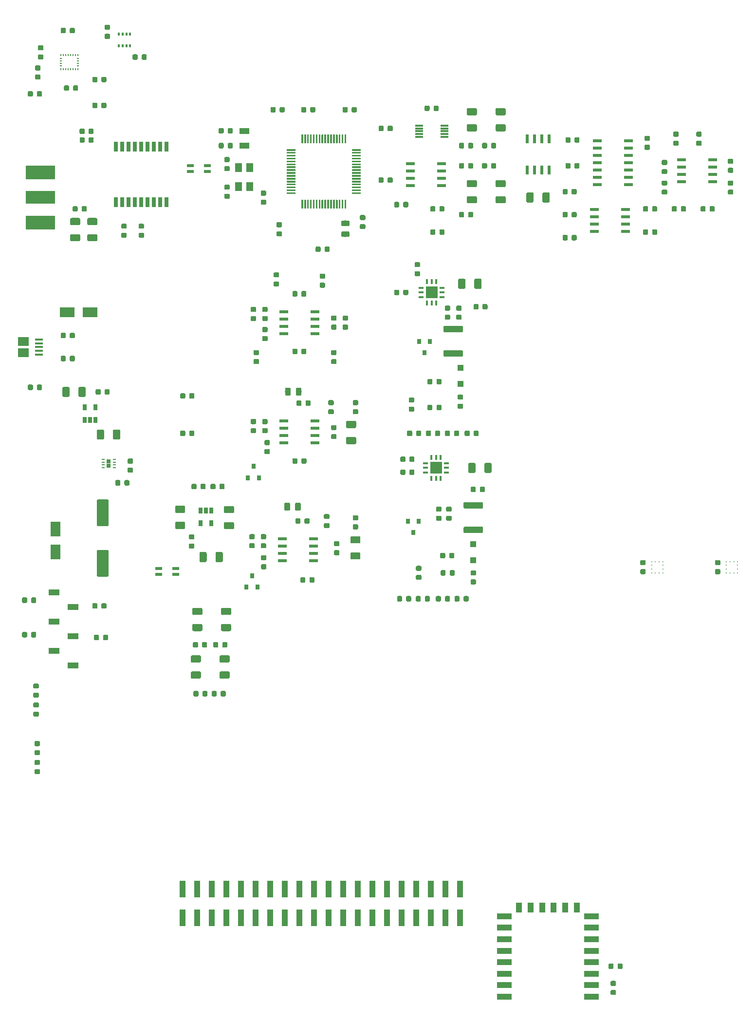
<source format=gbr>
G04 #@! TF.GenerationSoftware,KiCad,Pcbnew,(5.1.0)-1*
G04 #@! TF.CreationDate,2019-10-08T13:20:11+02:00*
G04 #@! TF.ProjectId,cosmicpi_1.7,636f736d-6963-4706-995f-312e372e6b69,rev?*
G04 #@! TF.SameCoordinates,Original*
G04 #@! TF.FileFunction,Paste,Top*
G04 #@! TF.FilePolarity,Positive*
%FSLAX46Y46*%
G04 Gerber Fmt 4.6, Leading zero omitted, Abs format (unit mm)*
G04 Created by KiCad (PCBNEW (5.1.0)-1) date 2019-10-08 13:20:11*
%MOMM*%
%LPD*%
G04 APERTURE LIST*
%ADD10C,0.170000*%
%ADD11C,0.100000*%
%ADD12C,0.875000*%
%ADD13R,1.800000X2.500000*%
%ADD14R,2.500000X1.800000*%
%ADD15R,1.300000X1.600000*%
%ADD16R,1.800000X1.000000*%
%ADD17C,2.100000*%
%ADD18R,2.500000X1.000000*%
%ADD19R,1.000000X1.800000*%
%ADD20R,0.350000X0.500000*%
%ADD21R,1.000000X3.000000*%
%ADD22R,0.950000X0.350000*%
%ADD23R,0.350000X0.950000*%
%ADD24R,2.000000X2.000000*%
%ADD25R,1.300000X0.600000*%
%ADD26R,1.550000X0.600000*%
%ADD27C,0.975000*%
%ADD28R,0.800000X0.900000*%
%ADD29R,1.100000X1.100000*%
%ADD30R,5.080000X2.420000*%
%ADD31R,5.080000X2.290000*%
%ADD32C,1.250000*%
%ADD33R,1.900000X1.000000*%
%ADD34R,1.900000X1.500000*%
%ADD35R,1.350000X0.400000*%
%ADD36R,0.800000X1.800000*%
%ADD37C,1.125000*%
%ADD38R,0.230000X0.350000*%
%ADD39R,0.350000X0.230000*%
%ADD40C,0.300000*%
%ADD41R,1.400000X0.300000*%
%ADD42R,1.500000X0.600000*%
%ADD43R,0.600000X1.550000*%
%ADD44R,0.750000X0.650000*%
%ADD45R,0.500000X0.250000*%
%ADD46R,0.650000X1.060000*%
G04 APERTURE END LIST*
D10*
X141575000Y-115225000D03*
X142225000Y-115225000D03*
X142225000Y-114575000D03*
X142225000Y-113925000D03*
X142225000Y-113275000D03*
X141575000Y-113275000D03*
X140925000Y-113275000D03*
X140275000Y-113275000D03*
X140275000Y-113925000D03*
X140275000Y-114575000D03*
X140275000Y-115225000D03*
X140925000Y-115225000D03*
X128575000Y-115225000D03*
X129225000Y-115225000D03*
X129225000Y-114575000D03*
X129225000Y-113925000D03*
X129225000Y-113275000D03*
X128575000Y-113275000D03*
X127925000Y-113275000D03*
X127275000Y-113275000D03*
X127275000Y-113925000D03*
X127275000Y-114575000D03*
X127275000Y-115225000D03*
X127925000Y-115225000D03*
D11*
G36*
X20477691Y-137776053D02*
G01*
X20498926Y-137779203D01*
X20519750Y-137784419D01*
X20539962Y-137791651D01*
X20559368Y-137800830D01*
X20577781Y-137811866D01*
X20595024Y-137824654D01*
X20610930Y-137839070D01*
X20625346Y-137854976D01*
X20638134Y-137872219D01*
X20649170Y-137890632D01*
X20658349Y-137910038D01*
X20665581Y-137930250D01*
X20670797Y-137951074D01*
X20673947Y-137972309D01*
X20675000Y-137993750D01*
X20675000Y-138431250D01*
X20673947Y-138452691D01*
X20670797Y-138473926D01*
X20665581Y-138494750D01*
X20658349Y-138514962D01*
X20649170Y-138534368D01*
X20638134Y-138552781D01*
X20625346Y-138570024D01*
X20610930Y-138585930D01*
X20595024Y-138600346D01*
X20577781Y-138613134D01*
X20559368Y-138624170D01*
X20539962Y-138633349D01*
X20519750Y-138640581D01*
X20498926Y-138645797D01*
X20477691Y-138648947D01*
X20456250Y-138650000D01*
X19943750Y-138650000D01*
X19922309Y-138648947D01*
X19901074Y-138645797D01*
X19880250Y-138640581D01*
X19860038Y-138633349D01*
X19840632Y-138624170D01*
X19822219Y-138613134D01*
X19804976Y-138600346D01*
X19789070Y-138585930D01*
X19774654Y-138570024D01*
X19761866Y-138552781D01*
X19750830Y-138534368D01*
X19741651Y-138514962D01*
X19734419Y-138494750D01*
X19729203Y-138473926D01*
X19726053Y-138452691D01*
X19725000Y-138431250D01*
X19725000Y-137993750D01*
X19726053Y-137972309D01*
X19729203Y-137951074D01*
X19734419Y-137930250D01*
X19741651Y-137910038D01*
X19750830Y-137890632D01*
X19761866Y-137872219D01*
X19774654Y-137854976D01*
X19789070Y-137839070D01*
X19804976Y-137824654D01*
X19822219Y-137811866D01*
X19840632Y-137800830D01*
X19860038Y-137791651D01*
X19880250Y-137784419D01*
X19901074Y-137779203D01*
X19922309Y-137776053D01*
X19943750Y-137775000D01*
X20456250Y-137775000D01*
X20477691Y-137776053D01*
X20477691Y-137776053D01*
G37*
D12*
X20200000Y-138212500D03*
D11*
G36*
X20477691Y-139351053D02*
G01*
X20498926Y-139354203D01*
X20519750Y-139359419D01*
X20539962Y-139366651D01*
X20559368Y-139375830D01*
X20577781Y-139386866D01*
X20595024Y-139399654D01*
X20610930Y-139414070D01*
X20625346Y-139429976D01*
X20638134Y-139447219D01*
X20649170Y-139465632D01*
X20658349Y-139485038D01*
X20665581Y-139505250D01*
X20670797Y-139526074D01*
X20673947Y-139547309D01*
X20675000Y-139568750D01*
X20675000Y-140006250D01*
X20673947Y-140027691D01*
X20670797Y-140048926D01*
X20665581Y-140069750D01*
X20658349Y-140089962D01*
X20649170Y-140109368D01*
X20638134Y-140127781D01*
X20625346Y-140145024D01*
X20610930Y-140160930D01*
X20595024Y-140175346D01*
X20577781Y-140188134D01*
X20559368Y-140199170D01*
X20539962Y-140208349D01*
X20519750Y-140215581D01*
X20498926Y-140220797D01*
X20477691Y-140223947D01*
X20456250Y-140225000D01*
X19943750Y-140225000D01*
X19922309Y-140223947D01*
X19901074Y-140220797D01*
X19880250Y-140215581D01*
X19860038Y-140208349D01*
X19840632Y-140199170D01*
X19822219Y-140188134D01*
X19804976Y-140175346D01*
X19789070Y-140160930D01*
X19774654Y-140145024D01*
X19761866Y-140127781D01*
X19750830Y-140109368D01*
X19741651Y-140089962D01*
X19734419Y-140069750D01*
X19729203Y-140048926D01*
X19726053Y-140027691D01*
X19725000Y-140006250D01*
X19725000Y-139568750D01*
X19726053Y-139547309D01*
X19729203Y-139526074D01*
X19734419Y-139505250D01*
X19741651Y-139485038D01*
X19750830Y-139465632D01*
X19761866Y-139447219D01*
X19774654Y-139429976D01*
X19789070Y-139414070D01*
X19804976Y-139399654D01*
X19822219Y-139386866D01*
X19840632Y-139375830D01*
X19860038Y-139366651D01*
X19880250Y-139359419D01*
X19901074Y-139354203D01*
X19922309Y-139351053D01*
X19943750Y-139350000D01*
X20456250Y-139350000D01*
X20477691Y-139351053D01*
X20477691Y-139351053D01*
G37*
D12*
X20200000Y-139787500D03*
D13*
X23600000Y-107600000D03*
X23600000Y-111600000D03*
D14*
X25600001Y-70000000D03*
X29600001Y-70000000D03*
D15*
X57400000Y-44800000D03*
X57400000Y-48100000D03*
X55400000Y-48100000D03*
X55400000Y-44800000D03*
D16*
X56400000Y-41000000D03*
X56400000Y-38500000D03*
D11*
G36*
X32624504Y-111301204D02*
G01*
X32648773Y-111304804D01*
X32672571Y-111310765D01*
X32695671Y-111319030D01*
X32717849Y-111329520D01*
X32738893Y-111342133D01*
X32758598Y-111356747D01*
X32776777Y-111373223D01*
X32793253Y-111391402D01*
X32807867Y-111411107D01*
X32820480Y-111432151D01*
X32830970Y-111454329D01*
X32839235Y-111477429D01*
X32845196Y-111501227D01*
X32848796Y-111525496D01*
X32850000Y-111550000D01*
X32850000Y-115650000D01*
X32848796Y-115674504D01*
X32845196Y-115698773D01*
X32839235Y-115722571D01*
X32830970Y-115745671D01*
X32820480Y-115767849D01*
X32807867Y-115788893D01*
X32793253Y-115808598D01*
X32776777Y-115826777D01*
X32758598Y-115843253D01*
X32738893Y-115857867D01*
X32717849Y-115870480D01*
X32695671Y-115880970D01*
X32672571Y-115889235D01*
X32648773Y-115895196D01*
X32624504Y-115898796D01*
X32600000Y-115900000D01*
X31000000Y-115900000D01*
X30975496Y-115898796D01*
X30951227Y-115895196D01*
X30927429Y-115889235D01*
X30904329Y-115880970D01*
X30882151Y-115870480D01*
X30861107Y-115857867D01*
X30841402Y-115843253D01*
X30823223Y-115826777D01*
X30806747Y-115808598D01*
X30792133Y-115788893D01*
X30779520Y-115767849D01*
X30769030Y-115745671D01*
X30760765Y-115722571D01*
X30754804Y-115698773D01*
X30751204Y-115674504D01*
X30750000Y-115650000D01*
X30750000Y-111550000D01*
X30751204Y-111525496D01*
X30754804Y-111501227D01*
X30760765Y-111477429D01*
X30769030Y-111454329D01*
X30779520Y-111432151D01*
X30792133Y-111411107D01*
X30806747Y-111391402D01*
X30823223Y-111373223D01*
X30841402Y-111356747D01*
X30861107Y-111342133D01*
X30882151Y-111329520D01*
X30904329Y-111319030D01*
X30927429Y-111310765D01*
X30951227Y-111304804D01*
X30975496Y-111301204D01*
X31000000Y-111300000D01*
X32600000Y-111300000D01*
X32624504Y-111301204D01*
X32624504Y-111301204D01*
G37*
D17*
X31800000Y-113600000D03*
D11*
G36*
X32624504Y-102501204D02*
G01*
X32648773Y-102504804D01*
X32672571Y-102510765D01*
X32695671Y-102519030D01*
X32717849Y-102529520D01*
X32738893Y-102542133D01*
X32758598Y-102556747D01*
X32776777Y-102573223D01*
X32793253Y-102591402D01*
X32807867Y-102611107D01*
X32820480Y-102632151D01*
X32830970Y-102654329D01*
X32839235Y-102677429D01*
X32845196Y-102701227D01*
X32848796Y-102725496D01*
X32850000Y-102750000D01*
X32850000Y-106850000D01*
X32848796Y-106874504D01*
X32845196Y-106898773D01*
X32839235Y-106922571D01*
X32830970Y-106945671D01*
X32820480Y-106967849D01*
X32807867Y-106988893D01*
X32793253Y-107008598D01*
X32776777Y-107026777D01*
X32758598Y-107043253D01*
X32738893Y-107057867D01*
X32717849Y-107070480D01*
X32695671Y-107080970D01*
X32672571Y-107089235D01*
X32648773Y-107095196D01*
X32624504Y-107098796D01*
X32600000Y-107100000D01*
X31000000Y-107100000D01*
X30975496Y-107098796D01*
X30951227Y-107095196D01*
X30927429Y-107089235D01*
X30904329Y-107080970D01*
X30882151Y-107070480D01*
X30861107Y-107057867D01*
X30841402Y-107043253D01*
X30823223Y-107026777D01*
X30806747Y-107008598D01*
X30792133Y-106988893D01*
X30779520Y-106967849D01*
X30769030Y-106945671D01*
X30760765Y-106922571D01*
X30754804Y-106898773D01*
X30751204Y-106874504D01*
X30750000Y-106850000D01*
X30750000Y-102750000D01*
X30751204Y-102725496D01*
X30754804Y-102701227D01*
X30760765Y-102677429D01*
X30769030Y-102654329D01*
X30779520Y-102632151D01*
X30792133Y-102611107D01*
X30806747Y-102591402D01*
X30823223Y-102573223D01*
X30841402Y-102556747D01*
X30861107Y-102542133D01*
X30882151Y-102529520D01*
X30904329Y-102519030D01*
X30927429Y-102510765D01*
X30951227Y-102504804D01*
X30975496Y-102501204D01*
X31000000Y-102500000D01*
X32600000Y-102500000D01*
X32624504Y-102501204D01*
X32624504Y-102501204D01*
G37*
D17*
X31800000Y-104800000D03*
D18*
X101620000Y-188920000D03*
X101620000Y-186920000D03*
X101620000Y-184920000D03*
X101620000Y-182920000D03*
X101620000Y-180920000D03*
X101620000Y-178920000D03*
X101620000Y-176920000D03*
X101620000Y-174920000D03*
D19*
X104220000Y-173420000D03*
X106220000Y-173420000D03*
X108220000Y-173420000D03*
X110220000Y-173420000D03*
X112220000Y-173420000D03*
X114220000Y-173420000D03*
D18*
X116820000Y-174920000D03*
X116820000Y-176920000D03*
X116820000Y-178920000D03*
X116820000Y-180920000D03*
X116820000Y-182920000D03*
X116820000Y-184920000D03*
X116820000Y-186920000D03*
X116820000Y-188920000D03*
D11*
G36*
X120440192Y-183126053D02*
G01*
X120461427Y-183129203D01*
X120482251Y-183134419D01*
X120502463Y-183141651D01*
X120521869Y-183150830D01*
X120540282Y-183161866D01*
X120557525Y-183174654D01*
X120573431Y-183189070D01*
X120587847Y-183204976D01*
X120600635Y-183222219D01*
X120611671Y-183240632D01*
X120620850Y-183260038D01*
X120628082Y-183280250D01*
X120633298Y-183301074D01*
X120636448Y-183322309D01*
X120637501Y-183343750D01*
X120637501Y-183856250D01*
X120636448Y-183877691D01*
X120633298Y-183898926D01*
X120628082Y-183919750D01*
X120620850Y-183939962D01*
X120611671Y-183959368D01*
X120600635Y-183977781D01*
X120587847Y-183995024D01*
X120573431Y-184010930D01*
X120557525Y-184025346D01*
X120540282Y-184038134D01*
X120521869Y-184049170D01*
X120502463Y-184058349D01*
X120482251Y-184065581D01*
X120461427Y-184070797D01*
X120440192Y-184073947D01*
X120418751Y-184075000D01*
X119981251Y-184075000D01*
X119959810Y-184073947D01*
X119938575Y-184070797D01*
X119917751Y-184065581D01*
X119897539Y-184058349D01*
X119878133Y-184049170D01*
X119859720Y-184038134D01*
X119842477Y-184025346D01*
X119826571Y-184010930D01*
X119812155Y-183995024D01*
X119799367Y-183977781D01*
X119788331Y-183959368D01*
X119779152Y-183939962D01*
X119771920Y-183919750D01*
X119766704Y-183898926D01*
X119763554Y-183877691D01*
X119762501Y-183856250D01*
X119762501Y-183343750D01*
X119763554Y-183322309D01*
X119766704Y-183301074D01*
X119771920Y-183280250D01*
X119779152Y-183260038D01*
X119788331Y-183240632D01*
X119799367Y-183222219D01*
X119812155Y-183204976D01*
X119826571Y-183189070D01*
X119842477Y-183174654D01*
X119859720Y-183161866D01*
X119878133Y-183150830D01*
X119897539Y-183141651D01*
X119917751Y-183134419D01*
X119938575Y-183129203D01*
X119959810Y-183126053D01*
X119981251Y-183125000D01*
X120418751Y-183125000D01*
X120440192Y-183126053D01*
X120440192Y-183126053D01*
G37*
D12*
X120200001Y-183600000D03*
D11*
G36*
X122015192Y-183126053D02*
G01*
X122036427Y-183129203D01*
X122057251Y-183134419D01*
X122077463Y-183141651D01*
X122096869Y-183150830D01*
X122115282Y-183161866D01*
X122132525Y-183174654D01*
X122148431Y-183189070D01*
X122162847Y-183204976D01*
X122175635Y-183222219D01*
X122186671Y-183240632D01*
X122195850Y-183260038D01*
X122203082Y-183280250D01*
X122208298Y-183301074D01*
X122211448Y-183322309D01*
X122212501Y-183343750D01*
X122212501Y-183856250D01*
X122211448Y-183877691D01*
X122208298Y-183898926D01*
X122203082Y-183919750D01*
X122195850Y-183939962D01*
X122186671Y-183959368D01*
X122175635Y-183977781D01*
X122162847Y-183995024D01*
X122148431Y-184010930D01*
X122132525Y-184025346D01*
X122115282Y-184038134D01*
X122096869Y-184049170D01*
X122077463Y-184058349D01*
X122057251Y-184065581D01*
X122036427Y-184070797D01*
X122015192Y-184073947D01*
X121993751Y-184075000D01*
X121556251Y-184075000D01*
X121534810Y-184073947D01*
X121513575Y-184070797D01*
X121492751Y-184065581D01*
X121472539Y-184058349D01*
X121453133Y-184049170D01*
X121434720Y-184038134D01*
X121417477Y-184025346D01*
X121401571Y-184010930D01*
X121387155Y-183995024D01*
X121374367Y-183977781D01*
X121363331Y-183959368D01*
X121354152Y-183939962D01*
X121346920Y-183919750D01*
X121341704Y-183898926D01*
X121338554Y-183877691D01*
X121337501Y-183856250D01*
X121337501Y-183343750D01*
X121338554Y-183322309D01*
X121341704Y-183301074D01*
X121346920Y-183280250D01*
X121354152Y-183260038D01*
X121363331Y-183240632D01*
X121374367Y-183222219D01*
X121387155Y-183204976D01*
X121401571Y-183189070D01*
X121417477Y-183174654D01*
X121434720Y-183161866D01*
X121453133Y-183150830D01*
X121472539Y-183141651D01*
X121492751Y-183134419D01*
X121513575Y-183129203D01*
X121534810Y-183126053D01*
X121556251Y-183125000D01*
X121993751Y-183125000D01*
X122015192Y-183126053D01*
X122015192Y-183126053D01*
G37*
D12*
X121775001Y-183600000D03*
D11*
G36*
X120877691Y-186163554D02*
G01*
X120898926Y-186166704D01*
X120919750Y-186171920D01*
X120939962Y-186179152D01*
X120959368Y-186188331D01*
X120977781Y-186199367D01*
X120995024Y-186212155D01*
X121010930Y-186226571D01*
X121025346Y-186242477D01*
X121038134Y-186259720D01*
X121049170Y-186278133D01*
X121058349Y-186297539D01*
X121065581Y-186317751D01*
X121070797Y-186338575D01*
X121073947Y-186359810D01*
X121075000Y-186381251D01*
X121075000Y-186818751D01*
X121073947Y-186840192D01*
X121070797Y-186861427D01*
X121065581Y-186882251D01*
X121058349Y-186902463D01*
X121049170Y-186921869D01*
X121038134Y-186940282D01*
X121025346Y-186957525D01*
X121010930Y-186973431D01*
X120995024Y-186987847D01*
X120977781Y-187000635D01*
X120959368Y-187011671D01*
X120939962Y-187020850D01*
X120919750Y-187028082D01*
X120898926Y-187033298D01*
X120877691Y-187036448D01*
X120856250Y-187037501D01*
X120343750Y-187037501D01*
X120322309Y-187036448D01*
X120301074Y-187033298D01*
X120280250Y-187028082D01*
X120260038Y-187020850D01*
X120240632Y-187011671D01*
X120222219Y-187000635D01*
X120204976Y-186987847D01*
X120189070Y-186973431D01*
X120174654Y-186957525D01*
X120161866Y-186940282D01*
X120150830Y-186921869D01*
X120141651Y-186902463D01*
X120134419Y-186882251D01*
X120129203Y-186861427D01*
X120126053Y-186840192D01*
X120125000Y-186818751D01*
X120125000Y-186381251D01*
X120126053Y-186359810D01*
X120129203Y-186338575D01*
X120134419Y-186317751D01*
X120141651Y-186297539D01*
X120150830Y-186278133D01*
X120161866Y-186259720D01*
X120174654Y-186242477D01*
X120189070Y-186226571D01*
X120204976Y-186212155D01*
X120222219Y-186199367D01*
X120240632Y-186188331D01*
X120260038Y-186179152D01*
X120280250Y-186171920D01*
X120301074Y-186166704D01*
X120322309Y-186163554D01*
X120343750Y-186162501D01*
X120856250Y-186162501D01*
X120877691Y-186163554D01*
X120877691Y-186163554D01*
G37*
D12*
X120600000Y-186600001D03*
D11*
G36*
X120877691Y-187738554D02*
G01*
X120898926Y-187741704D01*
X120919750Y-187746920D01*
X120939962Y-187754152D01*
X120959368Y-187763331D01*
X120977781Y-187774367D01*
X120995024Y-187787155D01*
X121010930Y-187801571D01*
X121025346Y-187817477D01*
X121038134Y-187834720D01*
X121049170Y-187853133D01*
X121058349Y-187872539D01*
X121065581Y-187892751D01*
X121070797Y-187913575D01*
X121073947Y-187934810D01*
X121075000Y-187956251D01*
X121075000Y-188393751D01*
X121073947Y-188415192D01*
X121070797Y-188436427D01*
X121065581Y-188457251D01*
X121058349Y-188477463D01*
X121049170Y-188496869D01*
X121038134Y-188515282D01*
X121025346Y-188532525D01*
X121010930Y-188548431D01*
X120995024Y-188562847D01*
X120977781Y-188575635D01*
X120959368Y-188586671D01*
X120939962Y-188595850D01*
X120919750Y-188603082D01*
X120898926Y-188608298D01*
X120877691Y-188611448D01*
X120856250Y-188612501D01*
X120343750Y-188612501D01*
X120322309Y-188611448D01*
X120301074Y-188608298D01*
X120280250Y-188603082D01*
X120260038Y-188595850D01*
X120240632Y-188586671D01*
X120222219Y-188575635D01*
X120204976Y-188562847D01*
X120189070Y-188548431D01*
X120174654Y-188532525D01*
X120161866Y-188515282D01*
X120150830Y-188496869D01*
X120141651Y-188477463D01*
X120134419Y-188457251D01*
X120129203Y-188436427D01*
X120126053Y-188415192D01*
X120125000Y-188393751D01*
X120125000Y-187956251D01*
X120126053Y-187934810D01*
X120129203Y-187913575D01*
X120134419Y-187892751D01*
X120141651Y-187872539D01*
X120150830Y-187853133D01*
X120161866Y-187834720D01*
X120174654Y-187817477D01*
X120189070Y-187801571D01*
X120204976Y-187787155D01*
X120222219Y-187774367D01*
X120240632Y-187763331D01*
X120260038Y-187754152D01*
X120280250Y-187746920D01*
X120301074Y-187741704D01*
X120322309Y-187738554D01*
X120343750Y-187737501D01*
X120856250Y-187737501D01*
X120877691Y-187738554D01*
X120877691Y-187738554D01*
G37*
D12*
X120600000Y-188175001D03*
D11*
G36*
X52640192Y-40526053D02*
G01*
X52661427Y-40529203D01*
X52682251Y-40534419D01*
X52702463Y-40541651D01*
X52721869Y-40550830D01*
X52740282Y-40561866D01*
X52757525Y-40574654D01*
X52773431Y-40589070D01*
X52787847Y-40604976D01*
X52800635Y-40622219D01*
X52811671Y-40640632D01*
X52820850Y-40660038D01*
X52828082Y-40680250D01*
X52833298Y-40701074D01*
X52836448Y-40722309D01*
X52837501Y-40743750D01*
X52837501Y-41256250D01*
X52836448Y-41277691D01*
X52833298Y-41298926D01*
X52828082Y-41319750D01*
X52820850Y-41339962D01*
X52811671Y-41359368D01*
X52800635Y-41377781D01*
X52787847Y-41395024D01*
X52773431Y-41410930D01*
X52757525Y-41425346D01*
X52740282Y-41438134D01*
X52721869Y-41449170D01*
X52702463Y-41458349D01*
X52682251Y-41465581D01*
X52661427Y-41470797D01*
X52640192Y-41473947D01*
X52618751Y-41475000D01*
X52181251Y-41475000D01*
X52159810Y-41473947D01*
X52138575Y-41470797D01*
X52117751Y-41465581D01*
X52097539Y-41458349D01*
X52078133Y-41449170D01*
X52059720Y-41438134D01*
X52042477Y-41425346D01*
X52026571Y-41410930D01*
X52012155Y-41395024D01*
X51999367Y-41377781D01*
X51988331Y-41359368D01*
X51979152Y-41339962D01*
X51971920Y-41319750D01*
X51966704Y-41298926D01*
X51963554Y-41277691D01*
X51962501Y-41256250D01*
X51962501Y-40743750D01*
X51963554Y-40722309D01*
X51966704Y-40701074D01*
X51971920Y-40680250D01*
X51979152Y-40660038D01*
X51988331Y-40640632D01*
X51999367Y-40622219D01*
X52012155Y-40604976D01*
X52026571Y-40589070D01*
X52042477Y-40574654D01*
X52059720Y-40561866D01*
X52078133Y-40550830D01*
X52097539Y-40541651D01*
X52117751Y-40534419D01*
X52138575Y-40529203D01*
X52159810Y-40526053D01*
X52181251Y-40525000D01*
X52618751Y-40525000D01*
X52640192Y-40526053D01*
X52640192Y-40526053D01*
G37*
D12*
X52400001Y-41000000D03*
D11*
G36*
X54215192Y-40526053D02*
G01*
X54236427Y-40529203D01*
X54257251Y-40534419D01*
X54277463Y-40541651D01*
X54296869Y-40550830D01*
X54315282Y-40561866D01*
X54332525Y-40574654D01*
X54348431Y-40589070D01*
X54362847Y-40604976D01*
X54375635Y-40622219D01*
X54386671Y-40640632D01*
X54395850Y-40660038D01*
X54403082Y-40680250D01*
X54408298Y-40701074D01*
X54411448Y-40722309D01*
X54412501Y-40743750D01*
X54412501Y-41256250D01*
X54411448Y-41277691D01*
X54408298Y-41298926D01*
X54403082Y-41319750D01*
X54395850Y-41339962D01*
X54386671Y-41359368D01*
X54375635Y-41377781D01*
X54362847Y-41395024D01*
X54348431Y-41410930D01*
X54332525Y-41425346D01*
X54315282Y-41438134D01*
X54296869Y-41449170D01*
X54277463Y-41458349D01*
X54257251Y-41465581D01*
X54236427Y-41470797D01*
X54215192Y-41473947D01*
X54193751Y-41475000D01*
X53756251Y-41475000D01*
X53734810Y-41473947D01*
X53713575Y-41470797D01*
X53692751Y-41465581D01*
X53672539Y-41458349D01*
X53653133Y-41449170D01*
X53634720Y-41438134D01*
X53617477Y-41425346D01*
X53601571Y-41410930D01*
X53587155Y-41395024D01*
X53574367Y-41377781D01*
X53563331Y-41359368D01*
X53554152Y-41339962D01*
X53546920Y-41319750D01*
X53541704Y-41298926D01*
X53538554Y-41277691D01*
X53537501Y-41256250D01*
X53537501Y-40743750D01*
X53538554Y-40722309D01*
X53541704Y-40701074D01*
X53546920Y-40680250D01*
X53554152Y-40660038D01*
X53563331Y-40640632D01*
X53574367Y-40622219D01*
X53587155Y-40604976D01*
X53601571Y-40589070D01*
X53617477Y-40574654D01*
X53634720Y-40561866D01*
X53653133Y-40550830D01*
X53672539Y-40541651D01*
X53692751Y-40534419D01*
X53713575Y-40529203D01*
X53734810Y-40526053D01*
X53756251Y-40525000D01*
X54193751Y-40525000D01*
X54215192Y-40526053D01*
X54215192Y-40526053D01*
G37*
D12*
X53975001Y-41000000D03*
D11*
G36*
X52640192Y-37926053D02*
G01*
X52661427Y-37929203D01*
X52682251Y-37934419D01*
X52702463Y-37941651D01*
X52721869Y-37950830D01*
X52740282Y-37961866D01*
X52757525Y-37974654D01*
X52773431Y-37989070D01*
X52787847Y-38004976D01*
X52800635Y-38022219D01*
X52811671Y-38040632D01*
X52820850Y-38060038D01*
X52828082Y-38080250D01*
X52833298Y-38101074D01*
X52836448Y-38122309D01*
X52837501Y-38143750D01*
X52837501Y-38656250D01*
X52836448Y-38677691D01*
X52833298Y-38698926D01*
X52828082Y-38719750D01*
X52820850Y-38739962D01*
X52811671Y-38759368D01*
X52800635Y-38777781D01*
X52787847Y-38795024D01*
X52773431Y-38810930D01*
X52757525Y-38825346D01*
X52740282Y-38838134D01*
X52721869Y-38849170D01*
X52702463Y-38858349D01*
X52682251Y-38865581D01*
X52661427Y-38870797D01*
X52640192Y-38873947D01*
X52618751Y-38875000D01*
X52181251Y-38875000D01*
X52159810Y-38873947D01*
X52138575Y-38870797D01*
X52117751Y-38865581D01*
X52097539Y-38858349D01*
X52078133Y-38849170D01*
X52059720Y-38838134D01*
X52042477Y-38825346D01*
X52026571Y-38810930D01*
X52012155Y-38795024D01*
X51999367Y-38777781D01*
X51988331Y-38759368D01*
X51979152Y-38739962D01*
X51971920Y-38719750D01*
X51966704Y-38698926D01*
X51963554Y-38677691D01*
X51962501Y-38656250D01*
X51962501Y-38143750D01*
X51963554Y-38122309D01*
X51966704Y-38101074D01*
X51971920Y-38080250D01*
X51979152Y-38060038D01*
X51988331Y-38040632D01*
X51999367Y-38022219D01*
X52012155Y-38004976D01*
X52026571Y-37989070D01*
X52042477Y-37974654D01*
X52059720Y-37961866D01*
X52078133Y-37950830D01*
X52097539Y-37941651D01*
X52117751Y-37934419D01*
X52138575Y-37929203D01*
X52159810Y-37926053D01*
X52181251Y-37925000D01*
X52618751Y-37925000D01*
X52640192Y-37926053D01*
X52640192Y-37926053D01*
G37*
D12*
X52400001Y-38400000D03*
D11*
G36*
X54215192Y-37926053D02*
G01*
X54236427Y-37929203D01*
X54257251Y-37934419D01*
X54277463Y-37941651D01*
X54296869Y-37950830D01*
X54315282Y-37961866D01*
X54332525Y-37974654D01*
X54348431Y-37989070D01*
X54362847Y-38004976D01*
X54375635Y-38022219D01*
X54386671Y-38040632D01*
X54395850Y-38060038D01*
X54403082Y-38080250D01*
X54408298Y-38101074D01*
X54411448Y-38122309D01*
X54412501Y-38143750D01*
X54412501Y-38656250D01*
X54411448Y-38677691D01*
X54408298Y-38698926D01*
X54403082Y-38719750D01*
X54395850Y-38739962D01*
X54386671Y-38759368D01*
X54375635Y-38777781D01*
X54362847Y-38795024D01*
X54348431Y-38810930D01*
X54332525Y-38825346D01*
X54315282Y-38838134D01*
X54296869Y-38849170D01*
X54277463Y-38858349D01*
X54257251Y-38865581D01*
X54236427Y-38870797D01*
X54215192Y-38873947D01*
X54193751Y-38875000D01*
X53756251Y-38875000D01*
X53734810Y-38873947D01*
X53713575Y-38870797D01*
X53692751Y-38865581D01*
X53672539Y-38858349D01*
X53653133Y-38849170D01*
X53634720Y-38838134D01*
X53617477Y-38825346D01*
X53601571Y-38810930D01*
X53587155Y-38795024D01*
X53574367Y-38777781D01*
X53563331Y-38759368D01*
X53554152Y-38739962D01*
X53546920Y-38719750D01*
X53541704Y-38698926D01*
X53538554Y-38677691D01*
X53537501Y-38656250D01*
X53537501Y-38143750D01*
X53538554Y-38122309D01*
X53541704Y-38101074D01*
X53546920Y-38080250D01*
X53554152Y-38060038D01*
X53563331Y-38040632D01*
X53574367Y-38022219D01*
X53587155Y-38004976D01*
X53601571Y-37989070D01*
X53617477Y-37974654D01*
X53634720Y-37961866D01*
X53653133Y-37950830D01*
X53672539Y-37941651D01*
X53692751Y-37934419D01*
X53713575Y-37929203D01*
X53734810Y-37926053D01*
X53756251Y-37925000D01*
X54193751Y-37925000D01*
X54215192Y-37926053D01*
X54215192Y-37926053D01*
G37*
D12*
X53975001Y-38400000D03*
D20*
X36575000Y-23625000D03*
X35925000Y-23625000D03*
X35275000Y-23625000D03*
X34625000Y-23625000D03*
X34625000Y-21575000D03*
X35275000Y-21575000D03*
X35925000Y-21575000D03*
X36575000Y-21575000D03*
D21*
X45720000Y-170180000D03*
X45720000Y-175220000D03*
X48260000Y-170180000D03*
X48260000Y-175220000D03*
X50800000Y-170180000D03*
X50800000Y-175220000D03*
X53340000Y-170180000D03*
X53340000Y-175220000D03*
X55880000Y-170180000D03*
X55880000Y-175220000D03*
X58420000Y-170180000D03*
X58420000Y-175220000D03*
X60960000Y-170180000D03*
X60960000Y-175220000D03*
X63500000Y-170180000D03*
X63500000Y-175220000D03*
X66040000Y-170180000D03*
X66040000Y-175220000D03*
X68580000Y-170180000D03*
X68580000Y-175220000D03*
X71120000Y-170180000D03*
X71120000Y-175220000D03*
X73660000Y-170180000D03*
X73660000Y-175220000D03*
X76200000Y-170180000D03*
X76200000Y-175220000D03*
X78740000Y-170180000D03*
X78740000Y-175220000D03*
X81280000Y-170180000D03*
X81280000Y-175220000D03*
X83820000Y-170180000D03*
X83820000Y-175220000D03*
X86360000Y-170180000D03*
X86360000Y-175220000D03*
X88900000Y-170180000D03*
X88900000Y-175220000D03*
X91440000Y-170180000D03*
X91440000Y-175220000D03*
X93980000Y-170180000D03*
X93980000Y-175220000D03*
D22*
X87910000Y-96200000D03*
X87910000Y-97000000D03*
X87910000Y-97800000D03*
X91590000Y-97000000D03*
X91590000Y-97800000D03*
X91590000Y-96200000D03*
D23*
X90550000Y-95160000D03*
X89750000Y-95160000D03*
X88950000Y-95160000D03*
X89750000Y-98840000D03*
X88950000Y-98840000D03*
X90550000Y-98840000D03*
D24*
X89750000Y-97000000D03*
D22*
X87160000Y-65700000D03*
X87160000Y-66500000D03*
X87160000Y-67300000D03*
X90840000Y-66500000D03*
X90840000Y-67300000D03*
X90840000Y-65700000D03*
D23*
X89800000Y-64660000D03*
X89000000Y-64660000D03*
X88200000Y-64660000D03*
X89000000Y-68340000D03*
X88200000Y-68340000D03*
X89800000Y-68340000D03*
D24*
X89000000Y-66500000D03*
D11*
G36*
X92027691Y-70388553D02*
G01*
X92048926Y-70391703D01*
X92069750Y-70396919D01*
X92089962Y-70404151D01*
X92109368Y-70413330D01*
X92127781Y-70424366D01*
X92145024Y-70437154D01*
X92160930Y-70451570D01*
X92175346Y-70467476D01*
X92188134Y-70484719D01*
X92199170Y-70503132D01*
X92208349Y-70522538D01*
X92215581Y-70542750D01*
X92220797Y-70563574D01*
X92223947Y-70584809D01*
X92225000Y-70606250D01*
X92225000Y-71043750D01*
X92223947Y-71065191D01*
X92220797Y-71086426D01*
X92215581Y-71107250D01*
X92208349Y-71127462D01*
X92199170Y-71146868D01*
X92188134Y-71165281D01*
X92175346Y-71182524D01*
X92160930Y-71198430D01*
X92145024Y-71212846D01*
X92127781Y-71225634D01*
X92109368Y-71236670D01*
X92089962Y-71245849D01*
X92069750Y-71253081D01*
X92048926Y-71258297D01*
X92027691Y-71261447D01*
X92006250Y-71262500D01*
X91493750Y-71262500D01*
X91472309Y-71261447D01*
X91451074Y-71258297D01*
X91430250Y-71253081D01*
X91410038Y-71245849D01*
X91390632Y-71236670D01*
X91372219Y-71225634D01*
X91354976Y-71212846D01*
X91339070Y-71198430D01*
X91324654Y-71182524D01*
X91311866Y-71165281D01*
X91300830Y-71146868D01*
X91291651Y-71127462D01*
X91284419Y-71107250D01*
X91279203Y-71086426D01*
X91276053Y-71065191D01*
X91275000Y-71043750D01*
X91275000Y-70606250D01*
X91276053Y-70584809D01*
X91279203Y-70563574D01*
X91284419Y-70542750D01*
X91291651Y-70522538D01*
X91300830Y-70503132D01*
X91311866Y-70484719D01*
X91324654Y-70467476D01*
X91339070Y-70451570D01*
X91354976Y-70437154D01*
X91372219Y-70424366D01*
X91390632Y-70413330D01*
X91410038Y-70404151D01*
X91430250Y-70396919D01*
X91451074Y-70391703D01*
X91472309Y-70388553D01*
X91493750Y-70387500D01*
X92006250Y-70387500D01*
X92027691Y-70388553D01*
X92027691Y-70388553D01*
G37*
D12*
X91750000Y-70825000D03*
D11*
G36*
X92027691Y-68813553D02*
G01*
X92048926Y-68816703D01*
X92069750Y-68821919D01*
X92089962Y-68829151D01*
X92109368Y-68838330D01*
X92127781Y-68849366D01*
X92145024Y-68862154D01*
X92160930Y-68876570D01*
X92175346Y-68892476D01*
X92188134Y-68909719D01*
X92199170Y-68928132D01*
X92208349Y-68947538D01*
X92215581Y-68967750D01*
X92220797Y-68988574D01*
X92223947Y-69009809D01*
X92225000Y-69031250D01*
X92225000Y-69468750D01*
X92223947Y-69490191D01*
X92220797Y-69511426D01*
X92215581Y-69532250D01*
X92208349Y-69552462D01*
X92199170Y-69571868D01*
X92188134Y-69590281D01*
X92175346Y-69607524D01*
X92160930Y-69623430D01*
X92145024Y-69637846D01*
X92127781Y-69650634D01*
X92109368Y-69661670D01*
X92089962Y-69670849D01*
X92069750Y-69678081D01*
X92048926Y-69683297D01*
X92027691Y-69686447D01*
X92006250Y-69687500D01*
X91493750Y-69687500D01*
X91472309Y-69686447D01*
X91451074Y-69683297D01*
X91430250Y-69678081D01*
X91410038Y-69670849D01*
X91390632Y-69661670D01*
X91372219Y-69650634D01*
X91354976Y-69637846D01*
X91339070Y-69623430D01*
X91324654Y-69607524D01*
X91311866Y-69590281D01*
X91300830Y-69571868D01*
X91291651Y-69552462D01*
X91284419Y-69532250D01*
X91279203Y-69511426D01*
X91276053Y-69490191D01*
X91275000Y-69468750D01*
X91275000Y-69031250D01*
X91276053Y-69009809D01*
X91279203Y-68988574D01*
X91284419Y-68967750D01*
X91291651Y-68947538D01*
X91300830Y-68928132D01*
X91311866Y-68909719D01*
X91324654Y-68892476D01*
X91339070Y-68876570D01*
X91354976Y-68862154D01*
X91372219Y-68849366D01*
X91390632Y-68838330D01*
X91410038Y-68829151D01*
X91430250Y-68821919D01*
X91451074Y-68816703D01*
X91472309Y-68813553D01*
X91493750Y-68812500D01*
X92006250Y-68812500D01*
X92027691Y-68813553D01*
X92027691Y-68813553D01*
G37*
D12*
X91750000Y-69250000D03*
D25*
X50000000Y-44500000D03*
X50000000Y-45500000D03*
X47000000Y-45500000D03*
X47000000Y-44500000D03*
X41500000Y-115500000D03*
X41500000Y-114500000D03*
X44500000Y-114500000D03*
X44500000Y-115500000D03*
D26*
X68450000Y-109345000D03*
X68450000Y-110615000D03*
X68450000Y-111885000D03*
X68450000Y-113155000D03*
X63050000Y-113155000D03*
X63050000Y-111885000D03*
X63050000Y-110615000D03*
X63050000Y-109345000D03*
D11*
G36*
X26740191Y-73526053D02*
G01*
X26761426Y-73529203D01*
X26782250Y-73534419D01*
X26802462Y-73541651D01*
X26821868Y-73550830D01*
X26840281Y-73561866D01*
X26857524Y-73574654D01*
X26873430Y-73589070D01*
X26887846Y-73604976D01*
X26900634Y-73622219D01*
X26911670Y-73640632D01*
X26920849Y-73660038D01*
X26928081Y-73680250D01*
X26933297Y-73701074D01*
X26936447Y-73722309D01*
X26937500Y-73743750D01*
X26937500Y-74256250D01*
X26936447Y-74277691D01*
X26933297Y-74298926D01*
X26928081Y-74319750D01*
X26920849Y-74339962D01*
X26911670Y-74359368D01*
X26900634Y-74377781D01*
X26887846Y-74395024D01*
X26873430Y-74410930D01*
X26857524Y-74425346D01*
X26840281Y-74438134D01*
X26821868Y-74449170D01*
X26802462Y-74458349D01*
X26782250Y-74465581D01*
X26761426Y-74470797D01*
X26740191Y-74473947D01*
X26718750Y-74475000D01*
X26281250Y-74475000D01*
X26259809Y-74473947D01*
X26238574Y-74470797D01*
X26217750Y-74465581D01*
X26197538Y-74458349D01*
X26178132Y-74449170D01*
X26159719Y-74438134D01*
X26142476Y-74425346D01*
X26126570Y-74410930D01*
X26112154Y-74395024D01*
X26099366Y-74377781D01*
X26088330Y-74359368D01*
X26079151Y-74339962D01*
X26071919Y-74319750D01*
X26066703Y-74298926D01*
X26063553Y-74277691D01*
X26062500Y-74256250D01*
X26062500Y-73743750D01*
X26063553Y-73722309D01*
X26066703Y-73701074D01*
X26071919Y-73680250D01*
X26079151Y-73660038D01*
X26088330Y-73640632D01*
X26099366Y-73622219D01*
X26112154Y-73604976D01*
X26126570Y-73589070D01*
X26142476Y-73574654D01*
X26159719Y-73561866D01*
X26178132Y-73550830D01*
X26197538Y-73541651D01*
X26217750Y-73534419D01*
X26238574Y-73529203D01*
X26259809Y-73526053D01*
X26281250Y-73525000D01*
X26718750Y-73525000D01*
X26740191Y-73526053D01*
X26740191Y-73526053D01*
G37*
D12*
X26500000Y-74000000D03*
D11*
G36*
X25165191Y-73526053D02*
G01*
X25186426Y-73529203D01*
X25207250Y-73534419D01*
X25227462Y-73541651D01*
X25246868Y-73550830D01*
X25265281Y-73561866D01*
X25282524Y-73574654D01*
X25298430Y-73589070D01*
X25312846Y-73604976D01*
X25325634Y-73622219D01*
X25336670Y-73640632D01*
X25345849Y-73660038D01*
X25353081Y-73680250D01*
X25358297Y-73701074D01*
X25361447Y-73722309D01*
X25362500Y-73743750D01*
X25362500Y-74256250D01*
X25361447Y-74277691D01*
X25358297Y-74298926D01*
X25353081Y-74319750D01*
X25345849Y-74339962D01*
X25336670Y-74359368D01*
X25325634Y-74377781D01*
X25312846Y-74395024D01*
X25298430Y-74410930D01*
X25282524Y-74425346D01*
X25265281Y-74438134D01*
X25246868Y-74449170D01*
X25227462Y-74458349D01*
X25207250Y-74465581D01*
X25186426Y-74470797D01*
X25165191Y-74473947D01*
X25143750Y-74475000D01*
X24706250Y-74475000D01*
X24684809Y-74473947D01*
X24663574Y-74470797D01*
X24642750Y-74465581D01*
X24622538Y-74458349D01*
X24603132Y-74449170D01*
X24584719Y-74438134D01*
X24567476Y-74425346D01*
X24551570Y-74410930D01*
X24537154Y-74395024D01*
X24524366Y-74377781D01*
X24513330Y-74359368D01*
X24504151Y-74339962D01*
X24496919Y-74319750D01*
X24491703Y-74298926D01*
X24488553Y-74277691D01*
X24487500Y-74256250D01*
X24487500Y-73743750D01*
X24488553Y-73722309D01*
X24491703Y-73701074D01*
X24496919Y-73680250D01*
X24504151Y-73660038D01*
X24513330Y-73640632D01*
X24524366Y-73622219D01*
X24537154Y-73604976D01*
X24551570Y-73589070D01*
X24567476Y-73574654D01*
X24584719Y-73561866D01*
X24603132Y-73550830D01*
X24622538Y-73541651D01*
X24642750Y-73534419D01*
X24663574Y-73529203D01*
X24684809Y-73526053D01*
X24706250Y-73525000D01*
X25143750Y-73525000D01*
X25165191Y-73526053D01*
X25165191Y-73526053D01*
G37*
D12*
X24925000Y-74000000D03*
D11*
G36*
X26740191Y-77526053D02*
G01*
X26761426Y-77529203D01*
X26782250Y-77534419D01*
X26802462Y-77541651D01*
X26821868Y-77550830D01*
X26840281Y-77561866D01*
X26857524Y-77574654D01*
X26873430Y-77589070D01*
X26887846Y-77604976D01*
X26900634Y-77622219D01*
X26911670Y-77640632D01*
X26920849Y-77660038D01*
X26928081Y-77680250D01*
X26933297Y-77701074D01*
X26936447Y-77722309D01*
X26937500Y-77743750D01*
X26937500Y-78256250D01*
X26936447Y-78277691D01*
X26933297Y-78298926D01*
X26928081Y-78319750D01*
X26920849Y-78339962D01*
X26911670Y-78359368D01*
X26900634Y-78377781D01*
X26887846Y-78395024D01*
X26873430Y-78410930D01*
X26857524Y-78425346D01*
X26840281Y-78438134D01*
X26821868Y-78449170D01*
X26802462Y-78458349D01*
X26782250Y-78465581D01*
X26761426Y-78470797D01*
X26740191Y-78473947D01*
X26718750Y-78475000D01*
X26281250Y-78475000D01*
X26259809Y-78473947D01*
X26238574Y-78470797D01*
X26217750Y-78465581D01*
X26197538Y-78458349D01*
X26178132Y-78449170D01*
X26159719Y-78438134D01*
X26142476Y-78425346D01*
X26126570Y-78410930D01*
X26112154Y-78395024D01*
X26099366Y-78377781D01*
X26088330Y-78359368D01*
X26079151Y-78339962D01*
X26071919Y-78319750D01*
X26066703Y-78298926D01*
X26063553Y-78277691D01*
X26062500Y-78256250D01*
X26062500Y-77743750D01*
X26063553Y-77722309D01*
X26066703Y-77701074D01*
X26071919Y-77680250D01*
X26079151Y-77660038D01*
X26088330Y-77640632D01*
X26099366Y-77622219D01*
X26112154Y-77604976D01*
X26126570Y-77589070D01*
X26142476Y-77574654D01*
X26159719Y-77561866D01*
X26178132Y-77550830D01*
X26197538Y-77541651D01*
X26217750Y-77534419D01*
X26238574Y-77529203D01*
X26259809Y-77526053D01*
X26281250Y-77525000D01*
X26718750Y-77525000D01*
X26740191Y-77526053D01*
X26740191Y-77526053D01*
G37*
D12*
X26500000Y-78000000D03*
D11*
G36*
X25165191Y-77526053D02*
G01*
X25186426Y-77529203D01*
X25207250Y-77534419D01*
X25227462Y-77541651D01*
X25246868Y-77550830D01*
X25265281Y-77561866D01*
X25282524Y-77574654D01*
X25298430Y-77589070D01*
X25312846Y-77604976D01*
X25325634Y-77622219D01*
X25336670Y-77640632D01*
X25345849Y-77660038D01*
X25353081Y-77680250D01*
X25358297Y-77701074D01*
X25361447Y-77722309D01*
X25362500Y-77743750D01*
X25362500Y-78256250D01*
X25361447Y-78277691D01*
X25358297Y-78298926D01*
X25353081Y-78319750D01*
X25345849Y-78339962D01*
X25336670Y-78359368D01*
X25325634Y-78377781D01*
X25312846Y-78395024D01*
X25298430Y-78410930D01*
X25282524Y-78425346D01*
X25265281Y-78438134D01*
X25246868Y-78449170D01*
X25227462Y-78458349D01*
X25207250Y-78465581D01*
X25186426Y-78470797D01*
X25165191Y-78473947D01*
X25143750Y-78475000D01*
X24706250Y-78475000D01*
X24684809Y-78473947D01*
X24663574Y-78470797D01*
X24642750Y-78465581D01*
X24622538Y-78458349D01*
X24603132Y-78449170D01*
X24584719Y-78438134D01*
X24567476Y-78425346D01*
X24551570Y-78410930D01*
X24537154Y-78395024D01*
X24524366Y-78377781D01*
X24513330Y-78359368D01*
X24504151Y-78339962D01*
X24496919Y-78319750D01*
X24491703Y-78298926D01*
X24488553Y-78277691D01*
X24487500Y-78256250D01*
X24487500Y-77743750D01*
X24488553Y-77722309D01*
X24491703Y-77701074D01*
X24496919Y-77680250D01*
X24504151Y-77660038D01*
X24513330Y-77640632D01*
X24524366Y-77622219D01*
X24537154Y-77604976D01*
X24551570Y-77589070D01*
X24567476Y-77574654D01*
X24584719Y-77561866D01*
X24603132Y-77550830D01*
X24622538Y-77541651D01*
X24642750Y-77534419D01*
X24663574Y-77529203D01*
X24684809Y-77526053D01*
X24706250Y-77525000D01*
X25143750Y-77525000D01*
X25165191Y-77526053D01*
X25165191Y-77526053D01*
G37*
D12*
X24925000Y-78000000D03*
D11*
G36*
X74480142Y-55888674D02*
G01*
X74503803Y-55892184D01*
X74527007Y-55897996D01*
X74549529Y-55906054D01*
X74571153Y-55916282D01*
X74591670Y-55928579D01*
X74610883Y-55942829D01*
X74628607Y-55958893D01*
X74644671Y-55976617D01*
X74658921Y-55995830D01*
X74671218Y-56016347D01*
X74681446Y-56037971D01*
X74689504Y-56060493D01*
X74695316Y-56083697D01*
X74698826Y-56107358D01*
X74700000Y-56131250D01*
X74700000Y-56618750D01*
X74698826Y-56642642D01*
X74695316Y-56666303D01*
X74689504Y-56689507D01*
X74681446Y-56712029D01*
X74671218Y-56733653D01*
X74658921Y-56754170D01*
X74644671Y-56773383D01*
X74628607Y-56791107D01*
X74610883Y-56807171D01*
X74591670Y-56821421D01*
X74571153Y-56833718D01*
X74549529Y-56843946D01*
X74527007Y-56852004D01*
X74503803Y-56857816D01*
X74480142Y-56861326D01*
X74456250Y-56862500D01*
X73543750Y-56862500D01*
X73519858Y-56861326D01*
X73496197Y-56857816D01*
X73472993Y-56852004D01*
X73450471Y-56843946D01*
X73428847Y-56833718D01*
X73408330Y-56821421D01*
X73389117Y-56807171D01*
X73371393Y-56791107D01*
X73355329Y-56773383D01*
X73341079Y-56754170D01*
X73328782Y-56733653D01*
X73318554Y-56712029D01*
X73310496Y-56689507D01*
X73304684Y-56666303D01*
X73301174Y-56642642D01*
X73300000Y-56618750D01*
X73300000Y-56131250D01*
X73301174Y-56107358D01*
X73304684Y-56083697D01*
X73310496Y-56060493D01*
X73318554Y-56037971D01*
X73328782Y-56016347D01*
X73341079Y-55995830D01*
X73355329Y-55976617D01*
X73371393Y-55958893D01*
X73389117Y-55942829D01*
X73408330Y-55928579D01*
X73428847Y-55916282D01*
X73450471Y-55906054D01*
X73472993Y-55897996D01*
X73496197Y-55892184D01*
X73519858Y-55888674D01*
X73543750Y-55887500D01*
X74456250Y-55887500D01*
X74480142Y-55888674D01*
X74480142Y-55888674D01*
G37*
D27*
X74000000Y-56375000D03*
D11*
G36*
X74480142Y-54013674D02*
G01*
X74503803Y-54017184D01*
X74527007Y-54022996D01*
X74549529Y-54031054D01*
X74571153Y-54041282D01*
X74591670Y-54053579D01*
X74610883Y-54067829D01*
X74628607Y-54083893D01*
X74644671Y-54101617D01*
X74658921Y-54120830D01*
X74671218Y-54141347D01*
X74681446Y-54162971D01*
X74689504Y-54185493D01*
X74695316Y-54208697D01*
X74698826Y-54232358D01*
X74700000Y-54256250D01*
X74700000Y-54743750D01*
X74698826Y-54767642D01*
X74695316Y-54791303D01*
X74689504Y-54814507D01*
X74681446Y-54837029D01*
X74671218Y-54858653D01*
X74658921Y-54879170D01*
X74644671Y-54898383D01*
X74628607Y-54916107D01*
X74610883Y-54932171D01*
X74591670Y-54946421D01*
X74571153Y-54958718D01*
X74549529Y-54968946D01*
X74527007Y-54977004D01*
X74503803Y-54982816D01*
X74480142Y-54986326D01*
X74456250Y-54987500D01*
X73543750Y-54987500D01*
X73519858Y-54986326D01*
X73496197Y-54982816D01*
X73472993Y-54977004D01*
X73450471Y-54968946D01*
X73428847Y-54958718D01*
X73408330Y-54946421D01*
X73389117Y-54932171D01*
X73371393Y-54916107D01*
X73355329Y-54898383D01*
X73341079Y-54879170D01*
X73328782Y-54858653D01*
X73318554Y-54837029D01*
X73310496Y-54814507D01*
X73304684Y-54791303D01*
X73301174Y-54767642D01*
X73300000Y-54743750D01*
X73300000Y-54256250D01*
X73301174Y-54232358D01*
X73304684Y-54208697D01*
X73310496Y-54185493D01*
X73318554Y-54162971D01*
X73328782Y-54141347D01*
X73341079Y-54120830D01*
X73355329Y-54101617D01*
X73371393Y-54083893D01*
X73389117Y-54067829D01*
X73408330Y-54053579D01*
X73428847Y-54041282D01*
X73450471Y-54031054D01*
X73472993Y-54022996D01*
X73496197Y-54017184D01*
X73519858Y-54013674D01*
X73543750Y-54012500D01*
X74456250Y-54012500D01*
X74480142Y-54013674D01*
X74480142Y-54013674D01*
G37*
D27*
X74000000Y-54500000D03*
D28*
X57750000Y-115750000D03*
X58700000Y-117750000D03*
X56800000Y-117750000D03*
D11*
G36*
X58027691Y-108526053D02*
G01*
X58048926Y-108529203D01*
X58069750Y-108534419D01*
X58089962Y-108541651D01*
X58109368Y-108550830D01*
X58127781Y-108561866D01*
X58145024Y-108574654D01*
X58160930Y-108589070D01*
X58175346Y-108604976D01*
X58188134Y-108622219D01*
X58199170Y-108640632D01*
X58208349Y-108660038D01*
X58215581Y-108680250D01*
X58220797Y-108701074D01*
X58223947Y-108722309D01*
X58225000Y-108743750D01*
X58225000Y-109181250D01*
X58223947Y-109202691D01*
X58220797Y-109223926D01*
X58215581Y-109244750D01*
X58208349Y-109264962D01*
X58199170Y-109284368D01*
X58188134Y-109302781D01*
X58175346Y-109320024D01*
X58160930Y-109335930D01*
X58145024Y-109350346D01*
X58127781Y-109363134D01*
X58109368Y-109374170D01*
X58089962Y-109383349D01*
X58069750Y-109390581D01*
X58048926Y-109395797D01*
X58027691Y-109398947D01*
X58006250Y-109400000D01*
X57493750Y-109400000D01*
X57472309Y-109398947D01*
X57451074Y-109395797D01*
X57430250Y-109390581D01*
X57410038Y-109383349D01*
X57390632Y-109374170D01*
X57372219Y-109363134D01*
X57354976Y-109350346D01*
X57339070Y-109335930D01*
X57324654Y-109320024D01*
X57311866Y-109302781D01*
X57300830Y-109284368D01*
X57291651Y-109264962D01*
X57284419Y-109244750D01*
X57279203Y-109223926D01*
X57276053Y-109202691D01*
X57275000Y-109181250D01*
X57275000Y-108743750D01*
X57276053Y-108722309D01*
X57279203Y-108701074D01*
X57284419Y-108680250D01*
X57291651Y-108660038D01*
X57300830Y-108640632D01*
X57311866Y-108622219D01*
X57324654Y-108604976D01*
X57339070Y-108589070D01*
X57354976Y-108574654D01*
X57372219Y-108561866D01*
X57390632Y-108550830D01*
X57410038Y-108541651D01*
X57430250Y-108534419D01*
X57451074Y-108529203D01*
X57472309Y-108526053D01*
X57493750Y-108525000D01*
X58006250Y-108525000D01*
X58027691Y-108526053D01*
X58027691Y-108526053D01*
G37*
D12*
X57750000Y-108962500D03*
D11*
G36*
X58027691Y-110101053D02*
G01*
X58048926Y-110104203D01*
X58069750Y-110109419D01*
X58089962Y-110116651D01*
X58109368Y-110125830D01*
X58127781Y-110136866D01*
X58145024Y-110149654D01*
X58160930Y-110164070D01*
X58175346Y-110179976D01*
X58188134Y-110197219D01*
X58199170Y-110215632D01*
X58208349Y-110235038D01*
X58215581Y-110255250D01*
X58220797Y-110276074D01*
X58223947Y-110297309D01*
X58225000Y-110318750D01*
X58225000Y-110756250D01*
X58223947Y-110777691D01*
X58220797Y-110798926D01*
X58215581Y-110819750D01*
X58208349Y-110839962D01*
X58199170Y-110859368D01*
X58188134Y-110877781D01*
X58175346Y-110895024D01*
X58160930Y-110910930D01*
X58145024Y-110925346D01*
X58127781Y-110938134D01*
X58109368Y-110949170D01*
X58089962Y-110958349D01*
X58069750Y-110965581D01*
X58048926Y-110970797D01*
X58027691Y-110973947D01*
X58006250Y-110975000D01*
X57493750Y-110975000D01*
X57472309Y-110973947D01*
X57451074Y-110970797D01*
X57430250Y-110965581D01*
X57410038Y-110958349D01*
X57390632Y-110949170D01*
X57372219Y-110938134D01*
X57354976Y-110925346D01*
X57339070Y-110910930D01*
X57324654Y-110895024D01*
X57311866Y-110877781D01*
X57300830Y-110859368D01*
X57291651Y-110839962D01*
X57284419Y-110819750D01*
X57279203Y-110798926D01*
X57276053Y-110777691D01*
X57275000Y-110756250D01*
X57275000Y-110318750D01*
X57276053Y-110297309D01*
X57279203Y-110276074D01*
X57284419Y-110255250D01*
X57291651Y-110235038D01*
X57300830Y-110215632D01*
X57311866Y-110197219D01*
X57324654Y-110179976D01*
X57339070Y-110164070D01*
X57354976Y-110149654D01*
X57372219Y-110136866D01*
X57390632Y-110125830D01*
X57410038Y-110116651D01*
X57430250Y-110109419D01*
X57451074Y-110104203D01*
X57472309Y-110101053D01*
X57493750Y-110100000D01*
X58006250Y-110100000D01*
X58027691Y-110101053D01*
X58027691Y-110101053D01*
G37*
D12*
X57750000Y-110537500D03*
D29*
X96250000Y-110250000D03*
X96250000Y-113050000D03*
X94000000Y-79600000D03*
X94000000Y-82400000D03*
D30*
X21000000Y-54380000D03*
X21000000Y-45620000D03*
D31*
X21000000Y-50000000D03*
D11*
G36*
X21027691Y-31526053D02*
G01*
X21048926Y-31529203D01*
X21069750Y-31534419D01*
X21089962Y-31541651D01*
X21109368Y-31550830D01*
X21127781Y-31561866D01*
X21145024Y-31574654D01*
X21160930Y-31589070D01*
X21175346Y-31604976D01*
X21188134Y-31622219D01*
X21199170Y-31640632D01*
X21208349Y-31660038D01*
X21215581Y-31680250D01*
X21220797Y-31701074D01*
X21223947Y-31722309D01*
X21225000Y-31743750D01*
X21225000Y-32256250D01*
X21223947Y-32277691D01*
X21220797Y-32298926D01*
X21215581Y-32319750D01*
X21208349Y-32339962D01*
X21199170Y-32359368D01*
X21188134Y-32377781D01*
X21175346Y-32395024D01*
X21160930Y-32410930D01*
X21145024Y-32425346D01*
X21127781Y-32438134D01*
X21109368Y-32449170D01*
X21089962Y-32458349D01*
X21069750Y-32465581D01*
X21048926Y-32470797D01*
X21027691Y-32473947D01*
X21006250Y-32475000D01*
X20568750Y-32475000D01*
X20547309Y-32473947D01*
X20526074Y-32470797D01*
X20505250Y-32465581D01*
X20485038Y-32458349D01*
X20465632Y-32449170D01*
X20447219Y-32438134D01*
X20429976Y-32425346D01*
X20414070Y-32410930D01*
X20399654Y-32395024D01*
X20386866Y-32377781D01*
X20375830Y-32359368D01*
X20366651Y-32339962D01*
X20359419Y-32319750D01*
X20354203Y-32298926D01*
X20351053Y-32277691D01*
X20350000Y-32256250D01*
X20350000Y-31743750D01*
X20351053Y-31722309D01*
X20354203Y-31701074D01*
X20359419Y-31680250D01*
X20366651Y-31660038D01*
X20375830Y-31640632D01*
X20386866Y-31622219D01*
X20399654Y-31604976D01*
X20414070Y-31589070D01*
X20429976Y-31574654D01*
X20447219Y-31561866D01*
X20465632Y-31550830D01*
X20485038Y-31541651D01*
X20505250Y-31534419D01*
X20526074Y-31529203D01*
X20547309Y-31526053D01*
X20568750Y-31525000D01*
X21006250Y-31525000D01*
X21027691Y-31526053D01*
X21027691Y-31526053D01*
G37*
D12*
X20787500Y-32000000D03*
D11*
G36*
X19452691Y-31526053D02*
G01*
X19473926Y-31529203D01*
X19494750Y-31534419D01*
X19514962Y-31541651D01*
X19534368Y-31550830D01*
X19552781Y-31561866D01*
X19570024Y-31574654D01*
X19585930Y-31589070D01*
X19600346Y-31604976D01*
X19613134Y-31622219D01*
X19624170Y-31640632D01*
X19633349Y-31660038D01*
X19640581Y-31680250D01*
X19645797Y-31701074D01*
X19648947Y-31722309D01*
X19650000Y-31743750D01*
X19650000Y-32256250D01*
X19648947Y-32277691D01*
X19645797Y-32298926D01*
X19640581Y-32319750D01*
X19633349Y-32339962D01*
X19624170Y-32359368D01*
X19613134Y-32377781D01*
X19600346Y-32395024D01*
X19585930Y-32410930D01*
X19570024Y-32425346D01*
X19552781Y-32438134D01*
X19534368Y-32449170D01*
X19514962Y-32458349D01*
X19494750Y-32465581D01*
X19473926Y-32470797D01*
X19452691Y-32473947D01*
X19431250Y-32475000D01*
X18993750Y-32475000D01*
X18972309Y-32473947D01*
X18951074Y-32470797D01*
X18930250Y-32465581D01*
X18910038Y-32458349D01*
X18890632Y-32449170D01*
X18872219Y-32438134D01*
X18854976Y-32425346D01*
X18839070Y-32410930D01*
X18824654Y-32395024D01*
X18811866Y-32377781D01*
X18800830Y-32359368D01*
X18791651Y-32339962D01*
X18784419Y-32319750D01*
X18779203Y-32298926D01*
X18776053Y-32277691D01*
X18775000Y-32256250D01*
X18775000Y-31743750D01*
X18776053Y-31722309D01*
X18779203Y-31701074D01*
X18784419Y-31680250D01*
X18791651Y-31660038D01*
X18800830Y-31640632D01*
X18811866Y-31622219D01*
X18824654Y-31604976D01*
X18839070Y-31589070D01*
X18854976Y-31574654D01*
X18872219Y-31561866D01*
X18890632Y-31550830D01*
X18910038Y-31541651D01*
X18930250Y-31534419D01*
X18951074Y-31529203D01*
X18972309Y-31526053D01*
X18993750Y-31525000D01*
X19431250Y-31525000D01*
X19452691Y-31526053D01*
X19452691Y-31526053D01*
G37*
D12*
X19212500Y-32000000D03*
D11*
G36*
X36240191Y-99126053D02*
G01*
X36261426Y-99129203D01*
X36282250Y-99134419D01*
X36302462Y-99141651D01*
X36321868Y-99150830D01*
X36340281Y-99161866D01*
X36357524Y-99174654D01*
X36373430Y-99189070D01*
X36387846Y-99204976D01*
X36400634Y-99222219D01*
X36411670Y-99240632D01*
X36420849Y-99260038D01*
X36428081Y-99280250D01*
X36433297Y-99301074D01*
X36436447Y-99322309D01*
X36437500Y-99343750D01*
X36437500Y-99856250D01*
X36436447Y-99877691D01*
X36433297Y-99898926D01*
X36428081Y-99919750D01*
X36420849Y-99939962D01*
X36411670Y-99959368D01*
X36400634Y-99977781D01*
X36387846Y-99995024D01*
X36373430Y-100010930D01*
X36357524Y-100025346D01*
X36340281Y-100038134D01*
X36321868Y-100049170D01*
X36302462Y-100058349D01*
X36282250Y-100065581D01*
X36261426Y-100070797D01*
X36240191Y-100073947D01*
X36218750Y-100075000D01*
X35781250Y-100075000D01*
X35759809Y-100073947D01*
X35738574Y-100070797D01*
X35717750Y-100065581D01*
X35697538Y-100058349D01*
X35678132Y-100049170D01*
X35659719Y-100038134D01*
X35642476Y-100025346D01*
X35626570Y-100010930D01*
X35612154Y-99995024D01*
X35599366Y-99977781D01*
X35588330Y-99959368D01*
X35579151Y-99939962D01*
X35571919Y-99919750D01*
X35566703Y-99898926D01*
X35563553Y-99877691D01*
X35562500Y-99856250D01*
X35562500Y-99343750D01*
X35563553Y-99322309D01*
X35566703Y-99301074D01*
X35571919Y-99280250D01*
X35579151Y-99260038D01*
X35588330Y-99240632D01*
X35599366Y-99222219D01*
X35612154Y-99204976D01*
X35626570Y-99189070D01*
X35642476Y-99174654D01*
X35659719Y-99161866D01*
X35678132Y-99150830D01*
X35697538Y-99141651D01*
X35717750Y-99134419D01*
X35738574Y-99129203D01*
X35759809Y-99126053D01*
X35781250Y-99125000D01*
X36218750Y-99125000D01*
X36240191Y-99126053D01*
X36240191Y-99126053D01*
G37*
D12*
X36000000Y-99600000D03*
D11*
G36*
X34665191Y-99126053D02*
G01*
X34686426Y-99129203D01*
X34707250Y-99134419D01*
X34727462Y-99141651D01*
X34746868Y-99150830D01*
X34765281Y-99161866D01*
X34782524Y-99174654D01*
X34798430Y-99189070D01*
X34812846Y-99204976D01*
X34825634Y-99222219D01*
X34836670Y-99240632D01*
X34845849Y-99260038D01*
X34853081Y-99280250D01*
X34858297Y-99301074D01*
X34861447Y-99322309D01*
X34862500Y-99343750D01*
X34862500Y-99856250D01*
X34861447Y-99877691D01*
X34858297Y-99898926D01*
X34853081Y-99919750D01*
X34845849Y-99939962D01*
X34836670Y-99959368D01*
X34825634Y-99977781D01*
X34812846Y-99995024D01*
X34798430Y-100010930D01*
X34782524Y-100025346D01*
X34765281Y-100038134D01*
X34746868Y-100049170D01*
X34727462Y-100058349D01*
X34707250Y-100065581D01*
X34686426Y-100070797D01*
X34665191Y-100073947D01*
X34643750Y-100075000D01*
X34206250Y-100075000D01*
X34184809Y-100073947D01*
X34163574Y-100070797D01*
X34142750Y-100065581D01*
X34122538Y-100058349D01*
X34103132Y-100049170D01*
X34084719Y-100038134D01*
X34067476Y-100025346D01*
X34051570Y-100010930D01*
X34037154Y-99995024D01*
X34024366Y-99977781D01*
X34013330Y-99959368D01*
X34004151Y-99939962D01*
X33996919Y-99919750D01*
X33991703Y-99898926D01*
X33988553Y-99877691D01*
X33987500Y-99856250D01*
X33987500Y-99343750D01*
X33988553Y-99322309D01*
X33991703Y-99301074D01*
X33996919Y-99280250D01*
X34004151Y-99260038D01*
X34013330Y-99240632D01*
X34024366Y-99222219D01*
X34037154Y-99204976D01*
X34051570Y-99189070D01*
X34067476Y-99174654D01*
X34084719Y-99161866D01*
X34103132Y-99150830D01*
X34122538Y-99141651D01*
X34142750Y-99134419D01*
X34163574Y-99129203D01*
X34184809Y-99126053D01*
X34206250Y-99125000D01*
X34643750Y-99125000D01*
X34665191Y-99126053D01*
X34665191Y-99126053D01*
G37*
D12*
X34425000Y-99600000D03*
D11*
G36*
X126777691Y-39276053D02*
G01*
X126798926Y-39279203D01*
X126819750Y-39284419D01*
X126839962Y-39291651D01*
X126859368Y-39300830D01*
X126877781Y-39311866D01*
X126895024Y-39324654D01*
X126910930Y-39339070D01*
X126925346Y-39354976D01*
X126938134Y-39372219D01*
X126949170Y-39390632D01*
X126958349Y-39410038D01*
X126965581Y-39430250D01*
X126970797Y-39451074D01*
X126973947Y-39472309D01*
X126975000Y-39493750D01*
X126975000Y-39931250D01*
X126973947Y-39952691D01*
X126970797Y-39973926D01*
X126965581Y-39994750D01*
X126958349Y-40014962D01*
X126949170Y-40034368D01*
X126938134Y-40052781D01*
X126925346Y-40070024D01*
X126910930Y-40085930D01*
X126895024Y-40100346D01*
X126877781Y-40113134D01*
X126859368Y-40124170D01*
X126839962Y-40133349D01*
X126819750Y-40140581D01*
X126798926Y-40145797D01*
X126777691Y-40148947D01*
X126756250Y-40150000D01*
X126243750Y-40150000D01*
X126222309Y-40148947D01*
X126201074Y-40145797D01*
X126180250Y-40140581D01*
X126160038Y-40133349D01*
X126140632Y-40124170D01*
X126122219Y-40113134D01*
X126104976Y-40100346D01*
X126089070Y-40085930D01*
X126074654Y-40070024D01*
X126061866Y-40052781D01*
X126050830Y-40034368D01*
X126041651Y-40014962D01*
X126034419Y-39994750D01*
X126029203Y-39973926D01*
X126026053Y-39952691D01*
X126025000Y-39931250D01*
X126025000Y-39493750D01*
X126026053Y-39472309D01*
X126029203Y-39451074D01*
X126034419Y-39430250D01*
X126041651Y-39410038D01*
X126050830Y-39390632D01*
X126061866Y-39372219D01*
X126074654Y-39354976D01*
X126089070Y-39339070D01*
X126104976Y-39324654D01*
X126122219Y-39311866D01*
X126140632Y-39300830D01*
X126160038Y-39291651D01*
X126180250Y-39284419D01*
X126201074Y-39279203D01*
X126222309Y-39276053D01*
X126243750Y-39275000D01*
X126756250Y-39275000D01*
X126777691Y-39276053D01*
X126777691Y-39276053D01*
G37*
D12*
X126500000Y-39712500D03*
D11*
G36*
X126777691Y-40851053D02*
G01*
X126798926Y-40854203D01*
X126819750Y-40859419D01*
X126839962Y-40866651D01*
X126859368Y-40875830D01*
X126877781Y-40886866D01*
X126895024Y-40899654D01*
X126910930Y-40914070D01*
X126925346Y-40929976D01*
X126938134Y-40947219D01*
X126949170Y-40965632D01*
X126958349Y-40985038D01*
X126965581Y-41005250D01*
X126970797Y-41026074D01*
X126973947Y-41047309D01*
X126975000Y-41068750D01*
X126975000Y-41506250D01*
X126973947Y-41527691D01*
X126970797Y-41548926D01*
X126965581Y-41569750D01*
X126958349Y-41589962D01*
X126949170Y-41609368D01*
X126938134Y-41627781D01*
X126925346Y-41645024D01*
X126910930Y-41660930D01*
X126895024Y-41675346D01*
X126877781Y-41688134D01*
X126859368Y-41699170D01*
X126839962Y-41708349D01*
X126819750Y-41715581D01*
X126798926Y-41720797D01*
X126777691Y-41723947D01*
X126756250Y-41725000D01*
X126243750Y-41725000D01*
X126222309Y-41723947D01*
X126201074Y-41720797D01*
X126180250Y-41715581D01*
X126160038Y-41708349D01*
X126140632Y-41699170D01*
X126122219Y-41688134D01*
X126104976Y-41675346D01*
X126089070Y-41660930D01*
X126074654Y-41645024D01*
X126061866Y-41627781D01*
X126050830Y-41609368D01*
X126041651Y-41589962D01*
X126034419Y-41569750D01*
X126029203Y-41548926D01*
X126026053Y-41527691D01*
X126025000Y-41506250D01*
X126025000Y-41068750D01*
X126026053Y-41047309D01*
X126029203Y-41026074D01*
X126034419Y-41005250D01*
X126041651Y-40985038D01*
X126050830Y-40965632D01*
X126061866Y-40947219D01*
X126074654Y-40929976D01*
X126089070Y-40914070D01*
X126104976Y-40899654D01*
X126122219Y-40886866D01*
X126140632Y-40875830D01*
X126160038Y-40866651D01*
X126180250Y-40859419D01*
X126201074Y-40854203D01*
X126222309Y-40851053D01*
X126243750Y-40850000D01*
X126756250Y-40850000D01*
X126777691Y-40851053D01*
X126777691Y-40851053D01*
G37*
D12*
X126500000Y-41287500D03*
D11*
G36*
X96027691Y-52526053D02*
G01*
X96048926Y-52529203D01*
X96069750Y-52534419D01*
X96089962Y-52541651D01*
X96109368Y-52550830D01*
X96127781Y-52561866D01*
X96145024Y-52574654D01*
X96160930Y-52589070D01*
X96175346Y-52604976D01*
X96188134Y-52622219D01*
X96199170Y-52640632D01*
X96208349Y-52660038D01*
X96215581Y-52680250D01*
X96220797Y-52701074D01*
X96223947Y-52722309D01*
X96225000Y-52743750D01*
X96225000Y-53256250D01*
X96223947Y-53277691D01*
X96220797Y-53298926D01*
X96215581Y-53319750D01*
X96208349Y-53339962D01*
X96199170Y-53359368D01*
X96188134Y-53377781D01*
X96175346Y-53395024D01*
X96160930Y-53410930D01*
X96145024Y-53425346D01*
X96127781Y-53438134D01*
X96109368Y-53449170D01*
X96089962Y-53458349D01*
X96069750Y-53465581D01*
X96048926Y-53470797D01*
X96027691Y-53473947D01*
X96006250Y-53475000D01*
X95568750Y-53475000D01*
X95547309Y-53473947D01*
X95526074Y-53470797D01*
X95505250Y-53465581D01*
X95485038Y-53458349D01*
X95465632Y-53449170D01*
X95447219Y-53438134D01*
X95429976Y-53425346D01*
X95414070Y-53410930D01*
X95399654Y-53395024D01*
X95386866Y-53377781D01*
X95375830Y-53359368D01*
X95366651Y-53339962D01*
X95359419Y-53319750D01*
X95354203Y-53298926D01*
X95351053Y-53277691D01*
X95350000Y-53256250D01*
X95350000Y-52743750D01*
X95351053Y-52722309D01*
X95354203Y-52701074D01*
X95359419Y-52680250D01*
X95366651Y-52660038D01*
X95375830Y-52640632D01*
X95386866Y-52622219D01*
X95399654Y-52604976D01*
X95414070Y-52589070D01*
X95429976Y-52574654D01*
X95447219Y-52561866D01*
X95465632Y-52550830D01*
X95485038Y-52541651D01*
X95505250Y-52534419D01*
X95526074Y-52529203D01*
X95547309Y-52526053D01*
X95568750Y-52525000D01*
X96006250Y-52525000D01*
X96027691Y-52526053D01*
X96027691Y-52526053D01*
G37*
D12*
X95787500Y-53000000D03*
D11*
G36*
X94452691Y-52526053D02*
G01*
X94473926Y-52529203D01*
X94494750Y-52534419D01*
X94514962Y-52541651D01*
X94534368Y-52550830D01*
X94552781Y-52561866D01*
X94570024Y-52574654D01*
X94585930Y-52589070D01*
X94600346Y-52604976D01*
X94613134Y-52622219D01*
X94624170Y-52640632D01*
X94633349Y-52660038D01*
X94640581Y-52680250D01*
X94645797Y-52701074D01*
X94648947Y-52722309D01*
X94650000Y-52743750D01*
X94650000Y-53256250D01*
X94648947Y-53277691D01*
X94645797Y-53298926D01*
X94640581Y-53319750D01*
X94633349Y-53339962D01*
X94624170Y-53359368D01*
X94613134Y-53377781D01*
X94600346Y-53395024D01*
X94585930Y-53410930D01*
X94570024Y-53425346D01*
X94552781Y-53438134D01*
X94534368Y-53449170D01*
X94514962Y-53458349D01*
X94494750Y-53465581D01*
X94473926Y-53470797D01*
X94452691Y-53473947D01*
X94431250Y-53475000D01*
X93993750Y-53475000D01*
X93972309Y-53473947D01*
X93951074Y-53470797D01*
X93930250Y-53465581D01*
X93910038Y-53458349D01*
X93890632Y-53449170D01*
X93872219Y-53438134D01*
X93854976Y-53425346D01*
X93839070Y-53410930D01*
X93824654Y-53395024D01*
X93811866Y-53377781D01*
X93800830Y-53359368D01*
X93791651Y-53339962D01*
X93784419Y-53319750D01*
X93779203Y-53298926D01*
X93776053Y-53277691D01*
X93775000Y-53256250D01*
X93775000Y-52743750D01*
X93776053Y-52722309D01*
X93779203Y-52701074D01*
X93784419Y-52680250D01*
X93791651Y-52660038D01*
X93800830Y-52640632D01*
X93811866Y-52622219D01*
X93824654Y-52604976D01*
X93839070Y-52589070D01*
X93854976Y-52574654D01*
X93872219Y-52561866D01*
X93890632Y-52550830D01*
X93910038Y-52541651D01*
X93930250Y-52534419D01*
X93951074Y-52529203D01*
X93972309Y-52526053D01*
X93993750Y-52525000D01*
X94431250Y-52525000D01*
X94452691Y-52526053D01*
X94452691Y-52526053D01*
G37*
D12*
X94212500Y-53000000D03*
D11*
G36*
X141277691Y-48638553D02*
G01*
X141298926Y-48641703D01*
X141319750Y-48646919D01*
X141339962Y-48654151D01*
X141359368Y-48663330D01*
X141377781Y-48674366D01*
X141395024Y-48687154D01*
X141410930Y-48701570D01*
X141425346Y-48717476D01*
X141438134Y-48734719D01*
X141449170Y-48753132D01*
X141458349Y-48772538D01*
X141465581Y-48792750D01*
X141470797Y-48813574D01*
X141473947Y-48834809D01*
X141475000Y-48856250D01*
X141475000Y-49293750D01*
X141473947Y-49315191D01*
X141470797Y-49336426D01*
X141465581Y-49357250D01*
X141458349Y-49377462D01*
X141449170Y-49396868D01*
X141438134Y-49415281D01*
X141425346Y-49432524D01*
X141410930Y-49448430D01*
X141395024Y-49462846D01*
X141377781Y-49475634D01*
X141359368Y-49486670D01*
X141339962Y-49495849D01*
X141319750Y-49503081D01*
X141298926Y-49508297D01*
X141277691Y-49511447D01*
X141256250Y-49512500D01*
X140743750Y-49512500D01*
X140722309Y-49511447D01*
X140701074Y-49508297D01*
X140680250Y-49503081D01*
X140660038Y-49495849D01*
X140640632Y-49486670D01*
X140622219Y-49475634D01*
X140604976Y-49462846D01*
X140589070Y-49448430D01*
X140574654Y-49432524D01*
X140561866Y-49415281D01*
X140550830Y-49396868D01*
X140541651Y-49377462D01*
X140534419Y-49357250D01*
X140529203Y-49336426D01*
X140526053Y-49315191D01*
X140525000Y-49293750D01*
X140525000Y-48856250D01*
X140526053Y-48834809D01*
X140529203Y-48813574D01*
X140534419Y-48792750D01*
X140541651Y-48772538D01*
X140550830Y-48753132D01*
X140561866Y-48734719D01*
X140574654Y-48717476D01*
X140589070Y-48701570D01*
X140604976Y-48687154D01*
X140622219Y-48674366D01*
X140640632Y-48663330D01*
X140660038Y-48654151D01*
X140680250Y-48646919D01*
X140701074Y-48641703D01*
X140722309Y-48638553D01*
X140743750Y-48637500D01*
X141256250Y-48637500D01*
X141277691Y-48638553D01*
X141277691Y-48638553D01*
G37*
D12*
X141000000Y-49075000D03*
D11*
G36*
X141277691Y-47063553D02*
G01*
X141298926Y-47066703D01*
X141319750Y-47071919D01*
X141339962Y-47079151D01*
X141359368Y-47088330D01*
X141377781Y-47099366D01*
X141395024Y-47112154D01*
X141410930Y-47126570D01*
X141425346Y-47142476D01*
X141438134Y-47159719D01*
X141449170Y-47178132D01*
X141458349Y-47197538D01*
X141465581Y-47217750D01*
X141470797Y-47238574D01*
X141473947Y-47259809D01*
X141475000Y-47281250D01*
X141475000Y-47718750D01*
X141473947Y-47740191D01*
X141470797Y-47761426D01*
X141465581Y-47782250D01*
X141458349Y-47802462D01*
X141449170Y-47821868D01*
X141438134Y-47840281D01*
X141425346Y-47857524D01*
X141410930Y-47873430D01*
X141395024Y-47887846D01*
X141377781Y-47900634D01*
X141359368Y-47911670D01*
X141339962Y-47920849D01*
X141319750Y-47928081D01*
X141298926Y-47933297D01*
X141277691Y-47936447D01*
X141256250Y-47937500D01*
X140743750Y-47937500D01*
X140722309Y-47936447D01*
X140701074Y-47933297D01*
X140680250Y-47928081D01*
X140660038Y-47920849D01*
X140640632Y-47911670D01*
X140622219Y-47900634D01*
X140604976Y-47887846D01*
X140589070Y-47873430D01*
X140574654Y-47857524D01*
X140561866Y-47840281D01*
X140550830Y-47821868D01*
X140541651Y-47802462D01*
X140534419Y-47782250D01*
X140529203Y-47761426D01*
X140526053Y-47740191D01*
X140525000Y-47718750D01*
X140525000Y-47281250D01*
X140526053Y-47259809D01*
X140529203Y-47238574D01*
X140534419Y-47217750D01*
X140541651Y-47197538D01*
X140550830Y-47178132D01*
X140561866Y-47159719D01*
X140574654Y-47142476D01*
X140589070Y-47126570D01*
X140604976Y-47112154D01*
X140622219Y-47099366D01*
X140640632Y-47088330D01*
X140660038Y-47079151D01*
X140680250Y-47071919D01*
X140701074Y-47066703D01*
X140722309Y-47063553D01*
X140743750Y-47062500D01*
X141256250Y-47062500D01*
X141277691Y-47063553D01*
X141277691Y-47063553D01*
G37*
D12*
X141000000Y-47500000D03*
D11*
G36*
X91027691Y-55526053D02*
G01*
X91048926Y-55529203D01*
X91069750Y-55534419D01*
X91089962Y-55541651D01*
X91109368Y-55550830D01*
X91127781Y-55561866D01*
X91145024Y-55574654D01*
X91160930Y-55589070D01*
X91175346Y-55604976D01*
X91188134Y-55622219D01*
X91199170Y-55640632D01*
X91208349Y-55660038D01*
X91215581Y-55680250D01*
X91220797Y-55701074D01*
X91223947Y-55722309D01*
X91225000Y-55743750D01*
X91225000Y-56256250D01*
X91223947Y-56277691D01*
X91220797Y-56298926D01*
X91215581Y-56319750D01*
X91208349Y-56339962D01*
X91199170Y-56359368D01*
X91188134Y-56377781D01*
X91175346Y-56395024D01*
X91160930Y-56410930D01*
X91145024Y-56425346D01*
X91127781Y-56438134D01*
X91109368Y-56449170D01*
X91089962Y-56458349D01*
X91069750Y-56465581D01*
X91048926Y-56470797D01*
X91027691Y-56473947D01*
X91006250Y-56475000D01*
X90568750Y-56475000D01*
X90547309Y-56473947D01*
X90526074Y-56470797D01*
X90505250Y-56465581D01*
X90485038Y-56458349D01*
X90465632Y-56449170D01*
X90447219Y-56438134D01*
X90429976Y-56425346D01*
X90414070Y-56410930D01*
X90399654Y-56395024D01*
X90386866Y-56377781D01*
X90375830Y-56359368D01*
X90366651Y-56339962D01*
X90359419Y-56319750D01*
X90354203Y-56298926D01*
X90351053Y-56277691D01*
X90350000Y-56256250D01*
X90350000Y-55743750D01*
X90351053Y-55722309D01*
X90354203Y-55701074D01*
X90359419Y-55680250D01*
X90366651Y-55660038D01*
X90375830Y-55640632D01*
X90386866Y-55622219D01*
X90399654Y-55604976D01*
X90414070Y-55589070D01*
X90429976Y-55574654D01*
X90447219Y-55561866D01*
X90465632Y-55550830D01*
X90485038Y-55541651D01*
X90505250Y-55534419D01*
X90526074Y-55529203D01*
X90547309Y-55526053D01*
X90568750Y-55525000D01*
X91006250Y-55525000D01*
X91027691Y-55526053D01*
X91027691Y-55526053D01*
G37*
D12*
X90787500Y-56000000D03*
D11*
G36*
X89452691Y-55526053D02*
G01*
X89473926Y-55529203D01*
X89494750Y-55534419D01*
X89514962Y-55541651D01*
X89534368Y-55550830D01*
X89552781Y-55561866D01*
X89570024Y-55574654D01*
X89585930Y-55589070D01*
X89600346Y-55604976D01*
X89613134Y-55622219D01*
X89624170Y-55640632D01*
X89633349Y-55660038D01*
X89640581Y-55680250D01*
X89645797Y-55701074D01*
X89648947Y-55722309D01*
X89650000Y-55743750D01*
X89650000Y-56256250D01*
X89648947Y-56277691D01*
X89645797Y-56298926D01*
X89640581Y-56319750D01*
X89633349Y-56339962D01*
X89624170Y-56359368D01*
X89613134Y-56377781D01*
X89600346Y-56395024D01*
X89585930Y-56410930D01*
X89570024Y-56425346D01*
X89552781Y-56438134D01*
X89534368Y-56449170D01*
X89514962Y-56458349D01*
X89494750Y-56465581D01*
X89473926Y-56470797D01*
X89452691Y-56473947D01*
X89431250Y-56475000D01*
X88993750Y-56475000D01*
X88972309Y-56473947D01*
X88951074Y-56470797D01*
X88930250Y-56465581D01*
X88910038Y-56458349D01*
X88890632Y-56449170D01*
X88872219Y-56438134D01*
X88854976Y-56425346D01*
X88839070Y-56410930D01*
X88824654Y-56395024D01*
X88811866Y-56377781D01*
X88800830Y-56359368D01*
X88791651Y-56339962D01*
X88784419Y-56319750D01*
X88779203Y-56298926D01*
X88776053Y-56277691D01*
X88775000Y-56256250D01*
X88775000Y-55743750D01*
X88776053Y-55722309D01*
X88779203Y-55701074D01*
X88784419Y-55680250D01*
X88791651Y-55660038D01*
X88800830Y-55640632D01*
X88811866Y-55622219D01*
X88824654Y-55604976D01*
X88839070Y-55589070D01*
X88854976Y-55574654D01*
X88872219Y-55561866D01*
X88890632Y-55550830D01*
X88910038Y-55541651D01*
X88930250Y-55534419D01*
X88951074Y-55529203D01*
X88972309Y-55526053D01*
X88993750Y-55525000D01*
X89431250Y-55525000D01*
X89452691Y-55526053D01*
X89452691Y-55526053D01*
G37*
D12*
X89212500Y-56000000D03*
D11*
G36*
X138027691Y-51526053D02*
G01*
X138048926Y-51529203D01*
X138069750Y-51534419D01*
X138089962Y-51541651D01*
X138109368Y-51550830D01*
X138127781Y-51561866D01*
X138145024Y-51574654D01*
X138160930Y-51589070D01*
X138175346Y-51604976D01*
X138188134Y-51622219D01*
X138199170Y-51640632D01*
X138208349Y-51660038D01*
X138215581Y-51680250D01*
X138220797Y-51701074D01*
X138223947Y-51722309D01*
X138225000Y-51743750D01*
X138225000Y-52256250D01*
X138223947Y-52277691D01*
X138220797Y-52298926D01*
X138215581Y-52319750D01*
X138208349Y-52339962D01*
X138199170Y-52359368D01*
X138188134Y-52377781D01*
X138175346Y-52395024D01*
X138160930Y-52410930D01*
X138145024Y-52425346D01*
X138127781Y-52438134D01*
X138109368Y-52449170D01*
X138089962Y-52458349D01*
X138069750Y-52465581D01*
X138048926Y-52470797D01*
X138027691Y-52473947D01*
X138006250Y-52475000D01*
X137568750Y-52475000D01*
X137547309Y-52473947D01*
X137526074Y-52470797D01*
X137505250Y-52465581D01*
X137485038Y-52458349D01*
X137465632Y-52449170D01*
X137447219Y-52438134D01*
X137429976Y-52425346D01*
X137414070Y-52410930D01*
X137399654Y-52395024D01*
X137386866Y-52377781D01*
X137375830Y-52359368D01*
X137366651Y-52339962D01*
X137359419Y-52319750D01*
X137354203Y-52298926D01*
X137351053Y-52277691D01*
X137350000Y-52256250D01*
X137350000Y-51743750D01*
X137351053Y-51722309D01*
X137354203Y-51701074D01*
X137359419Y-51680250D01*
X137366651Y-51660038D01*
X137375830Y-51640632D01*
X137386866Y-51622219D01*
X137399654Y-51604976D01*
X137414070Y-51589070D01*
X137429976Y-51574654D01*
X137447219Y-51561866D01*
X137465632Y-51550830D01*
X137485038Y-51541651D01*
X137505250Y-51534419D01*
X137526074Y-51529203D01*
X137547309Y-51526053D01*
X137568750Y-51525000D01*
X138006250Y-51525000D01*
X138027691Y-51526053D01*
X138027691Y-51526053D01*
G37*
D12*
X137787500Y-52000000D03*
D11*
G36*
X136452691Y-51526053D02*
G01*
X136473926Y-51529203D01*
X136494750Y-51534419D01*
X136514962Y-51541651D01*
X136534368Y-51550830D01*
X136552781Y-51561866D01*
X136570024Y-51574654D01*
X136585930Y-51589070D01*
X136600346Y-51604976D01*
X136613134Y-51622219D01*
X136624170Y-51640632D01*
X136633349Y-51660038D01*
X136640581Y-51680250D01*
X136645797Y-51701074D01*
X136648947Y-51722309D01*
X136650000Y-51743750D01*
X136650000Y-52256250D01*
X136648947Y-52277691D01*
X136645797Y-52298926D01*
X136640581Y-52319750D01*
X136633349Y-52339962D01*
X136624170Y-52359368D01*
X136613134Y-52377781D01*
X136600346Y-52395024D01*
X136585930Y-52410930D01*
X136570024Y-52425346D01*
X136552781Y-52438134D01*
X136534368Y-52449170D01*
X136514962Y-52458349D01*
X136494750Y-52465581D01*
X136473926Y-52470797D01*
X136452691Y-52473947D01*
X136431250Y-52475000D01*
X135993750Y-52475000D01*
X135972309Y-52473947D01*
X135951074Y-52470797D01*
X135930250Y-52465581D01*
X135910038Y-52458349D01*
X135890632Y-52449170D01*
X135872219Y-52438134D01*
X135854976Y-52425346D01*
X135839070Y-52410930D01*
X135824654Y-52395024D01*
X135811866Y-52377781D01*
X135800830Y-52359368D01*
X135791651Y-52339962D01*
X135784419Y-52319750D01*
X135779203Y-52298926D01*
X135776053Y-52277691D01*
X135775000Y-52256250D01*
X135775000Y-51743750D01*
X135776053Y-51722309D01*
X135779203Y-51701074D01*
X135784419Y-51680250D01*
X135791651Y-51660038D01*
X135800830Y-51640632D01*
X135811866Y-51622219D01*
X135824654Y-51604976D01*
X135839070Y-51589070D01*
X135854976Y-51574654D01*
X135872219Y-51561866D01*
X135890632Y-51550830D01*
X135910038Y-51541651D01*
X135930250Y-51534419D01*
X135951074Y-51529203D01*
X135972309Y-51526053D01*
X135993750Y-51525000D01*
X136431250Y-51525000D01*
X136452691Y-51526053D01*
X136452691Y-51526053D01*
G37*
D12*
X136212500Y-52000000D03*
D11*
G36*
X82027691Y-37526053D02*
G01*
X82048926Y-37529203D01*
X82069750Y-37534419D01*
X82089962Y-37541651D01*
X82109368Y-37550830D01*
X82127781Y-37561866D01*
X82145024Y-37574654D01*
X82160930Y-37589070D01*
X82175346Y-37604976D01*
X82188134Y-37622219D01*
X82199170Y-37640632D01*
X82208349Y-37660038D01*
X82215581Y-37680250D01*
X82220797Y-37701074D01*
X82223947Y-37722309D01*
X82225000Y-37743750D01*
X82225000Y-38256250D01*
X82223947Y-38277691D01*
X82220797Y-38298926D01*
X82215581Y-38319750D01*
X82208349Y-38339962D01*
X82199170Y-38359368D01*
X82188134Y-38377781D01*
X82175346Y-38395024D01*
X82160930Y-38410930D01*
X82145024Y-38425346D01*
X82127781Y-38438134D01*
X82109368Y-38449170D01*
X82089962Y-38458349D01*
X82069750Y-38465581D01*
X82048926Y-38470797D01*
X82027691Y-38473947D01*
X82006250Y-38475000D01*
X81568750Y-38475000D01*
X81547309Y-38473947D01*
X81526074Y-38470797D01*
X81505250Y-38465581D01*
X81485038Y-38458349D01*
X81465632Y-38449170D01*
X81447219Y-38438134D01*
X81429976Y-38425346D01*
X81414070Y-38410930D01*
X81399654Y-38395024D01*
X81386866Y-38377781D01*
X81375830Y-38359368D01*
X81366651Y-38339962D01*
X81359419Y-38319750D01*
X81354203Y-38298926D01*
X81351053Y-38277691D01*
X81350000Y-38256250D01*
X81350000Y-37743750D01*
X81351053Y-37722309D01*
X81354203Y-37701074D01*
X81359419Y-37680250D01*
X81366651Y-37660038D01*
X81375830Y-37640632D01*
X81386866Y-37622219D01*
X81399654Y-37604976D01*
X81414070Y-37589070D01*
X81429976Y-37574654D01*
X81447219Y-37561866D01*
X81465632Y-37550830D01*
X81485038Y-37541651D01*
X81505250Y-37534419D01*
X81526074Y-37529203D01*
X81547309Y-37526053D01*
X81568750Y-37525000D01*
X82006250Y-37525000D01*
X82027691Y-37526053D01*
X82027691Y-37526053D01*
G37*
D12*
X81787500Y-38000000D03*
D11*
G36*
X80452691Y-37526053D02*
G01*
X80473926Y-37529203D01*
X80494750Y-37534419D01*
X80514962Y-37541651D01*
X80534368Y-37550830D01*
X80552781Y-37561866D01*
X80570024Y-37574654D01*
X80585930Y-37589070D01*
X80600346Y-37604976D01*
X80613134Y-37622219D01*
X80624170Y-37640632D01*
X80633349Y-37660038D01*
X80640581Y-37680250D01*
X80645797Y-37701074D01*
X80648947Y-37722309D01*
X80650000Y-37743750D01*
X80650000Y-38256250D01*
X80648947Y-38277691D01*
X80645797Y-38298926D01*
X80640581Y-38319750D01*
X80633349Y-38339962D01*
X80624170Y-38359368D01*
X80613134Y-38377781D01*
X80600346Y-38395024D01*
X80585930Y-38410930D01*
X80570024Y-38425346D01*
X80552781Y-38438134D01*
X80534368Y-38449170D01*
X80514962Y-38458349D01*
X80494750Y-38465581D01*
X80473926Y-38470797D01*
X80452691Y-38473947D01*
X80431250Y-38475000D01*
X79993750Y-38475000D01*
X79972309Y-38473947D01*
X79951074Y-38470797D01*
X79930250Y-38465581D01*
X79910038Y-38458349D01*
X79890632Y-38449170D01*
X79872219Y-38438134D01*
X79854976Y-38425346D01*
X79839070Y-38410930D01*
X79824654Y-38395024D01*
X79811866Y-38377781D01*
X79800830Y-38359368D01*
X79791651Y-38339962D01*
X79784419Y-38319750D01*
X79779203Y-38298926D01*
X79776053Y-38277691D01*
X79775000Y-38256250D01*
X79775000Y-37743750D01*
X79776053Y-37722309D01*
X79779203Y-37701074D01*
X79784419Y-37680250D01*
X79791651Y-37660038D01*
X79800830Y-37640632D01*
X79811866Y-37622219D01*
X79824654Y-37604976D01*
X79839070Y-37589070D01*
X79854976Y-37574654D01*
X79872219Y-37561866D01*
X79890632Y-37550830D01*
X79910038Y-37541651D01*
X79930250Y-37534419D01*
X79951074Y-37529203D01*
X79972309Y-37526053D01*
X79993750Y-37525000D01*
X80431250Y-37525000D01*
X80452691Y-37526053D01*
X80452691Y-37526053D01*
G37*
D12*
X80212500Y-38000000D03*
D11*
G36*
X141277691Y-44851053D02*
G01*
X141298926Y-44854203D01*
X141319750Y-44859419D01*
X141339962Y-44866651D01*
X141359368Y-44875830D01*
X141377781Y-44886866D01*
X141395024Y-44899654D01*
X141410930Y-44914070D01*
X141425346Y-44929976D01*
X141438134Y-44947219D01*
X141449170Y-44965632D01*
X141458349Y-44985038D01*
X141465581Y-45005250D01*
X141470797Y-45026074D01*
X141473947Y-45047309D01*
X141475000Y-45068750D01*
X141475000Y-45506250D01*
X141473947Y-45527691D01*
X141470797Y-45548926D01*
X141465581Y-45569750D01*
X141458349Y-45589962D01*
X141449170Y-45609368D01*
X141438134Y-45627781D01*
X141425346Y-45645024D01*
X141410930Y-45660930D01*
X141395024Y-45675346D01*
X141377781Y-45688134D01*
X141359368Y-45699170D01*
X141339962Y-45708349D01*
X141319750Y-45715581D01*
X141298926Y-45720797D01*
X141277691Y-45723947D01*
X141256250Y-45725000D01*
X140743750Y-45725000D01*
X140722309Y-45723947D01*
X140701074Y-45720797D01*
X140680250Y-45715581D01*
X140660038Y-45708349D01*
X140640632Y-45699170D01*
X140622219Y-45688134D01*
X140604976Y-45675346D01*
X140589070Y-45660930D01*
X140574654Y-45645024D01*
X140561866Y-45627781D01*
X140550830Y-45609368D01*
X140541651Y-45589962D01*
X140534419Y-45569750D01*
X140529203Y-45548926D01*
X140526053Y-45527691D01*
X140525000Y-45506250D01*
X140525000Y-45068750D01*
X140526053Y-45047309D01*
X140529203Y-45026074D01*
X140534419Y-45005250D01*
X140541651Y-44985038D01*
X140550830Y-44965632D01*
X140561866Y-44947219D01*
X140574654Y-44929976D01*
X140589070Y-44914070D01*
X140604976Y-44899654D01*
X140622219Y-44886866D01*
X140640632Y-44875830D01*
X140660038Y-44866651D01*
X140680250Y-44859419D01*
X140701074Y-44854203D01*
X140722309Y-44851053D01*
X140743750Y-44850000D01*
X141256250Y-44850000D01*
X141277691Y-44851053D01*
X141277691Y-44851053D01*
G37*
D12*
X141000000Y-45287500D03*
D11*
G36*
X141277691Y-43276053D02*
G01*
X141298926Y-43279203D01*
X141319750Y-43284419D01*
X141339962Y-43291651D01*
X141359368Y-43300830D01*
X141377781Y-43311866D01*
X141395024Y-43324654D01*
X141410930Y-43339070D01*
X141425346Y-43354976D01*
X141438134Y-43372219D01*
X141449170Y-43390632D01*
X141458349Y-43410038D01*
X141465581Y-43430250D01*
X141470797Y-43451074D01*
X141473947Y-43472309D01*
X141475000Y-43493750D01*
X141475000Y-43931250D01*
X141473947Y-43952691D01*
X141470797Y-43973926D01*
X141465581Y-43994750D01*
X141458349Y-44014962D01*
X141449170Y-44034368D01*
X141438134Y-44052781D01*
X141425346Y-44070024D01*
X141410930Y-44085930D01*
X141395024Y-44100346D01*
X141377781Y-44113134D01*
X141359368Y-44124170D01*
X141339962Y-44133349D01*
X141319750Y-44140581D01*
X141298926Y-44145797D01*
X141277691Y-44148947D01*
X141256250Y-44150000D01*
X140743750Y-44150000D01*
X140722309Y-44148947D01*
X140701074Y-44145797D01*
X140680250Y-44140581D01*
X140660038Y-44133349D01*
X140640632Y-44124170D01*
X140622219Y-44113134D01*
X140604976Y-44100346D01*
X140589070Y-44085930D01*
X140574654Y-44070024D01*
X140561866Y-44052781D01*
X140550830Y-44034368D01*
X140541651Y-44014962D01*
X140534419Y-43994750D01*
X140529203Y-43973926D01*
X140526053Y-43952691D01*
X140525000Y-43931250D01*
X140525000Y-43493750D01*
X140526053Y-43472309D01*
X140529203Y-43451074D01*
X140534419Y-43430250D01*
X140541651Y-43410038D01*
X140550830Y-43390632D01*
X140561866Y-43372219D01*
X140574654Y-43354976D01*
X140589070Y-43339070D01*
X140604976Y-43324654D01*
X140622219Y-43311866D01*
X140640632Y-43300830D01*
X140660038Y-43291651D01*
X140680250Y-43284419D01*
X140701074Y-43279203D01*
X140722309Y-43276053D01*
X140743750Y-43275000D01*
X141256250Y-43275000D01*
X141277691Y-43276053D01*
X141277691Y-43276053D01*
G37*
D12*
X141000000Y-43712500D03*
D11*
G36*
X98527691Y-68526053D02*
G01*
X98548926Y-68529203D01*
X98569750Y-68534419D01*
X98589962Y-68541651D01*
X98609368Y-68550830D01*
X98627781Y-68561866D01*
X98645024Y-68574654D01*
X98660930Y-68589070D01*
X98675346Y-68604976D01*
X98688134Y-68622219D01*
X98699170Y-68640632D01*
X98708349Y-68660038D01*
X98715581Y-68680250D01*
X98720797Y-68701074D01*
X98723947Y-68722309D01*
X98725000Y-68743750D01*
X98725000Y-69256250D01*
X98723947Y-69277691D01*
X98720797Y-69298926D01*
X98715581Y-69319750D01*
X98708349Y-69339962D01*
X98699170Y-69359368D01*
X98688134Y-69377781D01*
X98675346Y-69395024D01*
X98660930Y-69410930D01*
X98645024Y-69425346D01*
X98627781Y-69438134D01*
X98609368Y-69449170D01*
X98589962Y-69458349D01*
X98569750Y-69465581D01*
X98548926Y-69470797D01*
X98527691Y-69473947D01*
X98506250Y-69475000D01*
X98068750Y-69475000D01*
X98047309Y-69473947D01*
X98026074Y-69470797D01*
X98005250Y-69465581D01*
X97985038Y-69458349D01*
X97965632Y-69449170D01*
X97947219Y-69438134D01*
X97929976Y-69425346D01*
X97914070Y-69410930D01*
X97899654Y-69395024D01*
X97886866Y-69377781D01*
X97875830Y-69359368D01*
X97866651Y-69339962D01*
X97859419Y-69319750D01*
X97854203Y-69298926D01*
X97851053Y-69277691D01*
X97850000Y-69256250D01*
X97850000Y-68743750D01*
X97851053Y-68722309D01*
X97854203Y-68701074D01*
X97859419Y-68680250D01*
X97866651Y-68660038D01*
X97875830Y-68640632D01*
X97886866Y-68622219D01*
X97899654Y-68604976D01*
X97914070Y-68589070D01*
X97929976Y-68574654D01*
X97947219Y-68561866D01*
X97965632Y-68550830D01*
X97985038Y-68541651D01*
X98005250Y-68534419D01*
X98026074Y-68529203D01*
X98047309Y-68526053D01*
X98068750Y-68525000D01*
X98506250Y-68525000D01*
X98527691Y-68526053D01*
X98527691Y-68526053D01*
G37*
D12*
X98287500Y-69000000D03*
D11*
G36*
X96952691Y-68526053D02*
G01*
X96973926Y-68529203D01*
X96994750Y-68534419D01*
X97014962Y-68541651D01*
X97034368Y-68550830D01*
X97052781Y-68561866D01*
X97070024Y-68574654D01*
X97085930Y-68589070D01*
X97100346Y-68604976D01*
X97113134Y-68622219D01*
X97124170Y-68640632D01*
X97133349Y-68660038D01*
X97140581Y-68680250D01*
X97145797Y-68701074D01*
X97148947Y-68722309D01*
X97150000Y-68743750D01*
X97150000Y-69256250D01*
X97148947Y-69277691D01*
X97145797Y-69298926D01*
X97140581Y-69319750D01*
X97133349Y-69339962D01*
X97124170Y-69359368D01*
X97113134Y-69377781D01*
X97100346Y-69395024D01*
X97085930Y-69410930D01*
X97070024Y-69425346D01*
X97052781Y-69438134D01*
X97034368Y-69449170D01*
X97014962Y-69458349D01*
X96994750Y-69465581D01*
X96973926Y-69470797D01*
X96952691Y-69473947D01*
X96931250Y-69475000D01*
X96493750Y-69475000D01*
X96472309Y-69473947D01*
X96451074Y-69470797D01*
X96430250Y-69465581D01*
X96410038Y-69458349D01*
X96390632Y-69449170D01*
X96372219Y-69438134D01*
X96354976Y-69425346D01*
X96339070Y-69410930D01*
X96324654Y-69395024D01*
X96311866Y-69377781D01*
X96300830Y-69359368D01*
X96291651Y-69339962D01*
X96284419Y-69319750D01*
X96279203Y-69298926D01*
X96276053Y-69277691D01*
X96275000Y-69256250D01*
X96275000Y-68743750D01*
X96276053Y-68722309D01*
X96279203Y-68701074D01*
X96284419Y-68680250D01*
X96291651Y-68660038D01*
X96300830Y-68640632D01*
X96311866Y-68622219D01*
X96324654Y-68604976D01*
X96339070Y-68589070D01*
X96354976Y-68574654D01*
X96372219Y-68561866D01*
X96390632Y-68550830D01*
X96410038Y-68541651D01*
X96430250Y-68534419D01*
X96451074Y-68529203D01*
X96472309Y-68526053D01*
X96493750Y-68525000D01*
X96931250Y-68525000D01*
X96952691Y-68526053D01*
X96952691Y-68526053D01*
G37*
D12*
X96712500Y-69000000D03*
D11*
G36*
X65452691Y-66276053D02*
G01*
X65473926Y-66279203D01*
X65494750Y-66284419D01*
X65514962Y-66291651D01*
X65534368Y-66300830D01*
X65552781Y-66311866D01*
X65570024Y-66324654D01*
X65585930Y-66339070D01*
X65600346Y-66354976D01*
X65613134Y-66372219D01*
X65624170Y-66390632D01*
X65633349Y-66410038D01*
X65640581Y-66430250D01*
X65645797Y-66451074D01*
X65648947Y-66472309D01*
X65650000Y-66493750D01*
X65650000Y-67006250D01*
X65648947Y-67027691D01*
X65645797Y-67048926D01*
X65640581Y-67069750D01*
X65633349Y-67089962D01*
X65624170Y-67109368D01*
X65613134Y-67127781D01*
X65600346Y-67145024D01*
X65585930Y-67160930D01*
X65570024Y-67175346D01*
X65552781Y-67188134D01*
X65534368Y-67199170D01*
X65514962Y-67208349D01*
X65494750Y-67215581D01*
X65473926Y-67220797D01*
X65452691Y-67223947D01*
X65431250Y-67225000D01*
X64993750Y-67225000D01*
X64972309Y-67223947D01*
X64951074Y-67220797D01*
X64930250Y-67215581D01*
X64910038Y-67208349D01*
X64890632Y-67199170D01*
X64872219Y-67188134D01*
X64854976Y-67175346D01*
X64839070Y-67160930D01*
X64824654Y-67145024D01*
X64811866Y-67127781D01*
X64800830Y-67109368D01*
X64791651Y-67089962D01*
X64784419Y-67069750D01*
X64779203Y-67048926D01*
X64776053Y-67027691D01*
X64775000Y-67006250D01*
X64775000Y-66493750D01*
X64776053Y-66472309D01*
X64779203Y-66451074D01*
X64784419Y-66430250D01*
X64791651Y-66410038D01*
X64800830Y-66390632D01*
X64811866Y-66372219D01*
X64824654Y-66354976D01*
X64839070Y-66339070D01*
X64854976Y-66324654D01*
X64872219Y-66311866D01*
X64890632Y-66300830D01*
X64910038Y-66291651D01*
X64930250Y-66284419D01*
X64951074Y-66279203D01*
X64972309Y-66276053D01*
X64993750Y-66275000D01*
X65431250Y-66275000D01*
X65452691Y-66276053D01*
X65452691Y-66276053D01*
G37*
D12*
X65212500Y-66750000D03*
D11*
G36*
X67027691Y-66276053D02*
G01*
X67048926Y-66279203D01*
X67069750Y-66284419D01*
X67089962Y-66291651D01*
X67109368Y-66300830D01*
X67127781Y-66311866D01*
X67145024Y-66324654D01*
X67160930Y-66339070D01*
X67175346Y-66354976D01*
X67188134Y-66372219D01*
X67199170Y-66390632D01*
X67208349Y-66410038D01*
X67215581Y-66430250D01*
X67220797Y-66451074D01*
X67223947Y-66472309D01*
X67225000Y-66493750D01*
X67225000Y-67006250D01*
X67223947Y-67027691D01*
X67220797Y-67048926D01*
X67215581Y-67069750D01*
X67208349Y-67089962D01*
X67199170Y-67109368D01*
X67188134Y-67127781D01*
X67175346Y-67145024D01*
X67160930Y-67160930D01*
X67145024Y-67175346D01*
X67127781Y-67188134D01*
X67109368Y-67199170D01*
X67089962Y-67208349D01*
X67069750Y-67215581D01*
X67048926Y-67220797D01*
X67027691Y-67223947D01*
X67006250Y-67225000D01*
X66568750Y-67225000D01*
X66547309Y-67223947D01*
X66526074Y-67220797D01*
X66505250Y-67215581D01*
X66485038Y-67208349D01*
X66465632Y-67199170D01*
X66447219Y-67188134D01*
X66429976Y-67175346D01*
X66414070Y-67160930D01*
X66399654Y-67145024D01*
X66386866Y-67127781D01*
X66375830Y-67109368D01*
X66366651Y-67089962D01*
X66359419Y-67069750D01*
X66354203Y-67048926D01*
X66351053Y-67027691D01*
X66350000Y-67006250D01*
X66350000Y-66493750D01*
X66351053Y-66472309D01*
X66354203Y-66451074D01*
X66359419Y-66430250D01*
X66366651Y-66410038D01*
X66375830Y-66390632D01*
X66386866Y-66372219D01*
X66399654Y-66354976D01*
X66414070Y-66339070D01*
X66429976Y-66324654D01*
X66447219Y-66311866D01*
X66465632Y-66300830D01*
X66485038Y-66291651D01*
X66505250Y-66284419D01*
X66526074Y-66279203D01*
X66547309Y-66276053D01*
X66568750Y-66275000D01*
X67006250Y-66275000D01*
X67027691Y-66276053D01*
X67027691Y-66276053D01*
G37*
D12*
X66787500Y-66750000D03*
D11*
G36*
X92277691Y-103738553D02*
G01*
X92298926Y-103741703D01*
X92319750Y-103746919D01*
X92339962Y-103754151D01*
X92359368Y-103763330D01*
X92377781Y-103774366D01*
X92395024Y-103787154D01*
X92410930Y-103801570D01*
X92425346Y-103817476D01*
X92438134Y-103834719D01*
X92449170Y-103853132D01*
X92458349Y-103872538D01*
X92465581Y-103892750D01*
X92470797Y-103913574D01*
X92473947Y-103934809D01*
X92475000Y-103956250D01*
X92475000Y-104393750D01*
X92473947Y-104415191D01*
X92470797Y-104436426D01*
X92465581Y-104457250D01*
X92458349Y-104477462D01*
X92449170Y-104496868D01*
X92438134Y-104515281D01*
X92425346Y-104532524D01*
X92410930Y-104548430D01*
X92395024Y-104562846D01*
X92377781Y-104575634D01*
X92359368Y-104586670D01*
X92339962Y-104595849D01*
X92319750Y-104603081D01*
X92298926Y-104608297D01*
X92277691Y-104611447D01*
X92256250Y-104612500D01*
X91743750Y-104612500D01*
X91722309Y-104611447D01*
X91701074Y-104608297D01*
X91680250Y-104603081D01*
X91660038Y-104595849D01*
X91640632Y-104586670D01*
X91622219Y-104575634D01*
X91604976Y-104562846D01*
X91589070Y-104548430D01*
X91574654Y-104532524D01*
X91561866Y-104515281D01*
X91550830Y-104496868D01*
X91541651Y-104477462D01*
X91534419Y-104457250D01*
X91529203Y-104436426D01*
X91526053Y-104415191D01*
X91525000Y-104393750D01*
X91525000Y-103956250D01*
X91526053Y-103934809D01*
X91529203Y-103913574D01*
X91534419Y-103892750D01*
X91541651Y-103872538D01*
X91550830Y-103853132D01*
X91561866Y-103834719D01*
X91574654Y-103817476D01*
X91589070Y-103801570D01*
X91604976Y-103787154D01*
X91622219Y-103774366D01*
X91640632Y-103763330D01*
X91660038Y-103754151D01*
X91680250Y-103746919D01*
X91701074Y-103741703D01*
X91722309Y-103738553D01*
X91743750Y-103737500D01*
X92256250Y-103737500D01*
X92277691Y-103738553D01*
X92277691Y-103738553D01*
G37*
D12*
X92000000Y-104175000D03*
D11*
G36*
X92277691Y-105313553D02*
G01*
X92298926Y-105316703D01*
X92319750Y-105321919D01*
X92339962Y-105329151D01*
X92359368Y-105338330D01*
X92377781Y-105349366D01*
X92395024Y-105362154D01*
X92410930Y-105376570D01*
X92425346Y-105392476D01*
X92438134Y-105409719D01*
X92449170Y-105428132D01*
X92458349Y-105447538D01*
X92465581Y-105467750D01*
X92470797Y-105488574D01*
X92473947Y-105509809D01*
X92475000Y-105531250D01*
X92475000Y-105968750D01*
X92473947Y-105990191D01*
X92470797Y-106011426D01*
X92465581Y-106032250D01*
X92458349Y-106052462D01*
X92449170Y-106071868D01*
X92438134Y-106090281D01*
X92425346Y-106107524D01*
X92410930Y-106123430D01*
X92395024Y-106137846D01*
X92377781Y-106150634D01*
X92359368Y-106161670D01*
X92339962Y-106170849D01*
X92319750Y-106178081D01*
X92298926Y-106183297D01*
X92277691Y-106186447D01*
X92256250Y-106187500D01*
X91743750Y-106187500D01*
X91722309Y-106186447D01*
X91701074Y-106183297D01*
X91680250Y-106178081D01*
X91660038Y-106170849D01*
X91640632Y-106161670D01*
X91622219Y-106150634D01*
X91604976Y-106137846D01*
X91589070Y-106123430D01*
X91574654Y-106107524D01*
X91561866Y-106090281D01*
X91550830Y-106071868D01*
X91541651Y-106052462D01*
X91534419Y-106032250D01*
X91529203Y-106011426D01*
X91526053Y-105990191D01*
X91525000Y-105968750D01*
X91525000Y-105531250D01*
X91526053Y-105509809D01*
X91529203Y-105488574D01*
X91534419Y-105467750D01*
X91541651Y-105447538D01*
X91550830Y-105428132D01*
X91561866Y-105409719D01*
X91574654Y-105392476D01*
X91589070Y-105376570D01*
X91604976Y-105362154D01*
X91622219Y-105349366D01*
X91640632Y-105338330D01*
X91660038Y-105329151D01*
X91680250Y-105321919D01*
X91701074Y-105316703D01*
X91722309Y-105313553D01*
X91743750Y-105312500D01*
X92256250Y-105312500D01*
X92277691Y-105313553D01*
X92277691Y-105313553D01*
G37*
D12*
X92000000Y-105750000D03*
D11*
G36*
X28452691Y-39526053D02*
G01*
X28473926Y-39529203D01*
X28494750Y-39534419D01*
X28514962Y-39541651D01*
X28534368Y-39550830D01*
X28552781Y-39561866D01*
X28570024Y-39574654D01*
X28585930Y-39589070D01*
X28600346Y-39604976D01*
X28613134Y-39622219D01*
X28624170Y-39640632D01*
X28633349Y-39660038D01*
X28640581Y-39680250D01*
X28645797Y-39701074D01*
X28648947Y-39722309D01*
X28650000Y-39743750D01*
X28650000Y-40256250D01*
X28648947Y-40277691D01*
X28645797Y-40298926D01*
X28640581Y-40319750D01*
X28633349Y-40339962D01*
X28624170Y-40359368D01*
X28613134Y-40377781D01*
X28600346Y-40395024D01*
X28585930Y-40410930D01*
X28570024Y-40425346D01*
X28552781Y-40438134D01*
X28534368Y-40449170D01*
X28514962Y-40458349D01*
X28494750Y-40465581D01*
X28473926Y-40470797D01*
X28452691Y-40473947D01*
X28431250Y-40475000D01*
X27993750Y-40475000D01*
X27972309Y-40473947D01*
X27951074Y-40470797D01*
X27930250Y-40465581D01*
X27910038Y-40458349D01*
X27890632Y-40449170D01*
X27872219Y-40438134D01*
X27854976Y-40425346D01*
X27839070Y-40410930D01*
X27824654Y-40395024D01*
X27811866Y-40377781D01*
X27800830Y-40359368D01*
X27791651Y-40339962D01*
X27784419Y-40319750D01*
X27779203Y-40298926D01*
X27776053Y-40277691D01*
X27775000Y-40256250D01*
X27775000Y-39743750D01*
X27776053Y-39722309D01*
X27779203Y-39701074D01*
X27784419Y-39680250D01*
X27791651Y-39660038D01*
X27800830Y-39640632D01*
X27811866Y-39622219D01*
X27824654Y-39604976D01*
X27839070Y-39589070D01*
X27854976Y-39574654D01*
X27872219Y-39561866D01*
X27890632Y-39550830D01*
X27910038Y-39541651D01*
X27930250Y-39534419D01*
X27951074Y-39529203D01*
X27972309Y-39526053D01*
X27993750Y-39525000D01*
X28431250Y-39525000D01*
X28452691Y-39526053D01*
X28452691Y-39526053D01*
G37*
D12*
X28212500Y-40000000D03*
D11*
G36*
X30027691Y-39526053D02*
G01*
X30048926Y-39529203D01*
X30069750Y-39534419D01*
X30089962Y-39541651D01*
X30109368Y-39550830D01*
X30127781Y-39561866D01*
X30145024Y-39574654D01*
X30160930Y-39589070D01*
X30175346Y-39604976D01*
X30188134Y-39622219D01*
X30199170Y-39640632D01*
X30208349Y-39660038D01*
X30215581Y-39680250D01*
X30220797Y-39701074D01*
X30223947Y-39722309D01*
X30225000Y-39743750D01*
X30225000Y-40256250D01*
X30223947Y-40277691D01*
X30220797Y-40298926D01*
X30215581Y-40319750D01*
X30208349Y-40339962D01*
X30199170Y-40359368D01*
X30188134Y-40377781D01*
X30175346Y-40395024D01*
X30160930Y-40410930D01*
X30145024Y-40425346D01*
X30127781Y-40438134D01*
X30109368Y-40449170D01*
X30089962Y-40458349D01*
X30069750Y-40465581D01*
X30048926Y-40470797D01*
X30027691Y-40473947D01*
X30006250Y-40475000D01*
X29568750Y-40475000D01*
X29547309Y-40473947D01*
X29526074Y-40470797D01*
X29505250Y-40465581D01*
X29485038Y-40458349D01*
X29465632Y-40449170D01*
X29447219Y-40438134D01*
X29429976Y-40425346D01*
X29414070Y-40410930D01*
X29399654Y-40395024D01*
X29386866Y-40377781D01*
X29375830Y-40359368D01*
X29366651Y-40339962D01*
X29359419Y-40319750D01*
X29354203Y-40298926D01*
X29351053Y-40277691D01*
X29350000Y-40256250D01*
X29350000Y-39743750D01*
X29351053Y-39722309D01*
X29354203Y-39701074D01*
X29359419Y-39680250D01*
X29366651Y-39660038D01*
X29375830Y-39640632D01*
X29386866Y-39622219D01*
X29399654Y-39604976D01*
X29414070Y-39589070D01*
X29429976Y-39574654D01*
X29447219Y-39561866D01*
X29465632Y-39550830D01*
X29485038Y-39541651D01*
X29505250Y-39534419D01*
X29526074Y-39529203D01*
X29547309Y-39526053D01*
X29568750Y-39525000D01*
X30006250Y-39525000D01*
X30027691Y-39526053D01*
X30027691Y-39526053D01*
G37*
D12*
X29787500Y-40000000D03*
D11*
G36*
X47527691Y-110138553D02*
G01*
X47548926Y-110141703D01*
X47569750Y-110146919D01*
X47589962Y-110154151D01*
X47609368Y-110163330D01*
X47627781Y-110174366D01*
X47645024Y-110187154D01*
X47660930Y-110201570D01*
X47675346Y-110217476D01*
X47688134Y-110234719D01*
X47699170Y-110253132D01*
X47708349Y-110272538D01*
X47715581Y-110292750D01*
X47720797Y-110313574D01*
X47723947Y-110334809D01*
X47725000Y-110356250D01*
X47725000Y-110793750D01*
X47723947Y-110815191D01*
X47720797Y-110836426D01*
X47715581Y-110857250D01*
X47708349Y-110877462D01*
X47699170Y-110896868D01*
X47688134Y-110915281D01*
X47675346Y-110932524D01*
X47660930Y-110948430D01*
X47645024Y-110962846D01*
X47627781Y-110975634D01*
X47609368Y-110986670D01*
X47589962Y-110995849D01*
X47569750Y-111003081D01*
X47548926Y-111008297D01*
X47527691Y-111011447D01*
X47506250Y-111012500D01*
X46993750Y-111012500D01*
X46972309Y-111011447D01*
X46951074Y-111008297D01*
X46930250Y-111003081D01*
X46910038Y-110995849D01*
X46890632Y-110986670D01*
X46872219Y-110975634D01*
X46854976Y-110962846D01*
X46839070Y-110948430D01*
X46824654Y-110932524D01*
X46811866Y-110915281D01*
X46800830Y-110896868D01*
X46791651Y-110877462D01*
X46784419Y-110857250D01*
X46779203Y-110836426D01*
X46776053Y-110815191D01*
X46775000Y-110793750D01*
X46775000Y-110356250D01*
X46776053Y-110334809D01*
X46779203Y-110313574D01*
X46784419Y-110292750D01*
X46791651Y-110272538D01*
X46800830Y-110253132D01*
X46811866Y-110234719D01*
X46824654Y-110217476D01*
X46839070Y-110201570D01*
X46854976Y-110187154D01*
X46872219Y-110174366D01*
X46890632Y-110163330D01*
X46910038Y-110154151D01*
X46930250Y-110146919D01*
X46951074Y-110141703D01*
X46972309Y-110138553D01*
X46993750Y-110137500D01*
X47506250Y-110137500D01*
X47527691Y-110138553D01*
X47527691Y-110138553D01*
G37*
D12*
X47250000Y-110575000D03*
D11*
G36*
X47527691Y-108563553D02*
G01*
X47548926Y-108566703D01*
X47569750Y-108571919D01*
X47589962Y-108579151D01*
X47609368Y-108588330D01*
X47627781Y-108599366D01*
X47645024Y-108612154D01*
X47660930Y-108626570D01*
X47675346Y-108642476D01*
X47688134Y-108659719D01*
X47699170Y-108678132D01*
X47708349Y-108697538D01*
X47715581Y-108717750D01*
X47720797Y-108738574D01*
X47723947Y-108759809D01*
X47725000Y-108781250D01*
X47725000Y-109218750D01*
X47723947Y-109240191D01*
X47720797Y-109261426D01*
X47715581Y-109282250D01*
X47708349Y-109302462D01*
X47699170Y-109321868D01*
X47688134Y-109340281D01*
X47675346Y-109357524D01*
X47660930Y-109373430D01*
X47645024Y-109387846D01*
X47627781Y-109400634D01*
X47609368Y-109411670D01*
X47589962Y-109420849D01*
X47569750Y-109428081D01*
X47548926Y-109433297D01*
X47527691Y-109436447D01*
X47506250Y-109437500D01*
X46993750Y-109437500D01*
X46972309Y-109436447D01*
X46951074Y-109433297D01*
X46930250Y-109428081D01*
X46910038Y-109420849D01*
X46890632Y-109411670D01*
X46872219Y-109400634D01*
X46854976Y-109387846D01*
X46839070Y-109373430D01*
X46824654Y-109357524D01*
X46811866Y-109340281D01*
X46800830Y-109321868D01*
X46791651Y-109302462D01*
X46784419Y-109282250D01*
X46779203Y-109261426D01*
X46776053Y-109240191D01*
X46775000Y-109218750D01*
X46775000Y-108781250D01*
X46776053Y-108759809D01*
X46779203Y-108738574D01*
X46784419Y-108717750D01*
X46791651Y-108697538D01*
X46800830Y-108678132D01*
X46811866Y-108659719D01*
X46824654Y-108642476D01*
X46839070Y-108626570D01*
X46854976Y-108612154D01*
X46872219Y-108599366D01*
X46890632Y-108588330D01*
X46910038Y-108579151D01*
X46930250Y-108571919D01*
X46951074Y-108566703D01*
X46972309Y-108563553D01*
X46993750Y-108562500D01*
X47506250Y-108562500D01*
X47527691Y-108563553D01*
X47527691Y-108563553D01*
G37*
D12*
X47250000Y-109000000D03*
D11*
G36*
X61665191Y-34276053D02*
G01*
X61686426Y-34279203D01*
X61707250Y-34284419D01*
X61727462Y-34291651D01*
X61746868Y-34300830D01*
X61765281Y-34311866D01*
X61782524Y-34324654D01*
X61798430Y-34339070D01*
X61812846Y-34354976D01*
X61825634Y-34372219D01*
X61836670Y-34390632D01*
X61845849Y-34410038D01*
X61853081Y-34430250D01*
X61858297Y-34451074D01*
X61861447Y-34472309D01*
X61862500Y-34493750D01*
X61862500Y-35006250D01*
X61861447Y-35027691D01*
X61858297Y-35048926D01*
X61853081Y-35069750D01*
X61845849Y-35089962D01*
X61836670Y-35109368D01*
X61825634Y-35127781D01*
X61812846Y-35145024D01*
X61798430Y-35160930D01*
X61782524Y-35175346D01*
X61765281Y-35188134D01*
X61746868Y-35199170D01*
X61727462Y-35208349D01*
X61707250Y-35215581D01*
X61686426Y-35220797D01*
X61665191Y-35223947D01*
X61643750Y-35225000D01*
X61206250Y-35225000D01*
X61184809Y-35223947D01*
X61163574Y-35220797D01*
X61142750Y-35215581D01*
X61122538Y-35208349D01*
X61103132Y-35199170D01*
X61084719Y-35188134D01*
X61067476Y-35175346D01*
X61051570Y-35160930D01*
X61037154Y-35145024D01*
X61024366Y-35127781D01*
X61013330Y-35109368D01*
X61004151Y-35089962D01*
X60996919Y-35069750D01*
X60991703Y-35048926D01*
X60988553Y-35027691D01*
X60987500Y-35006250D01*
X60987500Y-34493750D01*
X60988553Y-34472309D01*
X60991703Y-34451074D01*
X60996919Y-34430250D01*
X61004151Y-34410038D01*
X61013330Y-34390632D01*
X61024366Y-34372219D01*
X61037154Y-34354976D01*
X61051570Y-34339070D01*
X61067476Y-34324654D01*
X61084719Y-34311866D01*
X61103132Y-34300830D01*
X61122538Y-34291651D01*
X61142750Y-34284419D01*
X61163574Y-34279203D01*
X61184809Y-34276053D01*
X61206250Y-34275000D01*
X61643750Y-34275000D01*
X61665191Y-34276053D01*
X61665191Y-34276053D01*
G37*
D12*
X61425000Y-34750000D03*
D11*
G36*
X63240191Y-34276053D02*
G01*
X63261426Y-34279203D01*
X63282250Y-34284419D01*
X63302462Y-34291651D01*
X63321868Y-34300830D01*
X63340281Y-34311866D01*
X63357524Y-34324654D01*
X63373430Y-34339070D01*
X63387846Y-34354976D01*
X63400634Y-34372219D01*
X63411670Y-34390632D01*
X63420849Y-34410038D01*
X63428081Y-34430250D01*
X63433297Y-34451074D01*
X63436447Y-34472309D01*
X63437500Y-34493750D01*
X63437500Y-35006250D01*
X63436447Y-35027691D01*
X63433297Y-35048926D01*
X63428081Y-35069750D01*
X63420849Y-35089962D01*
X63411670Y-35109368D01*
X63400634Y-35127781D01*
X63387846Y-35145024D01*
X63373430Y-35160930D01*
X63357524Y-35175346D01*
X63340281Y-35188134D01*
X63321868Y-35199170D01*
X63302462Y-35208349D01*
X63282250Y-35215581D01*
X63261426Y-35220797D01*
X63240191Y-35223947D01*
X63218750Y-35225000D01*
X62781250Y-35225000D01*
X62759809Y-35223947D01*
X62738574Y-35220797D01*
X62717750Y-35215581D01*
X62697538Y-35208349D01*
X62678132Y-35199170D01*
X62659719Y-35188134D01*
X62642476Y-35175346D01*
X62626570Y-35160930D01*
X62612154Y-35145024D01*
X62599366Y-35127781D01*
X62588330Y-35109368D01*
X62579151Y-35089962D01*
X62571919Y-35069750D01*
X62566703Y-35048926D01*
X62563553Y-35027691D01*
X62562500Y-35006250D01*
X62562500Y-34493750D01*
X62563553Y-34472309D01*
X62566703Y-34451074D01*
X62571919Y-34430250D01*
X62579151Y-34410038D01*
X62588330Y-34390632D01*
X62599366Y-34372219D01*
X62612154Y-34354976D01*
X62626570Y-34339070D01*
X62642476Y-34324654D01*
X62659719Y-34311866D01*
X62678132Y-34300830D01*
X62697538Y-34291651D01*
X62717750Y-34284419D01*
X62738574Y-34279203D01*
X62759809Y-34276053D01*
X62781250Y-34275000D01*
X63218750Y-34275000D01*
X63240191Y-34276053D01*
X63240191Y-34276053D01*
G37*
D12*
X63000000Y-34750000D03*
D11*
G36*
X66165191Y-85276053D02*
G01*
X66186426Y-85279203D01*
X66207250Y-85284419D01*
X66227462Y-85291651D01*
X66246868Y-85300830D01*
X66265281Y-85311866D01*
X66282524Y-85324654D01*
X66298430Y-85339070D01*
X66312846Y-85354976D01*
X66325634Y-85372219D01*
X66336670Y-85390632D01*
X66345849Y-85410038D01*
X66353081Y-85430250D01*
X66358297Y-85451074D01*
X66361447Y-85472309D01*
X66362500Y-85493750D01*
X66362500Y-86006250D01*
X66361447Y-86027691D01*
X66358297Y-86048926D01*
X66353081Y-86069750D01*
X66345849Y-86089962D01*
X66336670Y-86109368D01*
X66325634Y-86127781D01*
X66312846Y-86145024D01*
X66298430Y-86160930D01*
X66282524Y-86175346D01*
X66265281Y-86188134D01*
X66246868Y-86199170D01*
X66227462Y-86208349D01*
X66207250Y-86215581D01*
X66186426Y-86220797D01*
X66165191Y-86223947D01*
X66143750Y-86225000D01*
X65706250Y-86225000D01*
X65684809Y-86223947D01*
X65663574Y-86220797D01*
X65642750Y-86215581D01*
X65622538Y-86208349D01*
X65603132Y-86199170D01*
X65584719Y-86188134D01*
X65567476Y-86175346D01*
X65551570Y-86160930D01*
X65537154Y-86145024D01*
X65524366Y-86127781D01*
X65513330Y-86109368D01*
X65504151Y-86089962D01*
X65496919Y-86069750D01*
X65491703Y-86048926D01*
X65488553Y-86027691D01*
X65487500Y-86006250D01*
X65487500Y-85493750D01*
X65488553Y-85472309D01*
X65491703Y-85451074D01*
X65496919Y-85430250D01*
X65504151Y-85410038D01*
X65513330Y-85390632D01*
X65524366Y-85372219D01*
X65537154Y-85354976D01*
X65551570Y-85339070D01*
X65567476Y-85324654D01*
X65584719Y-85311866D01*
X65603132Y-85300830D01*
X65622538Y-85291651D01*
X65642750Y-85284419D01*
X65663574Y-85279203D01*
X65684809Y-85276053D01*
X65706250Y-85275000D01*
X66143750Y-85275000D01*
X66165191Y-85276053D01*
X66165191Y-85276053D01*
G37*
D12*
X65925000Y-85750000D03*
D11*
G36*
X67740191Y-85276053D02*
G01*
X67761426Y-85279203D01*
X67782250Y-85284419D01*
X67802462Y-85291651D01*
X67821868Y-85300830D01*
X67840281Y-85311866D01*
X67857524Y-85324654D01*
X67873430Y-85339070D01*
X67887846Y-85354976D01*
X67900634Y-85372219D01*
X67911670Y-85390632D01*
X67920849Y-85410038D01*
X67928081Y-85430250D01*
X67933297Y-85451074D01*
X67936447Y-85472309D01*
X67937500Y-85493750D01*
X67937500Y-86006250D01*
X67936447Y-86027691D01*
X67933297Y-86048926D01*
X67928081Y-86069750D01*
X67920849Y-86089962D01*
X67911670Y-86109368D01*
X67900634Y-86127781D01*
X67887846Y-86145024D01*
X67873430Y-86160930D01*
X67857524Y-86175346D01*
X67840281Y-86188134D01*
X67821868Y-86199170D01*
X67802462Y-86208349D01*
X67782250Y-86215581D01*
X67761426Y-86220797D01*
X67740191Y-86223947D01*
X67718750Y-86225000D01*
X67281250Y-86225000D01*
X67259809Y-86223947D01*
X67238574Y-86220797D01*
X67217750Y-86215581D01*
X67197538Y-86208349D01*
X67178132Y-86199170D01*
X67159719Y-86188134D01*
X67142476Y-86175346D01*
X67126570Y-86160930D01*
X67112154Y-86145024D01*
X67099366Y-86127781D01*
X67088330Y-86109368D01*
X67079151Y-86089962D01*
X67071919Y-86069750D01*
X67066703Y-86048926D01*
X67063553Y-86027691D01*
X67062500Y-86006250D01*
X67062500Y-85493750D01*
X67063553Y-85472309D01*
X67066703Y-85451074D01*
X67071919Y-85430250D01*
X67079151Y-85410038D01*
X67088330Y-85390632D01*
X67099366Y-85372219D01*
X67112154Y-85354976D01*
X67126570Y-85339070D01*
X67142476Y-85324654D01*
X67159719Y-85311866D01*
X67178132Y-85300830D01*
X67197538Y-85291651D01*
X67217750Y-85284419D01*
X67238574Y-85279203D01*
X67259809Y-85276053D01*
X67281250Y-85275000D01*
X67718750Y-85275000D01*
X67740191Y-85276053D01*
X67740191Y-85276053D01*
G37*
D12*
X67500000Y-85750000D03*
D11*
G36*
X65990191Y-105776053D02*
G01*
X66011426Y-105779203D01*
X66032250Y-105784419D01*
X66052462Y-105791651D01*
X66071868Y-105800830D01*
X66090281Y-105811866D01*
X66107524Y-105824654D01*
X66123430Y-105839070D01*
X66137846Y-105854976D01*
X66150634Y-105872219D01*
X66161670Y-105890632D01*
X66170849Y-105910038D01*
X66178081Y-105930250D01*
X66183297Y-105951074D01*
X66186447Y-105972309D01*
X66187500Y-105993750D01*
X66187500Y-106506250D01*
X66186447Y-106527691D01*
X66183297Y-106548926D01*
X66178081Y-106569750D01*
X66170849Y-106589962D01*
X66161670Y-106609368D01*
X66150634Y-106627781D01*
X66137846Y-106645024D01*
X66123430Y-106660930D01*
X66107524Y-106675346D01*
X66090281Y-106688134D01*
X66071868Y-106699170D01*
X66052462Y-106708349D01*
X66032250Y-106715581D01*
X66011426Y-106720797D01*
X65990191Y-106723947D01*
X65968750Y-106725000D01*
X65531250Y-106725000D01*
X65509809Y-106723947D01*
X65488574Y-106720797D01*
X65467750Y-106715581D01*
X65447538Y-106708349D01*
X65428132Y-106699170D01*
X65409719Y-106688134D01*
X65392476Y-106675346D01*
X65376570Y-106660930D01*
X65362154Y-106645024D01*
X65349366Y-106627781D01*
X65338330Y-106609368D01*
X65329151Y-106589962D01*
X65321919Y-106569750D01*
X65316703Y-106548926D01*
X65313553Y-106527691D01*
X65312500Y-106506250D01*
X65312500Y-105993750D01*
X65313553Y-105972309D01*
X65316703Y-105951074D01*
X65321919Y-105930250D01*
X65329151Y-105910038D01*
X65338330Y-105890632D01*
X65349366Y-105872219D01*
X65362154Y-105854976D01*
X65376570Y-105839070D01*
X65392476Y-105824654D01*
X65409719Y-105811866D01*
X65428132Y-105800830D01*
X65447538Y-105791651D01*
X65467750Y-105784419D01*
X65488574Y-105779203D01*
X65509809Y-105776053D01*
X65531250Y-105775000D01*
X65968750Y-105775000D01*
X65990191Y-105776053D01*
X65990191Y-105776053D01*
G37*
D12*
X65750000Y-106250000D03*
D11*
G36*
X67565191Y-105776053D02*
G01*
X67586426Y-105779203D01*
X67607250Y-105784419D01*
X67627462Y-105791651D01*
X67646868Y-105800830D01*
X67665281Y-105811866D01*
X67682524Y-105824654D01*
X67698430Y-105839070D01*
X67712846Y-105854976D01*
X67725634Y-105872219D01*
X67736670Y-105890632D01*
X67745849Y-105910038D01*
X67753081Y-105930250D01*
X67758297Y-105951074D01*
X67761447Y-105972309D01*
X67762500Y-105993750D01*
X67762500Y-106506250D01*
X67761447Y-106527691D01*
X67758297Y-106548926D01*
X67753081Y-106569750D01*
X67745849Y-106589962D01*
X67736670Y-106609368D01*
X67725634Y-106627781D01*
X67712846Y-106645024D01*
X67698430Y-106660930D01*
X67682524Y-106675346D01*
X67665281Y-106688134D01*
X67646868Y-106699170D01*
X67627462Y-106708349D01*
X67607250Y-106715581D01*
X67586426Y-106720797D01*
X67565191Y-106723947D01*
X67543750Y-106725000D01*
X67106250Y-106725000D01*
X67084809Y-106723947D01*
X67063574Y-106720797D01*
X67042750Y-106715581D01*
X67022538Y-106708349D01*
X67003132Y-106699170D01*
X66984719Y-106688134D01*
X66967476Y-106675346D01*
X66951570Y-106660930D01*
X66937154Y-106645024D01*
X66924366Y-106627781D01*
X66913330Y-106609368D01*
X66904151Y-106589962D01*
X66896919Y-106569750D01*
X66891703Y-106548926D01*
X66888553Y-106527691D01*
X66887500Y-106506250D01*
X66887500Y-105993750D01*
X66888553Y-105972309D01*
X66891703Y-105951074D01*
X66896919Y-105930250D01*
X66904151Y-105910038D01*
X66913330Y-105890632D01*
X66924366Y-105872219D01*
X66937154Y-105854976D01*
X66951570Y-105839070D01*
X66967476Y-105824654D01*
X66984719Y-105811866D01*
X67003132Y-105800830D01*
X67022538Y-105791651D01*
X67042750Y-105784419D01*
X67063574Y-105779203D01*
X67084809Y-105776053D01*
X67106250Y-105775000D01*
X67543750Y-105775000D01*
X67565191Y-105776053D01*
X67565191Y-105776053D01*
G37*
D12*
X67325000Y-106250000D03*
D11*
G36*
X31240191Y-83326053D02*
G01*
X31261426Y-83329203D01*
X31282250Y-83334419D01*
X31302462Y-83341651D01*
X31321868Y-83350830D01*
X31340281Y-83361866D01*
X31357524Y-83374654D01*
X31373430Y-83389070D01*
X31387846Y-83404976D01*
X31400634Y-83422219D01*
X31411670Y-83440632D01*
X31420849Y-83460038D01*
X31428081Y-83480250D01*
X31433297Y-83501074D01*
X31436447Y-83522309D01*
X31437500Y-83543750D01*
X31437500Y-84056250D01*
X31436447Y-84077691D01*
X31433297Y-84098926D01*
X31428081Y-84119750D01*
X31420849Y-84139962D01*
X31411670Y-84159368D01*
X31400634Y-84177781D01*
X31387846Y-84195024D01*
X31373430Y-84210930D01*
X31357524Y-84225346D01*
X31340281Y-84238134D01*
X31321868Y-84249170D01*
X31302462Y-84258349D01*
X31282250Y-84265581D01*
X31261426Y-84270797D01*
X31240191Y-84273947D01*
X31218750Y-84275000D01*
X30781250Y-84275000D01*
X30759809Y-84273947D01*
X30738574Y-84270797D01*
X30717750Y-84265581D01*
X30697538Y-84258349D01*
X30678132Y-84249170D01*
X30659719Y-84238134D01*
X30642476Y-84225346D01*
X30626570Y-84210930D01*
X30612154Y-84195024D01*
X30599366Y-84177781D01*
X30588330Y-84159368D01*
X30579151Y-84139962D01*
X30571919Y-84119750D01*
X30566703Y-84098926D01*
X30563553Y-84077691D01*
X30562500Y-84056250D01*
X30562500Y-83543750D01*
X30563553Y-83522309D01*
X30566703Y-83501074D01*
X30571919Y-83480250D01*
X30579151Y-83460038D01*
X30588330Y-83440632D01*
X30599366Y-83422219D01*
X30612154Y-83404976D01*
X30626570Y-83389070D01*
X30642476Y-83374654D01*
X30659719Y-83361866D01*
X30678132Y-83350830D01*
X30697538Y-83341651D01*
X30717750Y-83334419D01*
X30738574Y-83329203D01*
X30759809Y-83326053D01*
X30781250Y-83325000D01*
X31218750Y-83325000D01*
X31240191Y-83326053D01*
X31240191Y-83326053D01*
G37*
D12*
X31000000Y-83800000D03*
D11*
G36*
X32815191Y-83326053D02*
G01*
X32836426Y-83329203D01*
X32857250Y-83334419D01*
X32877462Y-83341651D01*
X32896868Y-83350830D01*
X32915281Y-83361866D01*
X32932524Y-83374654D01*
X32948430Y-83389070D01*
X32962846Y-83404976D01*
X32975634Y-83422219D01*
X32986670Y-83440632D01*
X32995849Y-83460038D01*
X33003081Y-83480250D01*
X33008297Y-83501074D01*
X33011447Y-83522309D01*
X33012500Y-83543750D01*
X33012500Y-84056250D01*
X33011447Y-84077691D01*
X33008297Y-84098926D01*
X33003081Y-84119750D01*
X32995849Y-84139962D01*
X32986670Y-84159368D01*
X32975634Y-84177781D01*
X32962846Y-84195024D01*
X32948430Y-84210930D01*
X32932524Y-84225346D01*
X32915281Y-84238134D01*
X32896868Y-84249170D01*
X32877462Y-84258349D01*
X32857250Y-84265581D01*
X32836426Y-84270797D01*
X32815191Y-84273947D01*
X32793750Y-84275000D01*
X32356250Y-84275000D01*
X32334809Y-84273947D01*
X32313574Y-84270797D01*
X32292750Y-84265581D01*
X32272538Y-84258349D01*
X32253132Y-84249170D01*
X32234719Y-84238134D01*
X32217476Y-84225346D01*
X32201570Y-84210930D01*
X32187154Y-84195024D01*
X32174366Y-84177781D01*
X32163330Y-84159368D01*
X32154151Y-84139962D01*
X32146919Y-84119750D01*
X32141703Y-84098926D01*
X32138553Y-84077691D01*
X32137500Y-84056250D01*
X32137500Y-83543750D01*
X32138553Y-83522309D01*
X32141703Y-83501074D01*
X32146919Y-83480250D01*
X32154151Y-83460038D01*
X32163330Y-83440632D01*
X32174366Y-83422219D01*
X32187154Y-83404976D01*
X32201570Y-83389070D01*
X32217476Y-83374654D01*
X32234719Y-83361866D01*
X32253132Y-83350830D01*
X32272538Y-83341651D01*
X32292750Y-83334419D01*
X32313574Y-83329203D01*
X32334809Y-83326053D01*
X32356250Y-83325000D01*
X32793750Y-83325000D01*
X32815191Y-83326053D01*
X32815191Y-83326053D01*
G37*
D12*
X32575000Y-83800000D03*
D11*
G36*
X67040190Y-95326053D02*
G01*
X67061425Y-95329203D01*
X67082249Y-95334419D01*
X67102461Y-95341651D01*
X67121867Y-95350830D01*
X67140280Y-95361866D01*
X67157523Y-95374654D01*
X67173429Y-95389070D01*
X67187845Y-95404976D01*
X67200633Y-95422219D01*
X67211669Y-95440632D01*
X67220848Y-95460038D01*
X67228080Y-95480250D01*
X67233296Y-95501074D01*
X67236446Y-95522309D01*
X67237499Y-95543750D01*
X67237499Y-96056250D01*
X67236446Y-96077691D01*
X67233296Y-96098926D01*
X67228080Y-96119750D01*
X67220848Y-96139962D01*
X67211669Y-96159368D01*
X67200633Y-96177781D01*
X67187845Y-96195024D01*
X67173429Y-96210930D01*
X67157523Y-96225346D01*
X67140280Y-96238134D01*
X67121867Y-96249170D01*
X67102461Y-96258349D01*
X67082249Y-96265581D01*
X67061425Y-96270797D01*
X67040190Y-96273947D01*
X67018749Y-96275000D01*
X66581249Y-96275000D01*
X66559808Y-96273947D01*
X66538573Y-96270797D01*
X66517749Y-96265581D01*
X66497537Y-96258349D01*
X66478131Y-96249170D01*
X66459718Y-96238134D01*
X66442475Y-96225346D01*
X66426569Y-96210930D01*
X66412153Y-96195024D01*
X66399365Y-96177781D01*
X66388329Y-96159368D01*
X66379150Y-96139962D01*
X66371918Y-96119750D01*
X66366702Y-96098926D01*
X66363552Y-96077691D01*
X66362499Y-96056250D01*
X66362499Y-95543750D01*
X66363552Y-95522309D01*
X66366702Y-95501074D01*
X66371918Y-95480250D01*
X66379150Y-95460038D01*
X66388329Y-95440632D01*
X66399365Y-95422219D01*
X66412153Y-95404976D01*
X66426569Y-95389070D01*
X66442475Y-95374654D01*
X66459718Y-95361866D01*
X66478131Y-95350830D01*
X66497537Y-95341651D01*
X66517749Y-95334419D01*
X66538573Y-95329203D01*
X66559808Y-95326053D01*
X66581249Y-95325000D01*
X67018749Y-95325000D01*
X67040190Y-95326053D01*
X67040190Y-95326053D01*
G37*
D12*
X66799999Y-95800000D03*
D11*
G36*
X65465190Y-95326053D02*
G01*
X65486425Y-95329203D01*
X65507249Y-95334419D01*
X65527461Y-95341651D01*
X65546867Y-95350830D01*
X65565280Y-95361866D01*
X65582523Y-95374654D01*
X65598429Y-95389070D01*
X65612845Y-95404976D01*
X65625633Y-95422219D01*
X65636669Y-95440632D01*
X65645848Y-95460038D01*
X65653080Y-95480250D01*
X65658296Y-95501074D01*
X65661446Y-95522309D01*
X65662499Y-95543750D01*
X65662499Y-96056250D01*
X65661446Y-96077691D01*
X65658296Y-96098926D01*
X65653080Y-96119750D01*
X65645848Y-96139962D01*
X65636669Y-96159368D01*
X65625633Y-96177781D01*
X65612845Y-96195024D01*
X65598429Y-96210930D01*
X65582523Y-96225346D01*
X65565280Y-96238134D01*
X65546867Y-96249170D01*
X65527461Y-96258349D01*
X65507249Y-96265581D01*
X65486425Y-96270797D01*
X65465190Y-96273947D01*
X65443749Y-96275000D01*
X65006249Y-96275000D01*
X64984808Y-96273947D01*
X64963573Y-96270797D01*
X64942749Y-96265581D01*
X64922537Y-96258349D01*
X64903131Y-96249170D01*
X64884718Y-96238134D01*
X64867475Y-96225346D01*
X64851569Y-96210930D01*
X64837153Y-96195024D01*
X64824365Y-96177781D01*
X64813329Y-96159368D01*
X64804150Y-96139962D01*
X64796918Y-96119750D01*
X64791702Y-96098926D01*
X64788552Y-96077691D01*
X64787499Y-96056250D01*
X64787499Y-95543750D01*
X64788552Y-95522309D01*
X64791702Y-95501074D01*
X64796918Y-95480250D01*
X64804150Y-95460038D01*
X64813329Y-95440632D01*
X64824365Y-95422219D01*
X64837153Y-95404976D01*
X64851569Y-95389070D01*
X64867475Y-95374654D01*
X64884718Y-95361866D01*
X64903131Y-95350830D01*
X64922537Y-95341651D01*
X64942749Y-95334419D01*
X64963573Y-95329203D01*
X64984808Y-95326053D01*
X65006249Y-95325000D01*
X65443749Y-95325000D01*
X65465190Y-95326053D01*
X65465190Y-95326053D01*
G37*
D12*
X65224999Y-95800000D03*
D11*
G36*
X68415192Y-115988553D02*
G01*
X68436427Y-115991703D01*
X68457251Y-115996919D01*
X68477463Y-116004151D01*
X68496869Y-116013330D01*
X68515282Y-116024366D01*
X68532525Y-116037154D01*
X68548431Y-116051570D01*
X68562847Y-116067476D01*
X68575635Y-116084719D01*
X68586671Y-116103132D01*
X68595850Y-116122538D01*
X68603082Y-116142750D01*
X68608298Y-116163574D01*
X68611448Y-116184809D01*
X68612501Y-116206250D01*
X68612501Y-116718750D01*
X68611448Y-116740191D01*
X68608298Y-116761426D01*
X68603082Y-116782250D01*
X68595850Y-116802462D01*
X68586671Y-116821868D01*
X68575635Y-116840281D01*
X68562847Y-116857524D01*
X68548431Y-116873430D01*
X68532525Y-116887846D01*
X68515282Y-116900634D01*
X68496869Y-116911670D01*
X68477463Y-116920849D01*
X68457251Y-116928081D01*
X68436427Y-116933297D01*
X68415192Y-116936447D01*
X68393751Y-116937500D01*
X67956251Y-116937500D01*
X67934810Y-116936447D01*
X67913575Y-116933297D01*
X67892751Y-116928081D01*
X67872539Y-116920849D01*
X67853133Y-116911670D01*
X67834720Y-116900634D01*
X67817477Y-116887846D01*
X67801571Y-116873430D01*
X67787155Y-116857524D01*
X67774367Y-116840281D01*
X67763331Y-116821868D01*
X67754152Y-116802462D01*
X67746920Y-116782250D01*
X67741704Y-116761426D01*
X67738554Y-116740191D01*
X67737501Y-116718750D01*
X67737501Y-116206250D01*
X67738554Y-116184809D01*
X67741704Y-116163574D01*
X67746920Y-116142750D01*
X67754152Y-116122538D01*
X67763331Y-116103132D01*
X67774367Y-116084719D01*
X67787155Y-116067476D01*
X67801571Y-116051570D01*
X67817477Y-116037154D01*
X67834720Y-116024366D01*
X67853133Y-116013330D01*
X67872539Y-116004151D01*
X67892751Y-115996919D01*
X67913575Y-115991703D01*
X67934810Y-115988553D01*
X67956251Y-115987500D01*
X68393751Y-115987500D01*
X68415192Y-115988553D01*
X68415192Y-115988553D01*
G37*
D12*
X68175001Y-116462500D03*
D11*
G36*
X66840192Y-115988553D02*
G01*
X66861427Y-115991703D01*
X66882251Y-115996919D01*
X66902463Y-116004151D01*
X66921869Y-116013330D01*
X66940282Y-116024366D01*
X66957525Y-116037154D01*
X66973431Y-116051570D01*
X66987847Y-116067476D01*
X67000635Y-116084719D01*
X67011671Y-116103132D01*
X67020850Y-116122538D01*
X67028082Y-116142750D01*
X67033298Y-116163574D01*
X67036448Y-116184809D01*
X67037501Y-116206250D01*
X67037501Y-116718750D01*
X67036448Y-116740191D01*
X67033298Y-116761426D01*
X67028082Y-116782250D01*
X67020850Y-116802462D01*
X67011671Y-116821868D01*
X67000635Y-116840281D01*
X66987847Y-116857524D01*
X66973431Y-116873430D01*
X66957525Y-116887846D01*
X66940282Y-116900634D01*
X66921869Y-116911670D01*
X66902463Y-116920849D01*
X66882251Y-116928081D01*
X66861427Y-116933297D01*
X66840192Y-116936447D01*
X66818751Y-116937500D01*
X66381251Y-116937500D01*
X66359810Y-116936447D01*
X66338575Y-116933297D01*
X66317751Y-116928081D01*
X66297539Y-116920849D01*
X66278133Y-116911670D01*
X66259720Y-116900634D01*
X66242477Y-116887846D01*
X66226571Y-116873430D01*
X66212155Y-116857524D01*
X66199367Y-116840281D01*
X66188331Y-116821868D01*
X66179152Y-116802462D01*
X66171920Y-116782250D01*
X66166704Y-116761426D01*
X66163554Y-116740191D01*
X66162501Y-116718750D01*
X66162501Y-116206250D01*
X66163554Y-116184809D01*
X66166704Y-116163574D01*
X66171920Y-116142750D01*
X66179152Y-116122538D01*
X66188331Y-116103132D01*
X66199367Y-116084719D01*
X66212155Y-116067476D01*
X66226571Y-116051570D01*
X66242477Y-116037154D01*
X66259720Y-116024366D01*
X66278133Y-116013330D01*
X66297539Y-116004151D01*
X66317751Y-115996919D01*
X66338575Y-115991703D01*
X66359810Y-115988553D01*
X66381251Y-115987500D01*
X66818751Y-115987500D01*
X66840192Y-115988553D01*
X66840192Y-115988553D01*
G37*
D12*
X66600001Y-116462500D03*
D11*
G36*
X60277691Y-90101053D02*
G01*
X60298926Y-90104203D01*
X60319750Y-90109419D01*
X60339962Y-90116651D01*
X60359368Y-90125830D01*
X60377781Y-90136866D01*
X60395024Y-90149654D01*
X60410930Y-90164070D01*
X60425346Y-90179976D01*
X60438134Y-90197219D01*
X60449170Y-90215632D01*
X60458349Y-90235038D01*
X60465581Y-90255250D01*
X60470797Y-90276074D01*
X60473947Y-90297309D01*
X60475000Y-90318750D01*
X60475000Y-90756250D01*
X60473947Y-90777691D01*
X60470797Y-90798926D01*
X60465581Y-90819750D01*
X60458349Y-90839962D01*
X60449170Y-90859368D01*
X60438134Y-90877781D01*
X60425346Y-90895024D01*
X60410930Y-90910930D01*
X60395024Y-90925346D01*
X60377781Y-90938134D01*
X60359368Y-90949170D01*
X60339962Y-90958349D01*
X60319750Y-90965581D01*
X60298926Y-90970797D01*
X60277691Y-90973947D01*
X60256250Y-90975000D01*
X59743750Y-90975000D01*
X59722309Y-90973947D01*
X59701074Y-90970797D01*
X59680250Y-90965581D01*
X59660038Y-90958349D01*
X59640632Y-90949170D01*
X59622219Y-90938134D01*
X59604976Y-90925346D01*
X59589070Y-90910930D01*
X59574654Y-90895024D01*
X59561866Y-90877781D01*
X59550830Y-90859368D01*
X59541651Y-90839962D01*
X59534419Y-90819750D01*
X59529203Y-90798926D01*
X59526053Y-90777691D01*
X59525000Y-90756250D01*
X59525000Y-90318750D01*
X59526053Y-90297309D01*
X59529203Y-90276074D01*
X59534419Y-90255250D01*
X59541651Y-90235038D01*
X59550830Y-90215632D01*
X59561866Y-90197219D01*
X59574654Y-90179976D01*
X59589070Y-90164070D01*
X59604976Y-90149654D01*
X59622219Y-90136866D01*
X59640632Y-90125830D01*
X59660038Y-90116651D01*
X59680250Y-90109419D01*
X59701074Y-90104203D01*
X59722309Y-90101053D01*
X59743750Y-90100000D01*
X60256250Y-90100000D01*
X60277691Y-90101053D01*
X60277691Y-90101053D01*
G37*
D12*
X60000000Y-90537500D03*
D11*
G36*
X60277691Y-88526053D02*
G01*
X60298926Y-88529203D01*
X60319750Y-88534419D01*
X60339962Y-88541651D01*
X60359368Y-88550830D01*
X60377781Y-88561866D01*
X60395024Y-88574654D01*
X60410930Y-88589070D01*
X60425346Y-88604976D01*
X60438134Y-88622219D01*
X60449170Y-88640632D01*
X60458349Y-88660038D01*
X60465581Y-88680250D01*
X60470797Y-88701074D01*
X60473947Y-88722309D01*
X60475000Y-88743750D01*
X60475000Y-89181250D01*
X60473947Y-89202691D01*
X60470797Y-89223926D01*
X60465581Y-89244750D01*
X60458349Y-89264962D01*
X60449170Y-89284368D01*
X60438134Y-89302781D01*
X60425346Y-89320024D01*
X60410930Y-89335930D01*
X60395024Y-89350346D01*
X60377781Y-89363134D01*
X60359368Y-89374170D01*
X60339962Y-89383349D01*
X60319750Y-89390581D01*
X60298926Y-89395797D01*
X60277691Y-89398947D01*
X60256250Y-89400000D01*
X59743750Y-89400000D01*
X59722309Y-89398947D01*
X59701074Y-89395797D01*
X59680250Y-89390581D01*
X59660038Y-89383349D01*
X59640632Y-89374170D01*
X59622219Y-89363134D01*
X59604976Y-89350346D01*
X59589070Y-89335930D01*
X59574654Y-89320024D01*
X59561866Y-89302781D01*
X59550830Y-89284368D01*
X59541651Y-89264962D01*
X59534419Y-89244750D01*
X59529203Y-89223926D01*
X59526053Y-89202691D01*
X59525000Y-89181250D01*
X59525000Y-88743750D01*
X59526053Y-88722309D01*
X59529203Y-88701074D01*
X59534419Y-88680250D01*
X59541651Y-88660038D01*
X59550830Y-88640632D01*
X59561866Y-88622219D01*
X59574654Y-88604976D01*
X59589070Y-88589070D01*
X59604976Y-88574654D01*
X59622219Y-88561866D01*
X59640632Y-88550830D01*
X59660038Y-88541651D01*
X59680250Y-88534419D01*
X59701074Y-88529203D01*
X59722309Y-88526053D01*
X59743750Y-88525000D01*
X60256250Y-88525000D01*
X60277691Y-88526053D01*
X60277691Y-88526053D01*
G37*
D12*
X60000000Y-88962500D03*
D11*
G36*
X60027691Y-110101053D02*
G01*
X60048926Y-110104203D01*
X60069750Y-110109419D01*
X60089962Y-110116651D01*
X60109368Y-110125830D01*
X60127781Y-110136866D01*
X60145024Y-110149654D01*
X60160930Y-110164070D01*
X60175346Y-110179976D01*
X60188134Y-110197219D01*
X60199170Y-110215632D01*
X60208349Y-110235038D01*
X60215581Y-110255250D01*
X60220797Y-110276074D01*
X60223947Y-110297309D01*
X60225000Y-110318750D01*
X60225000Y-110756250D01*
X60223947Y-110777691D01*
X60220797Y-110798926D01*
X60215581Y-110819750D01*
X60208349Y-110839962D01*
X60199170Y-110859368D01*
X60188134Y-110877781D01*
X60175346Y-110895024D01*
X60160930Y-110910930D01*
X60145024Y-110925346D01*
X60127781Y-110938134D01*
X60109368Y-110949170D01*
X60089962Y-110958349D01*
X60069750Y-110965581D01*
X60048926Y-110970797D01*
X60027691Y-110973947D01*
X60006250Y-110975000D01*
X59493750Y-110975000D01*
X59472309Y-110973947D01*
X59451074Y-110970797D01*
X59430250Y-110965581D01*
X59410038Y-110958349D01*
X59390632Y-110949170D01*
X59372219Y-110938134D01*
X59354976Y-110925346D01*
X59339070Y-110910930D01*
X59324654Y-110895024D01*
X59311866Y-110877781D01*
X59300830Y-110859368D01*
X59291651Y-110839962D01*
X59284419Y-110819750D01*
X59279203Y-110798926D01*
X59276053Y-110777691D01*
X59275000Y-110756250D01*
X59275000Y-110318750D01*
X59276053Y-110297309D01*
X59279203Y-110276074D01*
X59284419Y-110255250D01*
X59291651Y-110235038D01*
X59300830Y-110215632D01*
X59311866Y-110197219D01*
X59324654Y-110179976D01*
X59339070Y-110164070D01*
X59354976Y-110149654D01*
X59372219Y-110136866D01*
X59390632Y-110125830D01*
X59410038Y-110116651D01*
X59430250Y-110109419D01*
X59451074Y-110104203D01*
X59472309Y-110101053D01*
X59493750Y-110100000D01*
X60006250Y-110100000D01*
X60027691Y-110101053D01*
X60027691Y-110101053D01*
G37*
D12*
X59750000Y-110537500D03*
D11*
G36*
X60027691Y-108526053D02*
G01*
X60048926Y-108529203D01*
X60069750Y-108534419D01*
X60089962Y-108541651D01*
X60109368Y-108550830D01*
X60127781Y-108561866D01*
X60145024Y-108574654D01*
X60160930Y-108589070D01*
X60175346Y-108604976D01*
X60188134Y-108622219D01*
X60199170Y-108640632D01*
X60208349Y-108660038D01*
X60215581Y-108680250D01*
X60220797Y-108701074D01*
X60223947Y-108722309D01*
X60225000Y-108743750D01*
X60225000Y-109181250D01*
X60223947Y-109202691D01*
X60220797Y-109223926D01*
X60215581Y-109244750D01*
X60208349Y-109264962D01*
X60199170Y-109284368D01*
X60188134Y-109302781D01*
X60175346Y-109320024D01*
X60160930Y-109335930D01*
X60145024Y-109350346D01*
X60127781Y-109363134D01*
X60109368Y-109374170D01*
X60089962Y-109383349D01*
X60069750Y-109390581D01*
X60048926Y-109395797D01*
X60027691Y-109398947D01*
X60006250Y-109400000D01*
X59493750Y-109400000D01*
X59472309Y-109398947D01*
X59451074Y-109395797D01*
X59430250Y-109390581D01*
X59410038Y-109383349D01*
X59390632Y-109374170D01*
X59372219Y-109363134D01*
X59354976Y-109350346D01*
X59339070Y-109335930D01*
X59324654Y-109320024D01*
X59311866Y-109302781D01*
X59300830Y-109284368D01*
X59291651Y-109264962D01*
X59284419Y-109244750D01*
X59279203Y-109223926D01*
X59276053Y-109202691D01*
X59275000Y-109181250D01*
X59275000Y-108743750D01*
X59276053Y-108722309D01*
X59279203Y-108701074D01*
X59284419Y-108680250D01*
X59291651Y-108660038D01*
X59300830Y-108640632D01*
X59311866Y-108622219D01*
X59324654Y-108604976D01*
X59339070Y-108589070D01*
X59354976Y-108574654D01*
X59372219Y-108561866D01*
X59390632Y-108550830D01*
X59410038Y-108541651D01*
X59430250Y-108534419D01*
X59451074Y-108529203D01*
X59472309Y-108526053D01*
X59493750Y-108525000D01*
X60006250Y-108525000D01*
X60027691Y-108526053D01*
X60027691Y-108526053D01*
G37*
D12*
X59750000Y-108962500D03*
D11*
G36*
X60677691Y-92163554D02*
G01*
X60698926Y-92166704D01*
X60719750Y-92171920D01*
X60739962Y-92179152D01*
X60759368Y-92188331D01*
X60777781Y-92199367D01*
X60795024Y-92212155D01*
X60810930Y-92226571D01*
X60825346Y-92242477D01*
X60838134Y-92259720D01*
X60849170Y-92278133D01*
X60858349Y-92297539D01*
X60865581Y-92317751D01*
X60870797Y-92338575D01*
X60873947Y-92359810D01*
X60875000Y-92381251D01*
X60875000Y-92818751D01*
X60873947Y-92840192D01*
X60870797Y-92861427D01*
X60865581Y-92882251D01*
X60858349Y-92902463D01*
X60849170Y-92921869D01*
X60838134Y-92940282D01*
X60825346Y-92957525D01*
X60810930Y-92973431D01*
X60795024Y-92987847D01*
X60777781Y-93000635D01*
X60759368Y-93011671D01*
X60739962Y-93020850D01*
X60719750Y-93028082D01*
X60698926Y-93033298D01*
X60677691Y-93036448D01*
X60656250Y-93037501D01*
X60143750Y-93037501D01*
X60122309Y-93036448D01*
X60101074Y-93033298D01*
X60080250Y-93028082D01*
X60060038Y-93020850D01*
X60040632Y-93011671D01*
X60022219Y-93000635D01*
X60004976Y-92987847D01*
X59989070Y-92973431D01*
X59974654Y-92957525D01*
X59961866Y-92940282D01*
X59950830Y-92921869D01*
X59941651Y-92902463D01*
X59934419Y-92882251D01*
X59929203Y-92861427D01*
X59926053Y-92840192D01*
X59925000Y-92818751D01*
X59925000Y-92381251D01*
X59926053Y-92359810D01*
X59929203Y-92338575D01*
X59934419Y-92317751D01*
X59941651Y-92297539D01*
X59950830Y-92278133D01*
X59961866Y-92259720D01*
X59974654Y-92242477D01*
X59989070Y-92226571D01*
X60004976Y-92212155D01*
X60022219Y-92199367D01*
X60040632Y-92188331D01*
X60060038Y-92179152D01*
X60080250Y-92171920D01*
X60101074Y-92166704D01*
X60122309Y-92163554D01*
X60143750Y-92162501D01*
X60656250Y-92162501D01*
X60677691Y-92163554D01*
X60677691Y-92163554D01*
G37*
D12*
X60400000Y-92600001D03*
D11*
G36*
X60677691Y-93738554D02*
G01*
X60698926Y-93741704D01*
X60719750Y-93746920D01*
X60739962Y-93754152D01*
X60759368Y-93763331D01*
X60777781Y-93774367D01*
X60795024Y-93787155D01*
X60810930Y-93801571D01*
X60825346Y-93817477D01*
X60838134Y-93834720D01*
X60849170Y-93853133D01*
X60858349Y-93872539D01*
X60865581Y-93892751D01*
X60870797Y-93913575D01*
X60873947Y-93934810D01*
X60875000Y-93956251D01*
X60875000Y-94393751D01*
X60873947Y-94415192D01*
X60870797Y-94436427D01*
X60865581Y-94457251D01*
X60858349Y-94477463D01*
X60849170Y-94496869D01*
X60838134Y-94515282D01*
X60825346Y-94532525D01*
X60810930Y-94548431D01*
X60795024Y-94562847D01*
X60777781Y-94575635D01*
X60759368Y-94586671D01*
X60739962Y-94595850D01*
X60719750Y-94603082D01*
X60698926Y-94608298D01*
X60677691Y-94611448D01*
X60656250Y-94612501D01*
X60143750Y-94612501D01*
X60122309Y-94611448D01*
X60101074Y-94608298D01*
X60080250Y-94603082D01*
X60060038Y-94595850D01*
X60040632Y-94586671D01*
X60022219Y-94575635D01*
X60004976Y-94562847D01*
X59989070Y-94548431D01*
X59974654Y-94532525D01*
X59961866Y-94515282D01*
X59950830Y-94496869D01*
X59941651Y-94477463D01*
X59934419Y-94457251D01*
X59929203Y-94436427D01*
X59926053Y-94415192D01*
X59925000Y-94393751D01*
X59925000Y-93956251D01*
X59926053Y-93934810D01*
X59929203Y-93913575D01*
X59934419Y-93892751D01*
X59941651Y-93872539D01*
X59950830Y-93853133D01*
X59961866Y-93834720D01*
X59974654Y-93817477D01*
X59989070Y-93801571D01*
X60004976Y-93787155D01*
X60022219Y-93774367D01*
X60040632Y-93763331D01*
X60060038Y-93754152D01*
X60080250Y-93746920D01*
X60101074Y-93741704D01*
X60122309Y-93738554D01*
X60143750Y-93737501D01*
X60656250Y-93737501D01*
X60677691Y-93738554D01*
X60677691Y-93738554D01*
G37*
D12*
X60400000Y-94175001D03*
D11*
G36*
X60077691Y-112176053D02*
G01*
X60098926Y-112179203D01*
X60119750Y-112184419D01*
X60139962Y-112191651D01*
X60159368Y-112200830D01*
X60177781Y-112211866D01*
X60195024Y-112224654D01*
X60210930Y-112239070D01*
X60225346Y-112254976D01*
X60238134Y-112272219D01*
X60249170Y-112290632D01*
X60258349Y-112310038D01*
X60265581Y-112330250D01*
X60270797Y-112351074D01*
X60273947Y-112372309D01*
X60275000Y-112393750D01*
X60275000Y-112831250D01*
X60273947Y-112852691D01*
X60270797Y-112873926D01*
X60265581Y-112894750D01*
X60258349Y-112914962D01*
X60249170Y-112934368D01*
X60238134Y-112952781D01*
X60225346Y-112970024D01*
X60210930Y-112985930D01*
X60195024Y-113000346D01*
X60177781Y-113013134D01*
X60159368Y-113024170D01*
X60139962Y-113033349D01*
X60119750Y-113040581D01*
X60098926Y-113045797D01*
X60077691Y-113048947D01*
X60056250Y-113050000D01*
X59543750Y-113050000D01*
X59522309Y-113048947D01*
X59501074Y-113045797D01*
X59480250Y-113040581D01*
X59460038Y-113033349D01*
X59440632Y-113024170D01*
X59422219Y-113013134D01*
X59404976Y-113000346D01*
X59389070Y-112985930D01*
X59374654Y-112970024D01*
X59361866Y-112952781D01*
X59350830Y-112934368D01*
X59341651Y-112914962D01*
X59334419Y-112894750D01*
X59329203Y-112873926D01*
X59326053Y-112852691D01*
X59325000Y-112831250D01*
X59325000Y-112393750D01*
X59326053Y-112372309D01*
X59329203Y-112351074D01*
X59334419Y-112330250D01*
X59341651Y-112310038D01*
X59350830Y-112290632D01*
X59361866Y-112272219D01*
X59374654Y-112254976D01*
X59389070Y-112239070D01*
X59404976Y-112224654D01*
X59422219Y-112211866D01*
X59440632Y-112200830D01*
X59460038Y-112191651D01*
X59480250Y-112184419D01*
X59501074Y-112179203D01*
X59522309Y-112176053D01*
X59543750Y-112175000D01*
X60056250Y-112175000D01*
X60077691Y-112176053D01*
X60077691Y-112176053D01*
G37*
D12*
X59800000Y-112612500D03*
D11*
G36*
X60077691Y-113751053D02*
G01*
X60098926Y-113754203D01*
X60119750Y-113759419D01*
X60139962Y-113766651D01*
X60159368Y-113775830D01*
X60177781Y-113786866D01*
X60195024Y-113799654D01*
X60210930Y-113814070D01*
X60225346Y-113829976D01*
X60238134Y-113847219D01*
X60249170Y-113865632D01*
X60258349Y-113885038D01*
X60265581Y-113905250D01*
X60270797Y-113926074D01*
X60273947Y-113947309D01*
X60275000Y-113968750D01*
X60275000Y-114406250D01*
X60273947Y-114427691D01*
X60270797Y-114448926D01*
X60265581Y-114469750D01*
X60258349Y-114489962D01*
X60249170Y-114509368D01*
X60238134Y-114527781D01*
X60225346Y-114545024D01*
X60210930Y-114560930D01*
X60195024Y-114575346D01*
X60177781Y-114588134D01*
X60159368Y-114599170D01*
X60139962Y-114608349D01*
X60119750Y-114615581D01*
X60098926Y-114620797D01*
X60077691Y-114623947D01*
X60056250Y-114625000D01*
X59543750Y-114625000D01*
X59522309Y-114623947D01*
X59501074Y-114620797D01*
X59480250Y-114615581D01*
X59460038Y-114608349D01*
X59440632Y-114599170D01*
X59422219Y-114588134D01*
X59404976Y-114575346D01*
X59389070Y-114560930D01*
X59374654Y-114545024D01*
X59361866Y-114527781D01*
X59350830Y-114509368D01*
X59341651Y-114489962D01*
X59334419Y-114469750D01*
X59329203Y-114448926D01*
X59326053Y-114427691D01*
X59325000Y-114406250D01*
X59325000Y-113968750D01*
X59326053Y-113947309D01*
X59329203Y-113926074D01*
X59334419Y-113905250D01*
X59341651Y-113885038D01*
X59350830Y-113865632D01*
X59361866Y-113847219D01*
X59374654Y-113829976D01*
X59389070Y-113814070D01*
X59404976Y-113799654D01*
X59422219Y-113786866D01*
X59440632Y-113775830D01*
X59460038Y-113766651D01*
X59480250Y-113759419D01*
X59501074Y-113754203D01*
X59522309Y-113751053D01*
X59543750Y-113750000D01*
X60056250Y-113750000D01*
X60077691Y-113751053D01*
X60077691Y-113751053D01*
G37*
D12*
X59800000Y-114187500D03*
D11*
G36*
X94027691Y-68813553D02*
G01*
X94048926Y-68816703D01*
X94069750Y-68821919D01*
X94089962Y-68829151D01*
X94109368Y-68838330D01*
X94127781Y-68849366D01*
X94145024Y-68862154D01*
X94160930Y-68876570D01*
X94175346Y-68892476D01*
X94188134Y-68909719D01*
X94199170Y-68928132D01*
X94208349Y-68947538D01*
X94215581Y-68967750D01*
X94220797Y-68988574D01*
X94223947Y-69009809D01*
X94225000Y-69031250D01*
X94225000Y-69468750D01*
X94223947Y-69490191D01*
X94220797Y-69511426D01*
X94215581Y-69532250D01*
X94208349Y-69552462D01*
X94199170Y-69571868D01*
X94188134Y-69590281D01*
X94175346Y-69607524D01*
X94160930Y-69623430D01*
X94145024Y-69637846D01*
X94127781Y-69650634D01*
X94109368Y-69661670D01*
X94089962Y-69670849D01*
X94069750Y-69678081D01*
X94048926Y-69683297D01*
X94027691Y-69686447D01*
X94006250Y-69687500D01*
X93493750Y-69687500D01*
X93472309Y-69686447D01*
X93451074Y-69683297D01*
X93430250Y-69678081D01*
X93410038Y-69670849D01*
X93390632Y-69661670D01*
X93372219Y-69650634D01*
X93354976Y-69637846D01*
X93339070Y-69623430D01*
X93324654Y-69607524D01*
X93311866Y-69590281D01*
X93300830Y-69571868D01*
X93291651Y-69552462D01*
X93284419Y-69532250D01*
X93279203Y-69511426D01*
X93276053Y-69490191D01*
X93275000Y-69468750D01*
X93275000Y-69031250D01*
X93276053Y-69009809D01*
X93279203Y-68988574D01*
X93284419Y-68967750D01*
X93291651Y-68947538D01*
X93300830Y-68928132D01*
X93311866Y-68909719D01*
X93324654Y-68892476D01*
X93339070Y-68876570D01*
X93354976Y-68862154D01*
X93372219Y-68849366D01*
X93390632Y-68838330D01*
X93410038Y-68829151D01*
X93430250Y-68821919D01*
X93451074Y-68816703D01*
X93472309Y-68813553D01*
X93493750Y-68812500D01*
X94006250Y-68812500D01*
X94027691Y-68813553D01*
X94027691Y-68813553D01*
G37*
D12*
X93750000Y-69250000D03*
D11*
G36*
X94027691Y-70388553D02*
G01*
X94048926Y-70391703D01*
X94069750Y-70396919D01*
X94089962Y-70404151D01*
X94109368Y-70413330D01*
X94127781Y-70424366D01*
X94145024Y-70437154D01*
X94160930Y-70451570D01*
X94175346Y-70467476D01*
X94188134Y-70484719D01*
X94199170Y-70503132D01*
X94208349Y-70522538D01*
X94215581Y-70542750D01*
X94220797Y-70563574D01*
X94223947Y-70584809D01*
X94225000Y-70606250D01*
X94225000Y-71043750D01*
X94223947Y-71065191D01*
X94220797Y-71086426D01*
X94215581Y-71107250D01*
X94208349Y-71127462D01*
X94199170Y-71146868D01*
X94188134Y-71165281D01*
X94175346Y-71182524D01*
X94160930Y-71198430D01*
X94145024Y-71212846D01*
X94127781Y-71225634D01*
X94109368Y-71236670D01*
X94089962Y-71245849D01*
X94069750Y-71253081D01*
X94048926Y-71258297D01*
X94027691Y-71261447D01*
X94006250Y-71262500D01*
X93493750Y-71262500D01*
X93472309Y-71261447D01*
X93451074Y-71258297D01*
X93430250Y-71253081D01*
X93410038Y-71245849D01*
X93390632Y-71236670D01*
X93372219Y-71225634D01*
X93354976Y-71212846D01*
X93339070Y-71198430D01*
X93324654Y-71182524D01*
X93311866Y-71165281D01*
X93300830Y-71146868D01*
X93291651Y-71127462D01*
X93284419Y-71107250D01*
X93279203Y-71086426D01*
X93276053Y-71065191D01*
X93275000Y-71043750D01*
X93275000Y-70606250D01*
X93276053Y-70584809D01*
X93279203Y-70563574D01*
X93284419Y-70542750D01*
X93291651Y-70522538D01*
X93300830Y-70503132D01*
X93311866Y-70484719D01*
X93324654Y-70467476D01*
X93339070Y-70451570D01*
X93354976Y-70437154D01*
X93372219Y-70424366D01*
X93390632Y-70413330D01*
X93410038Y-70404151D01*
X93430250Y-70396919D01*
X93451074Y-70391703D01*
X93472309Y-70388553D01*
X93493750Y-70387500D01*
X94006250Y-70387500D01*
X94027691Y-70388553D01*
X94027691Y-70388553D01*
G37*
D12*
X93750000Y-70825000D03*
D11*
G36*
X88952691Y-81526053D02*
G01*
X88973926Y-81529203D01*
X88994750Y-81534419D01*
X89014962Y-81541651D01*
X89034368Y-81550830D01*
X89052781Y-81561866D01*
X89070024Y-81574654D01*
X89085930Y-81589070D01*
X89100346Y-81604976D01*
X89113134Y-81622219D01*
X89124170Y-81640632D01*
X89133349Y-81660038D01*
X89140581Y-81680250D01*
X89145797Y-81701074D01*
X89148947Y-81722309D01*
X89150000Y-81743750D01*
X89150000Y-82256250D01*
X89148947Y-82277691D01*
X89145797Y-82298926D01*
X89140581Y-82319750D01*
X89133349Y-82339962D01*
X89124170Y-82359368D01*
X89113134Y-82377781D01*
X89100346Y-82395024D01*
X89085930Y-82410930D01*
X89070024Y-82425346D01*
X89052781Y-82438134D01*
X89034368Y-82449170D01*
X89014962Y-82458349D01*
X88994750Y-82465581D01*
X88973926Y-82470797D01*
X88952691Y-82473947D01*
X88931250Y-82475000D01*
X88493750Y-82475000D01*
X88472309Y-82473947D01*
X88451074Y-82470797D01*
X88430250Y-82465581D01*
X88410038Y-82458349D01*
X88390632Y-82449170D01*
X88372219Y-82438134D01*
X88354976Y-82425346D01*
X88339070Y-82410930D01*
X88324654Y-82395024D01*
X88311866Y-82377781D01*
X88300830Y-82359368D01*
X88291651Y-82339962D01*
X88284419Y-82319750D01*
X88279203Y-82298926D01*
X88276053Y-82277691D01*
X88275000Y-82256250D01*
X88275000Y-81743750D01*
X88276053Y-81722309D01*
X88279203Y-81701074D01*
X88284419Y-81680250D01*
X88291651Y-81660038D01*
X88300830Y-81640632D01*
X88311866Y-81622219D01*
X88324654Y-81604976D01*
X88339070Y-81589070D01*
X88354976Y-81574654D01*
X88372219Y-81561866D01*
X88390632Y-81550830D01*
X88410038Y-81541651D01*
X88430250Y-81534419D01*
X88451074Y-81529203D01*
X88472309Y-81526053D01*
X88493750Y-81525000D01*
X88931250Y-81525000D01*
X88952691Y-81526053D01*
X88952691Y-81526053D01*
G37*
D12*
X88712500Y-82000000D03*
D11*
G36*
X90527691Y-81526053D02*
G01*
X90548926Y-81529203D01*
X90569750Y-81534419D01*
X90589962Y-81541651D01*
X90609368Y-81550830D01*
X90627781Y-81561866D01*
X90645024Y-81574654D01*
X90660930Y-81589070D01*
X90675346Y-81604976D01*
X90688134Y-81622219D01*
X90699170Y-81640632D01*
X90708349Y-81660038D01*
X90715581Y-81680250D01*
X90720797Y-81701074D01*
X90723947Y-81722309D01*
X90725000Y-81743750D01*
X90725000Y-82256250D01*
X90723947Y-82277691D01*
X90720797Y-82298926D01*
X90715581Y-82319750D01*
X90708349Y-82339962D01*
X90699170Y-82359368D01*
X90688134Y-82377781D01*
X90675346Y-82395024D01*
X90660930Y-82410930D01*
X90645024Y-82425346D01*
X90627781Y-82438134D01*
X90609368Y-82449170D01*
X90589962Y-82458349D01*
X90569750Y-82465581D01*
X90548926Y-82470797D01*
X90527691Y-82473947D01*
X90506250Y-82475000D01*
X90068750Y-82475000D01*
X90047309Y-82473947D01*
X90026074Y-82470797D01*
X90005250Y-82465581D01*
X89985038Y-82458349D01*
X89965632Y-82449170D01*
X89947219Y-82438134D01*
X89929976Y-82425346D01*
X89914070Y-82410930D01*
X89899654Y-82395024D01*
X89886866Y-82377781D01*
X89875830Y-82359368D01*
X89866651Y-82339962D01*
X89859419Y-82319750D01*
X89854203Y-82298926D01*
X89851053Y-82277691D01*
X89850000Y-82256250D01*
X89850000Y-81743750D01*
X89851053Y-81722309D01*
X89854203Y-81701074D01*
X89859419Y-81680250D01*
X89866651Y-81660038D01*
X89875830Y-81640632D01*
X89886866Y-81622219D01*
X89899654Y-81604976D01*
X89914070Y-81589070D01*
X89929976Y-81574654D01*
X89947219Y-81561866D01*
X89965632Y-81550830D01*
X89985038Y-81541651D01*
X90005250Y-81534419D01*
X90026074Y-81529203D01*
X90047309Y-81526053D01*
X90068750Y-81525000D01*
X90506250Y-81525000D01*
X90527691Y-81526053D01*
X90527691Y-81526053D01*
G37*
D12*
X90287500Y-82000000D03*
D11*
G36*
X88452691Y-34026053D02*
G01*
X88473926Y-34029203D01*
X88494750Y-34034419D01*
X88514962Y-34041651D01*
X88534368Y-34050830D01*
X88552781Y-34061866D01*
X88570024Y-34074654D01*
X88585930Y-34089070D01*
X88600346Y-34104976D01*
X88613134Y-34122219D01*
X88624170Y-34140632D01*
X88633349Y-34160038D01*
X88640581Y-34180250D01*
X88645797Y-34201074D01*
X88648947Y-34222309D01*
X88650000Y-34243750D01*
X88650000Y-34756250D01*
X88648947Y-34777691D01*
X88645797Y-34798926D01*
X88640581Y-34819750D01*
X88633349Y-34839962D01*
X88624170Y-34859368D01*
X88613134Y-34877781D01*
X88600346Y-34895024D01*
X88585930Y-34910930D01*
X88570024Y-34925346D01*
X88552781Y-34938134D01*
X88534368Y-34949170D01*
X88514962Y-34958349D01*
X88494750Y-34965581D01*
X88473926Y-34970797D01*
X88452691Y-34973947D01*
X88431250Y-34975000D01*
X87993750Y-34975000D01*
X87972309Y-34973947D01*
X87951074Y-34970797D01*
X87930250Y-34965581D01*
X87910038Y-34958349D01*
X87890632Y-34949170D01*
X87872219Y-34938134D01*
X87854976Y-34925346D01*
X87839070Y-34910930D01*
X87824654Y-34895024D01*
X87811866Y-34877781D01*
X87800830Y-34859368D01*
X87791651Y-34839962D01*
X87784419Y-34819750D01*
X87779203Y-34798926D01*
X87776053Y-34777691D01*
X87775000Y-34756250D01*
X87775000Y-34243750D01*
X87776053Y-34222309D01*
X87779203Y-34201074D01*
X87784419Y-34180250D01*
X87791651Y-34160038D01*
X87800830Y-34140632D01*
X87811866Y-34122219D01*
X87824654Y-34104976D01*
X87839070Y-34089070D01*
X87854976Y-34074654D01*
X87872219Y-34061866D01*
X87890632Y-34050830D01*
X87910038Y-34041651D01*
X87930250Y-34034419D01*
X87951074Y-34029203D01*
X87972309Y-34026053D01*
X87993750Y-34025000D01*
X88431250Y-34025000D01*
X88452691Y-34026053D01*
X88452691Y-34026053D01*
G37*
D12*
X88212500Y-34500000D03*
D11*
G36*
X90027691Y-34026053D02*
G01*
X90048926Y-34029203D01*
X90069750Y-34034419D01*
X90089962Y-34041651D01*
X90109368Y-34050830D01*
X90127781Y-34061866D01*
X90145024Y-34074654D01*
X90160930Y-34089070D01*
X90175346Y-34104976D01*
X90188134Y-34122219D01*
X90199170Y-34140632D01*
X90208349Y-34160038D01*
X90215581Y-34180250D01*
X90220797Y-34201074D01*
X90223947Y-34222309D01*
X90225000Y-34243750D01*
X90225000Y-34756250D01*
X90223947Y-34777691D01*
X90220797Y-34798926D01*
X90215581Y-34819750D01*
X90208349Y-34839962D01*
X90199170Y-34859368D01*
X90188134Y-34877781D01*
X90175346Y-34895024D01*
X90160930Y-34910930D01*
X90145024Y-34925346D01*
X90127781Y-34938134D01*
X90109368Y-34949170D01*
X90089962Y-34958349D01*
X90069750Y-34965581D01*
X90048926Y-34970797D01*
X90027691Y-34973947D01*
X90006250Y-34975000D01*
X89568750Y-34975000D01*
X89547309Y-34973947D01*
X89526074Y-34970797D01*
X89505250Y-34965581D01*
X89485038Y-34958349D01*
X89465632Y-34949170D01*
X89447219Y-34938134D01*
X89429976Y-34925346D01*
X89414070Y-34910930D01*
X89399654Y-34895024D01*
X89386866Y-34877781D01*
X89375830Y-34859368D01*
X89366651Y-34839962D01*
X89359419Y-34819750D01*
X89354203Y-34798926D01*
X89351053Y-34777691D01*
X89350000Y-34756250D01*
X89350000Y-34243750D01*
X89351053Y-34222309D01*
X89354203Y-34201074D01*
X89359419Y-34180250D01*
X89366651Y-34160038D01*
X89375830Y-34140632D01*
X89386866Y-34122219D01*
X89399654Y-34104976D01*
X89414070Y-34089070D01*
X89429976Y-34074654D01*
X89447219Y-34061866D01*
X89465632Y-34050830D01*
X89485038Y-34041651D01*
X89505250Y-34034419D01*
X89526074Y-34029203D01*
X89547309Y-34026053D01*
X89568750Y-34025000D01*
X90006250Y-34025000D01*
X90027691Y-34026053D01*
X90027691Y-34026053D01*
G37*
D12*
X89787500Y-34500000D03*
D11*
G36*
X53677691Y-42988552D02*
G01*
X53698926Y-42991702D01*
X53719750Y-42996918D01*
X53739962Y-43004150D01*
X53759368Y-43013329D01*
X53777781Y-43024365D01*
X53795024Y-43037153D01*
X53810930Y-43051569D01*
X53825346Y-43067475D01*
X53838134Y-43084718D01*
X53849170Y-43103131D01*
X53858349Y-43122537D01*
X53865581Y-43142749D01*
X53870797Y-43163573D01*
X53873947Y-43184808D01*
X53875000Y-43206249D01*
X53875000Y-43643749D01*
X53873947Y-43665190D01*
X53870797Y-43686425D01*
X53865581Y-43707249D01*
X53858349Y-43727461D01*
X53849170Y-43746867D01*
X53838134Y-43765280D01*
X53825346Y-43782523D01*
X53810930Y-43798429D01*
X53795024Y-43812845D01*
X53777781Y-43825633D01*
X53759368Y-43836669D01*
X53739962Y-43845848D01*
X53719750Y-43853080D01*
X53698926Y-43858296D01*
X53677691Y-43861446D01*
X53656250Y-43862499D01*
X53143750Y-43862499D01*
X53122309Y-43861446D01*
X53101074Y-43858296D01*
X53080250Y-43853080D01*
X53060038Y-43845848D01*
X53040632Y-43836669D01*
X53022219Y-43825633D01*
X53004976Y-43812845D01*
X52989070Y-43798429D01*
X52974654Y-43782523D01*
X52961866Y-43765280D01*
X52950830Y-43746867D01*
X52941651Y-43727461D01*
X52934419Y-43707249D01*
X52929203Y-43686425D01*
X52926053Y-43665190D01*
X52925000Y-43643749D01*
X52925000Y-43206249D01*
X52926053Y-43184808D01*
X52929203Y-43163573D01*
X52934419Y-43142749D01*
X52941651Y-43122537D01*
X52950830Y-43103131D01*
X52961866Y-43084718D01*
X52974654Y-43067475D01*
X52989070Y-43051569D01*
X53004976Y-43037153D01*
X53022219Y-43024365D01*
X53040632Y-43013329D01*
X53060038Y-43004150D01*
X53080250Y-42996918D01*
X53101074Y-42991702D01*
X53122309Y-42988552D01*
X53143750Y-42987499D01*
X53656250Y-42987499D01*
X53677691Y-42988552D01*
X53677691Y-42988552D01*
G37*
D12*
X53400000Y-43424999D03*
D11*
G36*
X53677691Y-44563552D02*
G01*
X53698926Y-44566702D01*
X53719750Y-44571918D01*
X53739962Y-44579150D01*
X53759368Y-44588329D01*
X53777781Y-44599365D01*
X53795024Y-44612153D01*
X53810930Y-44626569D01*
X53825346Y-44642475D01*
X53838134Y-44659718D01*
X53849170Y-44678131D01*
X53858349Y-44697537D01*
X53865581Y-44717749D01*
X53870797Y-44738573D01*
X53873947Y-44759808D01*
X53875000Y-44781249D01*
X53875000Y-45218749D01*
X53873947Y-45240190D01*
X53870797Y-45261425D01*
X53865581Y-45282249D01*
X53858349Y-45302461D01*
X53849170Y-45321867D01*
X53838134Y-45340280D01*
X53825346Y-45357523D01*
X53810930Y-45373429D01*
X53795024Y-45387845D01*
X53777781Y-45400633D01*
X53759368Y-45411669D01*
X53739962Y-45420848D01*
X53719750Y-45428080D01*
X53698926Y-45433296D01*
X53677691Y-45436446D01*
X53656250Y-45437499D01*
X53143750Y-45437499D01*
X53122309Y-45436446D01*
X53101074Y-45433296D01*
X53080250Y-45428080D01*
X53060038Y-45420848D01*
X53040632Y-45411669D01*
X53022219Y-45400633D01*
X53004976Y-45387845D01*
X52989070Y-45373429D01*
X52974654Y-45357523D01*
X52961866Y-45340280D01*
X52950830Y-45321867D01*
X52941651Y-45302461D01*
X52934419Y-45282249D01*
X52929203Y-45261425D01*
X52926053Y-45240190D01*
X52925000Y-45218749D01*
X52925000Y-44781249D01*
X52926053Y-44759808D01*
X52929203Y-44738573D01*
X52934419Y-44717749D01*
X52941651Y-44697537D01*
X52950830Y-44678131D01*
X52961866Y-44659718D01*
X52974654Y-44642475D01*
X52989070Y-44626569D01*
X53004976Y-44612153D01*
X53022219Y-44599365D01*
X53040632Y-44588329D01*
X53060038Y-44579150D01*
X53080250Y-44571918D01*
X53101074Y-44566702D01*
X53122309Y-44563552D01*
X53143750Y-44562499D01*
X53656250Y-44562499D01*
X53677691Y-44563552D01*
X53677691Y-44563552D01*
G37*
D12*
X53400000Y-44999999D03*
D11*
G36*
X53677691Y-49351053D02*
G01*
X53698926Y-49354203D01*
X53719750Y-49359419D01*
X53739962Y-49366651D01*
X53759368Y-49375830D01*
X53777781Y-49386866D01*
X53795024Y-49399654D01*
X53810930Y-49414070D01*
X53825346Y-49429976D01*
X53838134Y-49447219D01*
X53849170Y-49465632D01*
X53858349Y-49485038D01*
X53865581Y-49505250D01*
X53870797Y-49526074D01*
X53873947Y-49547309D01*
X53875000Y-49568750D01*
X53875000Y-50006250D01*
X53873947Y-50027691D01*
X53870797Y-50048926D01*
X53865581Y-50069750D01*
X53858349Y-50089962D01*
X53849170Y-50109368D01*
X53838134Y-50127781D01*
X53825346Y-50145024D01*
X53810930Y-50160930D01*
X53795024Y-50175346D01*
X53777781Y-50188134D01*
X53759368Y-50199170D01*
X53739962Y-50208349D01*
X53719750Y-50215581D01*
X53698926Y-50220797D01*
X53677691Y-50223947D01*
X53656250Y-50225000D01*
X53143750Y-50225000D01*
X53122309Y-50223947D01*
X53101074Y-50220797D01*
X53080250Y-50215581D01*
X53060038Y-50208349D01*
X53040632Y-50199170D01*
X53022219Y-50188134D01*
X53004976Y-50175346D01*
X52989070Y-50160930D01*
X52974654Y-50145024D01*
X52961866Y-50127781D01*
X52950830Y-50109368D01*
X52941651Y-50089962D01*
X52934419Y-50069750D01*
X52929203Y-50048926D01*
X52926053Y-50027691D01*
X52925000Y-50006250D01*
X52925000Y-49568750D01*
X52926053Y-49547309D01*
X52929203Y-49526074D01*
X52934419Y-49505250D01*
X52941651Y-49485038D01*
X52950830Y-49465632D01*
X52961866Y-49447219D01*
X52974654Y-49429976D01*
X52989070Y-49414070D01*
X53004976Y-49399654D01*
X53022219Y-49386866D01*
X53040632Y-49375830D01*
X53060038Y-49366651D01*
X53080250Y-49359419D01*
X53101074Y-49354203D01*
X53122309Y-49351053D01*
X53143750Y-49350000D01*
X53656250Y-49350000D01*
X53677691Y-49351053D01*
X53677691Y-49351053D01*
G37*
D12*
X53400000Y-49787500D03*
D11*
G36*
X53677691Y-47776053D02*
G01*
X53698926Y-47779203D01*
X53719750Y-47784419D01*
X53739962Y-47791651D01*
X53759368Y-47800830D01*
X53777781Y-47811866D01*
X53795024Y-47824654D01*
X53810930Y-47839070D01*
X53825346Y-47854976D01*
X53838134Y-47872219D01*
X53849170Y-47890632D01*
X53858349Y-47910038D01*
X53865581Y-47930250D01*
X53870797Y-47951074D01*
X53873947Y-47972309D01*
X53875000Y-47993750D01*
X53875000Y-48431250D01*
X53873947Y-48452691D01*
X53870797Y-48473926D01*
X53865581Y-48494750D01*
X53858349Y-48514962D01*
X53849170Y-48534368D01*
X53838134Y-48552781D01*
X53825346Y-48570024D01*
X53810930Y-48585930D01*
X53795024Y-48600346D01*
X53777781Y-48613134D01*
X53759368Y-48624170D01*
X53739962Y-48633349D01*
X53719750Y-48640581D01*
X53698926Y-48645797D01*
X53677691Y-48648947D01*
X53656250Y-48650000D01*
X53143750Y-48650000D01*
X53122309Y-48648947D01*
X53101074Y-48645797D01*
X53080250Y-48640581D01*
X53060038Y-48633349D01*
X53040632Y-48624170D01*
X53022219Y-48613134D01*
X53004976Y-48600346D01*
X52989070Y-48585930D01*
X52974654Y-48570024D01*
X52961866Y-48552781D01*
X52950830Y-48534368D01*
X52941651Y-48514962D01*
X52934419Y-48494750D01*
X52929203Y-48473926D01*
X52926053Y-48452691D01*
X52925000Y-48431250D01*
X52925000Y-47993750D01*
X52926053Y-47972309D01*
X52929203Y-47951074D01*
X52934419Y-47930250D01*
X52941651Y-47910038D01*
X52950830Y-47890632D01*
X52961866Y-47872219D01*
X52974654Y-47854976D01*
X52989070Y-47839070D01*
X53004976Y-47824654D01*
X53022219Y-47811866D01*
X53040632Y-47800830D01*
X53060038Y-47791651D01*
X53080250Y-47784419D01*
X53101074Y-47779203D01*
X53122309Y-47776053D01*
X53143750Y-47775000D01*
X53656250Y-47775000D01*
X53677691Y-47776053D01*
X53677691Y-47776053D01*
G37*
D12*
X53400000Y-48212500D03*
D11*
G36*
X20027691Y-125526053D02*
G01*
X20048926Y-125529203D01*
X20069750Y-125534419D01*
X20089962Y-125541651D01*
X20109368Y-125550830D01*
X20127781Y-125561866D01*
X20145024Y-125574654D01*
X20160930Y-125589070D01*
X20175346Y-125604976D01*
X20188134Y-125622219D01*
X20199170Y-125640632D01*
X20208349Y-125660038D01*
X20215581Y-125680250D01*
X20220797Y-125701074D01*
X20223947Y-125722309D01*
X20225000Y-125743750D01*
X20225000Y-126256250D01*
X20223947Y-126277691D01*
X20220797Y-126298926D01*
X20215581Y-126319750D01*
X20208349Y-126339962D01*
X20199170Y-126359368D01*
X20188134Y-126377781D01*
X20175346Y-126395024D01*
X20160930Y-126410930D01*
X20145024Y-126425346D01*
X20127781Y-126438134D01*
X20109368Y-126449170D01*
X20089962Y-126458349D01*
X20069750Y-126465581D01*
X20048926Y-126470797D01*
X20027691Y-126473947D01*
X20006250Y-126475000D01*
X19568750Y-126475000D01*
X19547309Y-126473947D01*
X19526074Y-126470797D01*
X19505250Y-126465581D01*
X19485038Y-126458349D01*
X19465632Y-126449170D01*
X19447219Y-126438134D01*
X19429976Y-126425346D01*
X19414070Y-126410930D01*
X19399654Y-126395024D01*
X19386866Y-126377781D01*
X19375830Y-126359368D01*
X19366651Y-126339962D01*
X19359419Y-126319750D01*
X19354203Y-126298926D01*
X19351053Y-126277691D01*
X19350000Y-126256250D01*
X19350000Y-125743750D01*
X19351053Y-125722309D01*
X19354203Y-125701074D01*
X19359419Y-125680250D01*
X19366651Y-125660038D01*
X19375830Y-125640632D01*
X19386866Y-125622219D01*
X19399654Y-125604976D01*
X19414070Y-125589070D01*
X19429976Y-125574654D01*
X19447219Y-125561866D01*
X19465632Y-125550830D01*
X19485038Y-125541651D01*
X19505250Y-125534419D01*
X19526074Y-125529203D01*
X19547309Y-125526053D01*
X19568750Y-125525000D01*
X20006250Y-125525000D01*
X20027691Y-125526053D01*
X20027691Y-125526053D01*
G37*
D12*
X19787500Y-126000000D03*
D11*
G36*
X18452691Y-125526053D02*
G01*
X18473926Y-125529203D01*
X18494750Y-125534419D01*
X18514962Y-125541651D01*
X18534368Y-125550830D01*
X18552781Y-125561866D01*
X18570024Y-125574654D01*
X18585930Y-125589070D01*
X18600346Y-125604976D01*
X18613134Y-125622219D01*
X18624170Y-125640632D01*
X18633349Y-125660038D01*
X18640581Y-125680250D01*
X18645797Y-125701074D01*
X18648947Y-125722309D01*
X18650000Y-125743750D01*
X18650000Y-126256250D01*
X18648947Y-126277691D01*
X18645797Y-126298926D01*
X18640581Y-126319750D01*
X18633349Y-126339962D01*
X18624170Y-126359368D01*
X18613134Y-126377781D01*
X18600346Y-126395024D01*
X18585930Y-126410930D01*
X18570024Y-126425346D01*
X18552781Y-126438134D01*
X18534368Y-126449170D01*
X18514962Y-126458349D01*
X18494750Y-126465581D01*
X18473926Y-126470797D01*
X18452691Y-126473947D01*
X18431250Y-126475000D01*
X17993750Y-126475000D01*
X17972309Y-126473947D01*
X17951074Y-126470797D01*
X17930250Y-126465581D01*
X17910038Y-126458349D01*
X17890632Y-126449170D01*
X17872219Y-126438134D01*
X17854976Y-126425346D01*
X17839070Y-126410930D01*
X17824654Y-126395024D01*
X17811866Y-126377781D01*
X17800830Y-126359368D01*
X17791651Y-126339962D01*
X17784419Y-126319750D01*
X17779203Y-126298926D01*
X17776053Y-126277691D01*
X17775000Y-126256250D01*
X17775000Y-125743750D01*
X17776053Y-125722309D01*
X17779203Y-125701074D01*
X17784419Y-125680250D01*
X17791651Y-125660038D01*
X17800830Y-125640632D01*
X17811866Y-125622219D01*
X17824654Y-125604976D01*
X17839070Y-125589070D01*
X17854976Y-125574654D01*
X17872219Y-125561866D01*
X17890632Y-125550830D01*
X17910038Y-125541651D01*
X17930250Y-125534419D01*
X17951074Y-125529203D01*
X17972309Y-125526053D01*
X17993750Y-125525000D01*
X18431250Y-125525000D01*
X18452691Y-125526053D01*
X18452691Y-125526053D01*
G37*
D12*
X18212500Y-126000000D03*
D11*
G36*
X68565191Y-34276053D02*
G01*
X68586426Y-34279203D01*
X68607250Y-34284419D01*
X68627462Y-34291651D01*
X68646868Y-34300830D01*
X68665281Y-34311866D01*
X68682524Y-34324654D01*
X68698430Y-34339070D01*
X68712846Y-34354976D01*
X68725634Y-34372219D01*
X68736670Y-34390632D01*
X68745849Y-34410038D01*
X68753081Y-34430250D01*
X68758297Y-34451074D01*
X68761447Y-34472309D01*
X68762500Y-34493750D01*
X68762500Y-35006250D01*
X68761447Y-35027691D01*
X68758297Y-35048926D01*
X68753081Y-35069750D01*
X68745849Y-35089962D01*
X68736670Y-35109368D01*
X68725634Y-35127781D01*
X68712846Y-35145024D01*
X68698430Y-35160930D01*
X68682524Y-35175346D01*
X68665281Y-35188134D01*
X68646868Y-35199170D01*
X68627462Y-35208349D01*
X68607250Y-35215581D01*
X68586426Y-35220797D01*
X68565191Y-35223947D01*
X68543750Y-35225000D01*
X68106250Y-35225000D01*
X68084809Y-35223947D01*
X68063574Y-35220797D01*
X68042750Y-35215581D01*
X68022538Y-35208349D01*
X68003132Y-35199170D01*
X67984719Y-35188134D01*
X67967476Y-35175346D01*
X67951570Y-35160930D01*
X67937154Y-35145024D01*
X67924366Y-35127781D01*
X67913330Y-35109368D01*
X67904151Y-35089962D01*
X67896919Y-35069750D01*
X67891703Y-35048926D01*
X67888553Y-35027691D01*
X67887500Y-35006250D01*
X67887500Y-34493750D01*
X67888553Y-34472309D01*
X67891703Y-34451074D01*
X67896919Y-34430250D01*
X67904151Y-34410038D01*
X67913330Y-34390632D01*
X67924366Y-34372219D01*
X67937154Y-34354976D01*
X67951570Y-34339070D01*
X67967476Y-34324654D01*
X67984719Y-34311866D01*
X68003132Y-34300830D01*
X68022538Y-34291651D01*
X68042750Y-34284419D01*
X68063574Y-34279203D01*
X68084809Y-34276053D01*
X68106250Y-34275000D01*
X68543750Y-34275000D01*
X68565191Y-34276053D01*
X68565191Y-34276053D01*
G37*
D12*
X68325000Y-34750000D03*
D11*
G36*
X66990191Y-34276053D02*
G01*
X67011426Y-34279203D01*
X67032250Y-34284419D01*
X67052462Y-34291651D01*
X67071868Y-34300830D01*
X67090281Y-34311866D01*
X67107524Y-34324654D01*
X67123430Y-34339070D01*
X67137846Y-34354976D01*
X67150634Y-34372219D01*
X67161670Y-34390632D01*
X67170849Y-34410038D01*
X67178081Y-34430250D01*
X67183297Y-34451074D01*
X67186447Y-34472309D01*
X67187500Y-34493750D01*
X67187500Y-35006250D01*
X67186447Y-35027691D01*
X67183297Y-35048926D01*
X67178081Y-35069750D01*
X67170849Y-35089962D01*
X67161670Y-35109368D01*
X67150634Y-35127781D01*
X67137846Y-35145024D01*
X67123430Y-35160930D01*
X67107524Y-35175346D01*
X67090281Y-35188134D01*
X67071868Y-35199170D01*
X67052462Y-35208349D01*
X67032250Y-35215581D01*
X67011426Y-35220797D01*
X66990191Y-35223947D01*
X66968750Y-35225000D01*
X66531250Y-35225000D01*
X66509809Y-35223947D01*
X66488574Y-35220797D01*
X66467750Y-35215581D01*
X66447538Y-35208349D01*
X66428132Y-35199170D01*
X66409719Y-35188134D01*
X66392476Y-35175346D01*
X66376570Y-35160930D01*
X66362154Y-35145024D01*
X66349366Y-35127781D01*
X66338330Y-35109368D01*
X66329151Y-35089962D01*
X66321919Y-35069750D01*
X66316703Y-35048926D01*
X66313553Y-35027691D01*
X66312500Y-35006250D01*
X66312500Y-34493750D01*
X66313553Y-34472309D01*
X66316703Y-34451074D01*
X66321919Y-34430250D01*
X66329151Y-34410038D01*
X66338330Y-34390632D01*
X66349366Y-34372219D01*
X66362154Y-34354976D01*
X66376570Y-34339070D01*
X66392476Y-34324654D01*
X66409719Y-34311866D01*
X66428132Y-34300830D01*
X66447538Y-34291651D01*
X66467750Y-34284419D01*
X66488574Y-34279203D01*
X66509809Y-34276053D01*
X66531250Y-34275000D01*
X66968750Y-34275000D01*
X66990191Y-34276053D01*
X66990191Y-34276053D01*
G37*
D12*
X66750000Y-34750000D03*
D11*
G36*
X77277691Y-54638553D02*
G01*
X77298926Y-54641703D01*
X77319750Y-54646919D01*
X77339962Y-54654151D01*
X77359368Y-54663330D01*
X77377781Y-54674366D01*
X77395024Y-54687154D01*
X77410930Y-54701570D01*
X77425346Y-54717476D01*
X77438134Y-54734719D01*
X77449170Y-54753132D01*
X77458349Y-54772538D01*
X77465581Y-54792750D01*
X77470797Y-54813574D01*
X77473947Y-54834809D01*
X77475000Y-54856250D01*
X77475000Y-55293750D01*
X77473947Y-55315191D01*
X77470797Y-55336426D01*
X77465581Y-55357250D01*
X77458349Y-55377462D01*
X77449170Y-55396868D01*
X77438134Y-55415281D01*
X77425346Y-55432524D01*
X77410930Y-55448430D01*
X77395024Y-55462846D01*
X77377781Y-55475634D01*
X77359368Y-55486670D01*
X77339962Y-55495849D01*
X77319750Y-55503081D01*
X77298926Y-55508297D01*
X77277691Y-55511447D01*
X77256250Y-55512500D01*
X76743750Y-55512500D01*
X76722309Y-55511447D01*
X76701074Y-55508297D01*
X76680250Y-55503081D01*
X76660038Y-55495849D01*
X76640632Y-55486670D01*
X76622219Y-55475634D01*
X76604976Y-55462846D01*
X76589070Y-55448430D01*
X76574654Y-55432524D01*
X76561866Y-55415281D01*
X76550830Y-55396868D01*
X76541651Y-55377462D01*
X76534419Y-55357250D01*
X76529203Y-55336426D01*
X76526053Y-55315191D01*
X76525000Y-55293750D01*
X76525000Y-54856250D01*
X76526053Y-54834809D01*
X76529203Y-54813574D01*
X76534419Y-54792750D01*
X76541651Y-54772538D01*
X76550830Y-54753132D01*
X76561866Y-54734719D01*
X76574654Y-54717476D01*
X76589070Y-54701570D01*
X76604976Y-54687154D01*
X76622219Y-54674366D01*
X76640632Y-54663330D01*
X76660038Y-54654151D01*
X76680250Y-54646919D01*
X76701074Y-54641703D01*
X76722309Y-54638553D01*
X76743750Y-54637500D01*
X77256250Y-54637500D01*
X77277691Y-54638553D01*
X77277691Y-54638553D01*
G37*
D12*
X77000000Y-55075000D03*
D11*
G36*
X77277691Y-53063553D02*
G01*
X77298926Y-53066703D01*
X77319750Y-53071919D01*
X77339962Y-53079151D01*
X77359368Y-53088330D01*
X77377781Y-53099366D01*
X77395024Y-53112154D01*
X77410930Y-53126570D01*
X77425346Y-53142476D01*
X77438134Y-53159719D01*
X77449170Y-53178132D01*
X77458349Y-53197538D01*
X77465581Y-53217750D01*
X77470797Y-53238574D01*
X77473947Y-53259809D01*
X77475000Y-53281250D01*
X77475000Y-53718750D01*
X77473947Y-53740191D01*
X77470797Y-53761426D01*
X77465581Y-53782250D01*
X77458349Y-53802462D01*
X77449170Y-53821868D01*
X77438134Y-53840281D01*
X77425346Y-53857524D01*
X77410930Y-53873430D01*
X77395024Y-53887846D01*
X77377781Y-53900634D01*
X77359368Y-53911670D01*
X77339962Y-53920849D01*
X77319750Y-53928081D01*
X77298926Y-53933297D01*
X77277691Y-53936447D01*
X77256250Y-53937500D01*
X76743750Y-53937500D01*
X76722309Y-53936447D01*
X76701074Y-53933297D01*
X76680250Y-53928081D01*
X76660038Y-53920849D01*
X76640632Y-53911670D01*
X76622219Y-53900634D01*
X76604976Y-53887846D01*
X76589070Y-53873430D01*
X76574654Y-53857524D01*
X76561866Y-53840281D01*
X76550830Y-53821868D01*
X76541651Y-53802462D01*
X76534419Y-53782250D01*
X76529203Y-53761426D01*
X76526053Y-53740191D01*
X76525000Y-53718750D01*
X76525000Y-53281250D01*
X76526053Y-53259809D01*
X76529203Y-53238574D01*
X76534419Y-53217750D01*
X76541651Y-53197538D01*
X76550830Y-53178132D01*
X76561866Y-53159719D01*
X76574654Y-53142476D01*
X76589070Y-53126570D01*
X76604976Y-53112154D01*
X76622219Y-53099366D01*
X76640632Y-53088330D01*
X76660038Y-53079151D01*
X76680250Y-53071919D01*
X76701074Y-53066703D01*
X76722309Y-53063553D01*
X76743750Y-53062500D01*
X77256250Y-53062500D01*
X77277691Y-53063553D01*
X77277691Y-53063553D01*
G37*
D12*
X77000000Y-53500000D03*
D11*
G36*
X60027691Y-50388553D02*
G01*
X60048926Y-50391703D01*
X60069750Y-50396919D01*
X60089962Y-50404151D01*
X60109368Y-50413330D01*
X60127781Y-50424366D01*
X60145024Y-50437154D01*
X60160930Y-50451570D01*
X60175346Y-50467476D01*
X60188134Y-50484719D01*
X60199170Y-50503132D01*
X60208349Y-50522538D01*
X60215581Y-50542750D01*
X60220797Y-50563574D01*
X60223947Y-50584809D01*
X60225000Y-50606250D01*
X60225000Y-51043750D01*
X60223947Y-51065191D01*
X60220797Y-51086426D01*
X60215581Y-51107250D01*
X60208349Y-51127462D01*
X60199170Y-51146868D01*
X60188134Y-51165281D01*
X60175346Y-51182524D01*
X60160930Y-51198430D01*
X60145024Y-51212846D01*
X60127781Y-51225634D01*
X60109368Y-51236670D01*
X60089962Y-51245849D01*
X60069750Y-51253081D01*
X60048926Y-51258297D01*
X60027691Y-51261447D01*
X60006250Y-51262500D01*
X59493750Y-51262500D01*
X59472309Y-51261447D01*
X59451074Y-51258297D01*
X59430250Y-51253081D01*
X59410038Y-51245849D01*
X59390632Y-51236670D01*
X59372219Y-51225634D01*
X59354976Y-51212846D01*
X59339070Y-51198430D01*
X59324654Y-51182524D01*
X59311866Y-51165281D01*
X59300830Y-51146868D01*
X59291651Y-51127462D01*
X59284419Y-51107250D01*
X59279203Y-51086426D01*
X59276053Y-51065191D01*
X59275000Y-51043750D01*
X59275000Y-50606250D01*
X59276053Y-50584809D01*
X59279203Y-50563574D01*
X59284419Y-50542750D01*
X59291651Y-50522538D01*
X59300830Y-50503132D01*
X59311866Y-50484719D01*
X59324654Y-50467476D01*
X59339070Y-50451570D01*
X59354976Y-50437154D01*
X59372219Y-50424366D01*
X59390632Y-50413330D01*
X59410038Y-50404151D01*
X59430250Y-50396919D01*
X59451074Y-50391703D01*
X59472309Y-50388553D01*
X59493750Y-50387500D01*
X60006250Y-50387500D01*
X60027691Y-50388553D01*
X60027691Y-50388553D01*
G37*
D12*
X59750000Y-50825000D03*
D11*
G36*
X60027691Y-48813553D02*
G01*
X60048926Y-48816703D01*
X60069750Y-48821919D01*
X60089962Y-48829151D01*
X60109368Y-48838330D01*
X60127781Y-48849366D01*
X60145024Y-48862154D01*
X60160930Y-48876570D01*
X60175346Y-48892476D01*
X60188134Y-48909719D01*
X60199170Y-48928132D01*
X60208349Y-48947538D01*
X60215581Y-48967750D01*
X60220797Y-48988574D01*
X60223947Y-49009809D01*
X60225000Y-49031250D01*
X60225000Y-49468750D01*
X60223947Y-49490191D01*
X60220797Y-49511426D01*
X60215581Y-49532250D01*
X60208349Y-49552462D01*
X60199170Y-49571868D01*
X60188134Y-49590281D01*
X60175346Y-49607524D01*
X60160930Y-49623430D01*
X60145024Y-49637846D01*
X60127781Y-49650634D01*
X60109368Y-49661670D01*
X60089962Y-49670849D01*
X60069750Y-49678081D01*
X60048926Y-49683297D01*
X60027691Y-49686447D01*
X60006250Y-49687500D01*
X59493750Y-49687500D01*
X59472309Y-49686447D01*
X59451074Y-49683297D01*
X59430250Y-49678081D01*
X59410038Y-49670849D01*
X59390632Y-49661670D01*
X59372219Y-49650634D01*
X59354976Y-49637846D01*
X59339070Y-49623430D01*
X59324654Y-49607524D01*
X59311866Y-49590281D01*
X59300830Y-49571868D01*
X59291651Y-49552462D01*
X59284419Y-49532250D01*
X59279203Y-49511426D01*
X59276053Y-49490191D01*
X59275000Y-49468750D01*
X59275000Y-49031250D01*
X59276053Y-49009809D01*
X59279203Y-48988574D01*
X59284419Y-48967750D01*
X59291651Y-48947538D01*
X59300830Y-48928132D01*
X59311866Y-48909719D01*
X59324654Y-48892476D01*
X59339070Y-48876570D01*
X59354976Y-48862154D01*
X59372219Y-48849366D01*
X59390632Y-48838330D01*
X59410038Y-48829151D01*
X59430250Y-48821919D01*
X59451074Y-48816703D01*
X59472309Y-48813553D01*
X59493750Y-48812500D01*
X60006250Y-48812500D01*
X60027691Y-48813553D01*
X60027691Y-48813553D01*
G37*
D12*
X59750000Y-49250000D03*
D11*
G36*
X65452691Y-76276053D02*
G01*
X65473926Y-76279203D01*
X65494750Y-76284419D01*
X65514962Y-76291651D01*
X65534368Y-76300830D01*
X65552781Y-76311866D01*
X65570024Y-76324654D01*
X65585930Y-76339070D01*
X65600346Y-76354976D01*
X65613134Y-76372219D01*
X65624170Y-76390632D01*
X65633349Y-76410038D01*
X65640581Y-76430250D01*
X65645797Y-76451074D01*
X65648947Y-76472309D01*
X65650000Y-76493750D01*
X65650000Y-77006250D01*
X65648947Y-77027691D01*
X65645797Y-77048926D01*
X65640581Y-77069750D01*
X65633349Y-77089962D01*
X65624170Y-77109368D01*
X65613134Y-77127781D01*
X65600346Y-77145024D01*
X65585930Y-77160930D01*
X65570024Y-77175346D01*
X65552781Y-77188134D01*
X65534368Y-77199170D01*
X65514962Y-77208349D01*
X65494750Y-77215581D01*
X65473926Y-77220797D01*
X65452691Y-77223947D01*
X65431250Y-77225000D01*
X64993750Y-77225000D01*
X64972309Y-77223947D01*
X64951074Y-77220797D01*
X64930250Y-77215581D01*
X64910038Y-77208349D01*
X64890632Y-77199170D01*
X64872219Y-77188134D01*
X64854976Y-77175346D01*
X64839070Y-77160930D01*
X64824654Y-77145024D01*
X64811866Y-77127781D01*
X64800830Y-77109368D01*
X64791651Y-77089962D01*
X64784419Y-77069750D01*
X64779203Y-77048926D01*
X64776053Y-77027691D01*
X64775000Y-77006250D01*
X64775000Y-76493750D01*
X64776053Y-76472309D01*
X64779203Y-76451074D01*
X64784419Y-76430250D01*
X64791651Y-76410038D01*
X64800830Y-76390632D01*
X64811866Y-76372219D01*
X64824654Y-76354976D01*
X64839070Y-76339070D01*
X64854976Y-76324654D01*
X64872219Y-76311866D01*
X64890632Y-76300830D01*
X64910038Y-76291651D01*
X64930250Y-76284419D01*
X64951074Y-76279203D01*
X64972309Y-76276053D01*
X64993750Y-76275000D01*
X65431250Y-76275000D01*
X65452691Y-76276053D01*
X65452691Y-76276053D01*
G37*
D12*
X65212500Y-76750000D03*
D11*
G36*
X67027691Y-76276053D02*
G01*
X67048926Y-76279203D01*
X67069750Y-76284419D01*
X67089962Y-76291651D01*
X67109368Y-76300830D01*
X67127781Y-76311866D01*
X67145024Y-76324654D01*
X67160930Y-76339070D01*
X67175346Y-76354976D01*
X67188134Y-76372219D01*
X67199170Y-76390632D01*
X67208349Y-76410038D01*
X67215581Y-76430250D01*
X67220797Y-76451074D01*
X67223947Y-76472309D01*
X67225000Y-76493750D01*
X67225000Y-77006250D01*
X67223947Y-77027691D01*
X67220797Y-77048926D01*
X67215581Y-77069750D01*
X67208349Y-77089962D01*
X67199170Y-77109368D01*
X67188134Y-77127781D01*
X67175346Y-77145024D01*
X67160930Y-77160930D01*
X67145024Y-77175346D01*
X67127781Y-77188134D01*
X67109368Y-77199170D01*
X67089962Y-77208349D01*
X67069750Y-77215581D01*
X67048926Y-77220797D01*
X67027691Y-77223947D01*
X67006250Y-77225000D01*
X66568750Y-77225000D01*
X66547309Y-77223947D01*
X66526074Y-77220797D01*
X66505250Y-77215581D01*
X66485038Y-77208349D01*
X66465632Y-77199170D01*
X66447219Y-77188134D01*
X66429976Y-77175346D01*
X66414070Y-77160930D01*
X66399654Y-77145024D01*
X66386866Y-77127781D01*
X66375830Y-77109368D01*
X66366651Y-77089962D01*
X66359419Y-77069750D01*
X66354203Y-77048926D01*
X66351053Y-77027691D01*
X66350000Y-77006250D01*
X66350000Y-76493750D01*
X66351053Y-76472309D01*
X66354203Y-76451074D01*
X66359419Y-76430250D01*
X66366651Y-76410038D01*
X66375830Y-76390632D01*
X66386866Y-76372219D01*
X66399654Y-76354976D01*
X66414070Y-76339070D01*
X66429976Y-76324654D01*
X66447219Y-76311866D01*
X66465632Y-76300830D01*
X66485038Y-76291651D01*
X66505250Y-76284419D01*
X66526074Y-76279203D01*
X66547309Y-76276053D01*
X66568750Y-76275000D01*
X67006250Y-76275000D01*
X67027691Y-76276053D01*
X67027691Y-76276053D01*
G37*
D12*
X66787500Y-76750000D03*
D11*
G36*
X58277691Y-70601053D02*
G01*
X58298926Y-70604203D01*
X58319750Y-70609419D01*
X58339962Y-70616651D01*
X58359368Y-70625830D01*
X58377781Y-70636866D01*
X58395024Y-70649654D01*
X58410930Y-70664070D01*
X58425346Y-70679976D01*
X58438134Y-70697219D01*
X58449170Y-70715632D01*
X58458349Y-70735038D01*
X58465581Y-70755250D01*
X58470797Y-70776074D01*
X58473947Y-70797309D01*
X58475000Y-70818750D01*
X58475000Y-71256250D01*
X58473947Y-71277691D01*
X58470797Y-71298926D01*
X58465581Y-71319750D01*
X58458349Y-71339962D01*
X58449170Y-71359368D01*
X58438134Y-71377781D01*
X58425346Y-71395024D01*
X58410930Y-71410930D01*
X58395024Y-71425346D01*
X58377781Y-71438134D01*
X58359368Y-71449170D01*
X58339962Y-71458349D01*
X58319750Y-71465581D01*
X58298926Y-71470797D01*
X58277691Y-71473947D01*
X58256250Y-71475000D01*
X57743750Y-71475000D01*
X57722309Y-71473947D01*
X57701074Y-71470797D01*
X57680250Y-71465581D01*
X57660038Y-71458349D01*
X57640632Y-71449170D01*
X57622219Y-71438134D01*
X57604976Y-71425346D01*
X57589070Y-71410930D01*
X57574654Y-71395024D01*
X57561866Y-71377781D01*
X57550830Y-71359368D01*
X57541651Y-71339962D01*
X57534419Y-71319750D01*
X57529203Y-71298926D01*
X57526053Y-71277691D01*
X57525000Y-71256250D01*
X57525000Y-70818750D01*
X57526053Y-70797309D01*
X57529203Y-70776074D01*
X57534419Y-70755250D01*
X57541651Y-70735038D01*
X57550830Y-70715632D01*
X57561866Y-70697219D01*
X57574654Y-70679976D01*
X57589070Y-70664070D01*
X57604976Y-70649654D01*
X57622219Y-70636866D01*
X57640632Y-70625830D01*
X57660038Y-70616651D01*
X57680250Y-70609419D01*
X57701074Y-70604203D01*
X57722309Y-70601053D01*
X57743750Y-70600000D01*
X58256250Y-70600000D01*
X58277691Y-70601053D01*
X58277691Y-70601053D01*
G37*
D12*
X58000000Y-71037500D03*
D11*
G36*
X58277691Y-69026053D02*
G01*
X58298926Y-69029203D01*
X58319750Y-69034419D01*
X58339962Y-69041651D01*
X58359368Y-69050830D01*
X58377781Y-69061866D01*
X58395024Y-69074654D01*
X58410930Y-69089070D01*
X58425346Y-69104976D01*
X58438134Y-69122219D01*
X58449170Y-69140632D01*
X58458349Y-69160038D01*
X58465581Y-69180250D01*
X58470797Y-69201074D01*
X58473947Y-69222309D01*
X58475000Y-69243750D01*
X58475000Y-69681250D01*
X58473947Y-69702691D01*
X58470797Y-69723926D01*
X58465581Y-69744750D01*
X58458349Y-69764962D01*
X58449170Y-69784368D01*
X58438134Y-69802781D01*
X58425346Y-69820024D01*
X58410930Y-69835930D01*
X58395024Y-69850346D01*
X58377781Y-69863134D01*
X58359368Y-69874170D01*
X58339962Y-69883349D01*
X58319750Y-69890581D01*
X58298926Y-69895797D01*
X58277691Y-69898947D01*
X58256250Y-69900000D01*
X57743750Y-69900000D01*
X57722309Y-69898947D01*
X57701074Y-69895797D01*
X57680250Y-69890581D01*
X57660038Y-69883349D01*
X57640632Y-69874170D01*
X57622219Y-69863134D01*
X57604976Y-69850346D01*
X57589070Y-69835930D01*
X57574654Y-69820024D01*
X57561866Y-69802781D01*
X57550830Y-69784368D01*
X57541651Y-69764962D01*
X57534419Y-69744750D01*
X57529203Y-69723926D01*
X57526053Y-69702691D01*
X57525000Y-69681250D01*
X57525000Y-69243750D01*
X57526053Y-69222309D01*
X57529203Y-69201074D01*
X57534419Y-69180250D01*
X57541651Y-69160038D01*
X57550830Y-69140632D01*
X57561866Y-69122219D01*
X57574654Y-69104976D01*
X57589070Y-69089070D01*
X57604976Y-69074654D01*
X57622219Y-69061866D01*
X57640632Y-69050830D01*
X57660038Y-69041651D01*
X57680250Y-69034419D01*
X57701074Y-69029203D01*
X57722309Y-69026053D01*
X57743750Y-69025000D01*
X58256250Y-69025000D01*
X58277691Y-69026053D01*
X58277691Y-69026053D01*
G37*
D12*
X58000000Y-69462500D03*
D11*
G36*
X69490191Y-58526053D02*
G01*
X69511426Y-58529203D01*
X69532250Y-58534419D01*
X69552462Y-58541651D01*
X69571868Y-58550830D01*
X69590281Y-58561866D01*
X69607524Y-58574654D01*
X69623430Y-58589070D01*
X69637846Y-58604976D01*
X69650634Y-58622219D01*
X69661670Y-58640632D01*
X69670849Y-58660038D01*
X69678081Y-58680250D01*
X69683297Y-58701074D01*
X69686447Y-58722309D01*
X69687500Y-58743750D01*
X69687500Y-59256250D01*
X69686447Y-59277691D01*
X69683297Y-59298926D01*
X69678081Y-59319750D01*
X69670849Y-59339962D01*
X69661670Y-59359368D01*
X69650634Y-59377781D01*
X69637846Y-59395024D01*
X69623430Y-59410930D01*
X69607524Y-59425346D01*
X69590281Y-59438134D01*
X69571868Y-59449170D01*
X69552462Y-59458349D01*
X69532250Y-59465581D01*
X69511426Y-59470797D01*
X69490191Y-59473947D01*
X69468750Y-59475000D01*
X69031250Y-59475000D01*
X69009809Y-59473947D01*
X68988574Y-59470797D01*
X68967750Y-59465581D01*
X68947538Y-59458349D01*
X68928132Y-59449170D01*
X68909719Y-59438134D01*
X68892476Y-59425346D01*
X68876570Y-59410930D01*
X68862154Y-59395024D01*
X68849366Y-59377781D01*
X68838330Y-59359368D01*
X68829151Y-59339962D01*
X68821919Y-59319750D01*
X68816703Y-59298926D01*
X68813553Y-59277691D01*
X68812500Y-59256250D01*
X68812500Y-58743750D01*
X68813553Y-58722309D01*
X68816703Y-58701074D01*
X68821919Y-58680250D01*
X68829151Y-58660038D01*
X68838330Y-58640632D01*
X68849366Y-58622219D01*
X68862154Y-58604976D01*
X68876570Y-58589070D01*
X68892476Y-58574654D01*
X68909719Y-58561866D01*
X68928132Y-58550830D01*
X68947538Y-58541651D01*
X68967750Y-58534419D01*
X68988574Y-58529203D01*
X69009809Y-58526053D01*
X69031250Y-58525000D01*
X69468750Y-58525000D01*
X69490191Y-58526053D01*
X69490191Y-58526053D01*
G37*
D12*
X69250000Y-59000000D03*
D11*
G36*
X71065191Y-58526053D02*
G01*
X71086426Y-58529203D01*
X71107250Y-58534419D01*
X71127462Y-58541651D01*
X71146868Y-58550830D01*
X71165281Y-58561866D01*
X71182524Y-58574654D01*
X71198430Y-58589070D01*
X71212846Y-58604976D01*
X71225634Y-58622219D01*
X71236670Y-58640632D01*
X71245849Y-58660038D01*
X71253081Y-58680250D01*
X71258297Y-58701074D01*
X71261447Y-58722309D01*
X71262500Y-58743750D01*
X71262500Y-59256250D01*
X71261447Y-59277691D01*
X71258297Y-59298926D01*
X71253081Y-59319750D01*
X71245849Y-59339962D01*
X71236670Y-59359368D01*
X71225634Y-59377781D01*
X71212846Y-59395024D01*
X71198430Y-59410930D01*
X71182524Y-59425346D01*
X71165281Y-59438134D01*
X71146868Y-59449170D01*
X71127462Y-59458349D01*
X71107250Y-59465581D01*
X71086426Y-59470797D01*
X71065191Y-59473947D01*
X71043750Y-59475000D01*
X70606250Y-59475000D01*
X70584809Y-59473947D01*
X70563574Y-59470797D01*
X70542750Y-59465581D01*
X70522538Y-59458349D01*
X70503132Y-59449170D01*
X70484719Y-59438134D01*
X70467476Y-59425346D01*
X70451570Y-59410930D01*
X70437154Y-59395024D01*
X70424366Y-59377781D01*
X70413330Y-59359368D01*
X70404151Y-59339962D01*
X70396919Y-59319750D01*
X70391703Y-59298926D01*
X70388553Y-59277691D01*
X70387500Y-59256250D01*
X70387500Y-58743750D01*
X70388553Y-58722309D01*
X70391703Y-58701074D01*
X70396919Y-58680250D01*
X70404151Y-58660038D01*
X70413330Y-58640632D01*
X70424366Y-58622219D01*
X70437154Y-58604976D01*
X70451570Y-58589070D01*
X70467476Y-58574654D01*
X70484719Y-58561866D01*
X70503132Y-58550830D01*
X70522538Y-58541651D01*
X70542750Y-58534419D01*
X70563574Y-58529203D01*
X70584809Y-58526053D01*
X70606250Y-58525000D01*
X71043750Y-58525000D01*
X71065191Y-58526053D01*
X71065191Y-58526053D01*
G37*
D12*
X70825000Y-59000000D03*
D11*
G36*
X62777691Y-55888553D02*
G01*
X62798926Y-55891703D01*
X62819750Y-55896919D01*
X62839962Y-55904151D01*
X62859368Y-55913330D01*
X62877781Y-55924366D01*
X62895024Y-55937154D01*
X62910930Y-55951570D01*
X62925346Y-55967476D01*
X62938134Y-55984719D01*
X62949170Y-56003132D01*
X62958349Y-56022538D01*
X62965581Y-56042750D01*
X62970797Y-56063574D01*
X62973947Y-56084809D01*
X62975000Y-56106250D01*
X62975000Y-56543750D01*
X62973947Y-56565191D01*
X62970797Y-56586426D01*
X62965581Y-56607250D01*
X62958349Y-56627462D01*
X62949170Y-56646868D01*
X62938134Y-56665281D01*
X62925346Y-56682524D01*
X62910930Y-56698430D01*
X62895024Y-56712846D01*
X62877781Y-56725634D01*
X62859368Y-56736670D01*
X62839962Y-56745849D01*
X62819750Y-56753081D01*
X62798926Y-56758297D01*
X62777691Y-56761447D01*
X62756250Y-56762500D01*
X62243750Y-56762500D01*
X62222309Y-56761447D01*
X62201074Y-56758297D01*
X62180250Y-56753081D01*
X62160038Y-56745849D01*
X62140632Y-56736670D01*
X62122219Y-56725634D01*
X62104976Y-56712846D01*
X62089070Y-56698430D01*
X62074654Y-56682524D01*
X62061866Y-56665281D01*
X62050830Y-56646868D01*
X62041651Y-56627462D01*
X62034419Y-56607250D01*
X62029203Y-56586426D01*
X62026053Y-56565191D01*
X62025000Y-56543750D01*
X62025000Y-56106250D01*
X62026053Y-56084809D01*
X62029203Y-56063574D01*
X62034419Y-56042750D01*
X62041651Y-56022538D01*
X62050830Y-56003132D01*
X62061866Y-55984719D01*
X62074654Y-55967476D01*
X62089070Y-55951570D01*
X62104976Y-55937154D01*
X62122219Y-55924366D01*
X62140632Y-55913330D01*
X62160038Y-55904151D01*
X62180250Y-55896919D01*
X62201074Y-55891703D01*
X62222309Y-55888553D01*
X62243750Y-55887500D01*
X62756250Y-55887500D01*
X62777691Y-55888553D01*
X62777691Y-55888553D01*
G37*
D12*
X62500000Y-56325000D03*
D11*
G36*
X62777691Y-54313553D02*
G01*
X62798926Y-54316703D01*
X62819750Y-54321919D01*
X62839962Y-54329151D01*
X62859368Y-54338330D01*
X62877781Y-54349366D01*
X62895024Y-54362154D01*
X62910930Y-54376570D01*
X62925346Y-54392476D01*
X62938134Y-54409719D01*
X62949170Y-54428132D01*
X62958349Y-54447538D01*
X62965581Y-54467750D01*
X62970797Y-54488574D01*
X62973947Y-54509809D01*
X62975000Y-54531250D01*
X62975000Y-54968750D01*
X62973947Y-54990191D01*
X62970797Y-55011426D01*
X62965581Y-55032250D01*
X62958349Y-55052462D01*
X62949170Y-55071868D01*
X62938134Y-55090281D01*
X62925346Y-55107524D01*
X62910930Y-55123430D01*
X62895024Y-55137846D01*
X62877781Y-55150634D01*
X62859368Y-55161670D01*
X62839962Y-55170849D01*
X62819750Y-55178081D01*
X62798926Y-55183297D01*
X62777691Y-55186447D01*
X62756250Y-55187500D01*
X62243750Y-55187500D01*
X62222309Y-55186447D01*
X62201074Y-55183297D01*
X62180250Y-55178081D01*
X62160038Y-55170849D01*
X62140632Y-55161670D01*
X62122219Y-55150634D01*
X62104976Y-55137846D01*
X62089070Y-55123430D01*
X62074654Y-55107524D01*
X62061866Y-55090281D01*
X62050830Y-55071868D01*
X62041651Y-55052462D01*
X62034419Y-55032250D01*
X62029203Y-55011426D01*
X62026053Y-54990191D01*
X62025000Y-54968750D01*
X62025000Y-54531250D01*
X62026053Y-54509809D01*
X62029203Y-54488574D01*
X62034419Y-54467750D01*
X62041651Y-54447538D01*
X62050830Y-54428132D01*
X62061866Y-54409719D01*
X62074654Y-54392476D01*
X62089070Y-54376570D01*
X62104976Y-54362154D01*
X62122219Y-54349366D01*
X62140632Y-54338330D01*
X62160038Y-54329151D01*
X62180250Y-54321919D01*
X62201074Y-54316703D01*
X62222309Y-54313553D01*
X62243750Y-54312500D01*
X62756250Y-54312500D01*
X62777691Y-54313553D01*
X62777691Y-54313553D01*
G37*
D12*
X62500000Y-54750000D03*
D11*
G36*
X98065191Y-100276053D02*
G01*
X98086426Y-100279203D01*
X98107250Y-100284419D01*
X98127462Y-100291651D01*
X98146868Y-100300830D01*
X98165281Y-100311866D01*
X98182524Y-100324654D01*
X98198430Y-100339070D01*
X98212846Y-100354976D01*
X98225634Y-100372219D01*
X98236670Y-100390632D01*
X98245849Y-100410038D01*
X98253081Y-100430250D01*
X98258297Y-100451074D01*
X98261447Y-100472309D01*
X98262500Y-100493750D01*
X98262500Y-101006250D01*
X98261447Y-101027691D01*
X98258297Y-101048926D01*
X98253081Y-101069750D01*
X98245849Y-101089962D01*
X98236670Y-101109368D01*
X98225634Y-101127781D01*
X98212846Y-101145024D01*
X98198430Y-101160930D01*
X98182524Y-101175346D01*
X98165281Y-101188134D01*
X98146868Y-101199170D01*
X98127462Y-101208349D01*
X98107250Y-101215581D01*
X98086426Y-101220797D01*
X98065191Y-101223947D01*
X98043750Y-101225000D01*
X97606250Y-101225000D01*
X97584809Y-101223947D01*
X97563574Y-101220797D01*
X97542750Y-101215581D01*
X97522538Y-101208349D01*
X97503132Y-101199170D01*
X97484719Y-101188134D01*
X97467476Y-101175346D01*
X97451570Y-101160930D01*
X97437154Y-101145024D01*
X97424366Y-101127781D01*
X97413330Y-101109368D01*
X97404151Y-101089962D01*
X97396919Y-101069750D01*
X97391703Y-101048926D01*
X97388553Y-101027691D01*
X97387500Y-101006250D01*
X97387500Y-100493750D01*
X97388553Y-100472309D01*
X97391703Y-100451074D01*
X97396919Y-100430250D01*
X97404151Y-100410038D01*
X97413330Y-100390632D01*
X97424366Y-100372219D01*
X97437154Y-100354976D01*
X97451570Y-100339070D01*
X97467476Y-100324654D01*
X97484719Y-100311866D01*
X97503132Y-100300830D01*
X97522538Y-100291651D01*
X97542750Y-100284419D01*
X97563574Y-100279203D01*
X97584809Y-100276053D01*
X97606250Y-100275000D01*
X98043750Y-100275000D01*
X98065191Y-100276053D01*
X98065191Y-100276053D01*
G37*
D12*
X97825000Y-100750000D03*
D11*
G36*
X96490191Y-100276053D02*
G01*
X96511426Y-100279203D01*
X96532250Y-100284419D01*
X96552462Y-100291651D01*
X96571868Y-100300830D01*
X96590281Y-100311866D01*
X96607524Y-100324654D01*
X96623430Y-100339070D01*
X96637846Y-100354976D01*
X96650634Y-100372219D01*
X96661670Y-100390632D01*
X96670849Y-100410038D01*
X96678081Y-100430250D01*
X96683297Y-100451074D01*
X96686447Y-100472309D01*
X96687500Y-100493750D01*
X96687500Y-101006250D01*
X96686447Y-101027691D01*
X96683297Y-101048926D01*
X96678081Y-101069750D01*
X96670849Y-101089962D01*
X96661670Y-101109368D01*
X96650634Y-101127781D01*
X96637846Y-101145024D01*
X96623430Y-101160930D01*
X96607524Y-101175346D01*
X96590281Y-101188134D01*
X96571868Y-101199170D01*
X96552462Y-101208349D01*
X96532250Y-101215581D01*
X96511426Y-101220797D01*
X96490191Y-101223947D01*
X96468750Y-101225000D01*
X96031250Y-101225000D01*
X96009809Y-101223947D01*
X95988574Y-101220797D01*
X95967750Y-101215581D01*
X95947538Y-101208349D01*
X95928132Y-101199170D01*
X95909719Y-101188134D01*
X95892476Y-101175346D01*
X95876570Y-101160930D01*
X95862154Y-101145024D01*
X95849366Y-101127781D01*
X95838330Y-101109368D01*
X95829151Y-101089962D01*
X95821919Y-101069750D01*
X95816703Y-101048926D01*
X95813553Y-101027691D01*
X95812500Y-101006250D01*
X95812500Y-100493750D01*
X95813553Y-100472309D01*
X95816703Y-100451074D01*
X95821919Y-100430250D01*
X95829151Y-100410038D01*
X95838330Y-100390632D01*
X95849366Y-100372219D01*
X95862154Y-100354976D01*
X95876570Y-100339070D01*
X95892476Y-100324654D01*
X95909719Y-100311866D01*
X95928132Y-100300830D01*
X95947538Y-100291651D01*
X95967750Y-100284419D01*
X95988574Y-100279203D01*
X96009809Y-100276053D01*
X96031250Y-100275000D01*
X96468750Y-100275000D01*
X96490191Y-100276053D01*
X96490191Y-100276053D01*
G37*
D12*
X96250000Y-100750000D03*
D11*
G36*
X74277691Y-72101053D02*
G01*
X74298926Y-72104203D01*
X74319750Y-72109419D01*
X74339962Y-72116651D01*
X74359368Y-72125830D01*
X74377781Y-72136866D01*
X74395024Y-72149654D01*
X74410930Y-72164070D01*
X74425346Y-72179976D01*
X74438134Y-72197219D01*
X74449170Y-72215632D01*
X74458349Y-72235038D01*
X74465581Y-72255250D01*
X74470797Y-72276074D01*
X74473947Y-72297309D01*
X74475000Y-72318750D01*
X74475000Y-72756250D01*
X74473947Y-72777691D01*
X74470797Y-72798926D01*
X74465581Y-72819750D01*
X74458349Y-72839962D01*
X74449170Y-72859368D01*
X74438134Y-72877781D01*
X74425346Y-72895024D01*
X74410930Y-72910930D01*
X74395024Y-72925346D01*
X74377781Y-72938134D01*
X74359368Y-72949170D01*
X74339962Y-72958349D01*
X74319750Y-72965581D01*
X74298926Y-72970797D01*
X74277691Y-72973947D01*
X74256250Y-72975000D01*
X73743750Y-72975000D01*
X73722309Y-72973947D01*
X73701074Y-72970797D01*
X73680250Y-72965581D01*
X73660038Y-72958349D01*
X73640632Y-72949170D01*
X73622219Y-72938134D01*
X73604976Y-72925346D01*
X73589070Y-72910930D01*
X73574654Y-72895024D01*
X73561866Y-72877781D01*
X73550830Y-72859368D01*
X73541651Y-72839962D01*
X73534419Y-72819750D01*
X73529203Y-72798926D01*
X73526053Y-72777691D01*
X73525000Y-72756250D01*
X73525000Y-72318750D01*
X73526053Y-72297309D01*
X73529203Y-72276074D01*
X73534419Y-72255250D01*
X73541651Y-72235038D01*
X73550830Y-72215632D01*
X73561866Y-72197219D01*
X73574654Y-72179976D01*
X73589070Y-72164070D01*
X73604976Y-72149654D01*
X73622219Y-72136866D01*
X73640632Y-72125830D01*
X73660038Y-72116651D01*
X73680250Y-72109419D01*
X73701074Y-72104203D01*
X73722309Y-72101053D01*
X73743750Y-72100000D01*
X74256250Y-72100000D01*
X74277691Y-72101053D01*
X74277691Y-72101053D01*
G37*
D12*
X74000000Y-72537500D03*
D11*
G36*
X74277691Y-70526053D02*
G01*
X74298926Y-70529203D01*
X74319750Y-70534419D01*
X74339962Y-70541651D01*
X74359368Y-70550830D01*
X74377781Y-70561866D01*
X74395024Y-70574654D01*
X74410930Y-70589070D01*
X74425346Y-70604976D01*
X74438134Y-70622219D01*
X74449170Y-70640632D01*
X74458349Y-70660038D01*
X74465581Y-70680250D01*
X74470797Y-70701074D01*
X74473947Y-70722309D01*
X74475000Y-70743750D01*
X74475000Y-71181250D01*
X74473947Y-71202691D01*
X74470797Y-71223926D01*
X74465581Y-71244750D01*
X74458349Y-71264962D01*
X74449170Y-71284368D01*
X74438134Y-71302781D01*
X74425346Y-71320024D01*
X74410930Y-71335930D01*
X74395024Y-71350346D01*
X74377781Y-71363134D01*
X74359368Y-71374170D01*
X74339962Y-71383349D01*
X74319750Y-71390581D01*
X74298926Y-71395797D01*
X74277691Y-71398947D01*
X74256250Y-71400000D01*
X73743750Y-71400000D01*
X73722309Y-71398947D01*
X73701074Y-71395797D01*
X73680250Y-71390581D01*
X73660038Y-71383349D01*
X73640632Y-71374170D01*
X73622219Y-71363134D01*
X73604976Y-71350346D01*
X73589070Y-71335930D01*
X73574654Y-71320024D01*
X73561866Y-71302781D01*
X73550830Y-71284368D01*
X73541651Y-71264962D01*
X73534419Y-71244750D01*
X73529203Y-71223926D01*
X73526053Y-71202691D01*
X73525000Y-71181250D01*
X73525000Y-70743750D01*
X73526053Y-70722309D01*
X73529203Y-70701074D01*
X73534419Y-70680250D01*
X73541651Y-70660038D01*
X73550830Y-70640632D01*
X73561866Y-70622219D01*
X73574654Y-70604976D01*
X73589070Y-70589070D01*
X73604976Y-70574654D01*
X73622219Y-70561866D01*
X73640632Y-70550830D01*
X73660038Y-70541651D01*
X73680250Y-70534419D01*
X73701074Y-70529203D01*
X73722309Y-70526053D01*
X73743750Y-70525000D01*
X74256250Y-70525000D01*
X74277691Y-70526053D01*
X74277691Y-70526053D01*
G37*
D12*
X74000000Y-70962500D03*
D11*
G36*
X25165191Y-20526053D02*
G01*
X25186426Y-20529203D01*
X25207250Y-20534419D01*
X25227462Y-20541651D01*
X25246868Y-20550830D01*
X25265281Y-20561866D01*
X25282524Y-20574654D01*
X25298430Y-20589070D01*
X25312846Y-20604976D01*
X25325634Y-20622219D01*
X25336670Y-20640632D01*
X25345849Y-20660038D01*
X25353081Y-20680250D01*
X25358297Y-20701074D01*
X25361447Y-20722309D01*
X25362500Y-20743750D01*
X25362500Y-21256250D01*
X25361447Y-21277691D01*
X25358297Y-21298926D01*
X25353081Y-21319750D01*
X25345849Y-21339962D01*
X25336670Y-21359368D01*
X25325634Y-21377781D01*
X25312846Y-21395024D01*
X25298430Y-21410930D01*
X25282524Y-21425346D01*
X25265281Y-21438134D01*
X25246868Y-21449170D01*
X25227462Y-21458349D01*
X25207250Y-21465581D01*
X25186426Y-21470797D01*
X25165191Y-21473947D01*
X25143750Y-21475000D01*
X24706250Y-21475000D01*
X24684809Y-21473947D01*
X24663574Y-21470797D01*
X24642750Y-21465581D01*
X24622538Y-21458349D01*
X24603132Y-21449170D01*
X24584719Y-21438134D01*
X24567476Y-21425346D01*
X24551570Y-21410930D01*
X24537154Y-21395024D01*
X24524366Y-21377781D01*
X24513330Y-21359368D01*
X24504151Y-21339962D01*
X24496919Y-21319750D01*
X24491703Y-21298926D01*
X24488553Y-21277691D01*
X24487500Y-21256250D01*
X24487500Y-20743750D01*
X24488553Y-20722309D01*
X24491703Y-20701074D01*
X24496919Y-20680250D01*
X24504151Y-20660038D01*
X24513330Y-20640632D01*
X24524366Y-20622219D01*
X24537154Y-20604976D01*
X24551570Y-20589070D01*
X24567476Y-20574654D01*
X24584719Y-20561866D01*
X24603132Y-20550830D01*
X24622538Y-20541651D01*
X24642750Y-20534419D01*
X24663574Y-20529203D01*
X24684809Y-20526053D01*
X24706250Y-20525000D01*
X25143750Y-20525000D01*
X25165191Y-20526053D01*
X25165191Y-20526053D01*
G37*
D12*
X24925000Y-21000000D03*
D11*
G36*
X26740191Y-20526053D02*
G01*
X26761426Y-20529203D01*
X26782250Y-20534419D01*
X26802462Y-20541651D01*
X26821868Y-20550830D01*
X26840281Y-20561866D01*
X26857524Y-20574654D01*
X26873430Y-20589070D01*
X26887846Y-20604976D01*
X26900634Y-20622219D01*
X26911670Y-20640632D01*
X26920849Y-20660038D01*
X26928081Y-20680250D01*
X26933297Y-20701074D01*
X26936447Y-20722309D01*
X26937500Y-20743750D01*
X26937500Y-21256250D01*
X26936447Y-21277691D01*
X26933297Y-21298926D01*
X26928081Y-21319750D01*
X26920849Y-21339962D01*
X26911670Y-21359368D01*
X26900634Y-21377781D01*
X26887846Y-21395024D01*
X26873430Y-21410930D01*
X26857524Y-21425346D01*
X26840281Y-21438134D01*
X26821868Y-21449170D01*
X26802462Y-21458349D01*
X26782250Y-21465581D01*
X26761426Y-21470797D01*
X26740191Y-21473947D01*
X26718750Y-21475000D01*
X26281250Y-21475000D01*
X26259809Y-21473947D01*
X26238574Y-21470797D01*
X26217750Y-21465581D01*
X26197538Y-21458349D01*
X26178132Y-21449170D01*
X26159719Y-21438134D01*
X26142476Y-21425346D01*
X26126570Y-21410930D01*
X26112154Y-21395024D01*
X26099366Y-21377781D01*
X26088330Y-21359368D01*
X26079151Y-21339962D01*
X26071919Y-21319750D01*
X26066703Y-21298926D01*
X26063553Y-21277691D01*
X26062500Y-21256250D01*
X26062500Y-20743750D01*
X26063553Y-20722309D01*
X26066703Y-20701074D01*
X26071919Y-20680250D01*
X26079151Y-20660038D01*
X26088330Y-20640632D01*
X26099366Y-20622219D01*
X26112154Y-20604976D01*
X26126570Y-20589070D01*
X26142476Y-20574654D01*
X26159719Y-20561866D01*
X26178132Y-20550830D01*
X26197538Y-20541651D01*
X26217750Y-20534419D01*
X26238574Y-20529203D01*
X26259809Y-20526053D01*
X26281250Y-20525000D01*
X26718750Y-20525000D01*
X26740191Y-20526053D01*
X26740191Y-20526053D01*
G37*
D12*
X26500000Y-21000000D03*
D11*
G36*
X88952691Y-86026053D02*
G01*
X88973926Y-86029203D01*
X88994750Y-86034419D01*
X89014962Y-86041651D01*
X89034368Y-86050830D01*
X89052781Y-86061866D01*
X89070024Y-86074654D01*
X89085930Y-86089070D01*
X89100346Y-86104976D01*
X89113134Y-86122219D01*
X89124170Y-86140632D01*
X89133349Y-86160038D01*
X89140581Y-86180250D01*
X89145797Y-86201074D01*
X89148947Y-86222309D01*
X89150000Y-86243750D01*
X89150000Y-86756250D01*
X89148947Y-86777691D01*
X89145797Y-86798926D01*
X89140581Y-86819750D01*
X89133349Y-86839962D01*
X89124170Y-86859368D01*
X89113134Y-86877781D01*
X89100346Y-86895024D01*
X89085930Y-86910930D01*
X89070024Y-86925346D01*
X89052781Y-86938134D01*
X89034368Y-86949170D01*
X89014962Y-86958349D01*
X88994750Y-86965581D01*
X88973926Y-86970797D01*
X88952691Y-86973947D01*
X88931250Y-86975000D01*
X88493750Y-86975000D01*
X88472309Y-86973947D01*
X88451074Y-86970797D01*
X88430250Y-86965581D01*
X88410038Y-86958349D01*
X88390632Y-86949170D01*
X88372219Y-86938134D01*
X88354976Y-86925346D01*
X88339070Y-86910930D01*
X88324654Y-86895024D01*
X88311866Y-86877781D01*
X88300830Y-86859368D01*
X88291651Y-86839962D01*
X88284419Y-86819750D01*
X88279203Y-86798926D01*
X88276053Y-86777691D01*
X88275000Y-86756250D01*
X88275000Y-86243750D01*
X88276053Y-86222309D01*
X88279203Y-86201074D01*
X88284419Y-86180250D01*
X88291651Y-86160038D01*
X88300830Y-86140632D01*
X88311866Y-86122219D01*
X88324654Y-86104976D01*
X88339070Y-86089070D01*
X88354976Y-86074654D01*
X88372219Y-86061866D01*
X88390632Y-86050830D01*
X88410038Y-86041651D01*
X88430250Y-86034419D01*
X88451074Y-86029203D01*
X88472309Y-86026053D01*
X88493750Y-86025000D01*
X88931250Y-86025000D01*
X88952691Y-86026053D01*
X88952691Y-86026053D01*
G37*
D12*
X88712500Y-86500000D03*
D11*
G36*
X90527691Y-86026053D02*
G01*
X90548926Y-86029203D01*
X90569750Y-86034419D01*
X90589962Y-86041651D01*
X90609368Y-86050830D01*
X90627781Y-86061866D01*
X90645024Y-86074654D01*
X90660930Y-86089070D01*
X90675346Y-86104976D01*
X90688134Y-86122219D01*
X90699170Y-86140632D01*
X90708349Y-86160038D01*
X90715581Y-86180250D01*
X90720797Y-86201074D01*
X90723947Y-86222309D01*
X90725000Y-86243750D01*
X90725000Y-86756250D01*
X90723947Y-86777691D01*
X90720797Y-86798926D01*
X90715581Y-86819750D01*
X90708349Y-86839962D01*
X90699170Y-86859368D01*
X90688134Y-86877781D01*
X90675346Y-86895024D01*
X90660930Y-86910930D01*
X90645024Y-86925346D01*
X90627781Y-86938134D01*
X90609368Y-86949170D01*
X90589962Y-86958349D01*
X90569750Y-86965581D01*
X90548926Y-86970797D01*
X90527691Y-86973947D01*
X90506250Y-86975000D01*
X90068750Y-86975000D01*
X90047309Y-86973947D01*
X90026074Y-86970797D01*
X90005250Y-86965581D01*
X89985038Y-86958349D01*
X89965632Y-86949170D01*
X89947219Y-86938134D01*
X89929976Y-86925346D01*
X89914070Y-86910930D01*
X89899654Y-86895024D01*
X89886866Y-86877781D01*
X89875830Y-86859368D01*
X89866651Y-86839962D01*
X89859419Y-86819750D01*
X89854203Y-86798926D01*
X89851053Y-86777691D01*
X89850000Y-86756250D01*
X89850000Y-86243750D01*
X89851053Y-86222309D01*
X89854203Y-86201074D01*
X89859419Y-86180250D01*
X89866651Y-86160038D01*
X89875830Y-86140632D01*
X89886866Y-86122219D01*
X89899654Y-86104976D01*
X89914070Y-86089070D01*
X89929976Y-86074654D01*
X89947219Y-86061866D01*
X89965632Y-86050830D01*
X89985038Y-86041651D01*
X90005250Y-86034419D01*
X90026074Y-86029203D01*
X90047309Y-86026053D01*
X90068750Y-86025000D01*
X90506250Y-86025000D01*
X90527691Y-86026053D01*
X90527691Y-86026053D01*
G37*
D12*
X90287500Y-86500000D03*
D11*
G36*
X91240191Y-114776053D02*
G01*
X91261426Y-114779203D01*
X91282250Y-114784419D01*
X91302462Y-114791651D01*
X91321868Y-114800830D01*
X91340281Y-114811866D01*
X91357524Y-114824654D01*
X91373430Y-114839070D01*
X91387846Y-114854976D01*
X91400634Y-114872219D01*
X91411670Y-114890632D01*
X91420849Y-114910038D01*
X91428081Y-114930250D01*
X91433297Y-114951074D01*
X91436447Y-114972309D01*
X91437500Y-114993750D01*
X91437500Y-115506250D01*
X91436447Y-115527691D01*
X91433297Y-115548926D01*
X91428081Y-115569750D01*
X91420849Y-115589962D01*
X91411670Y-115609368D01*
X91400634Y-115627781D01*
X91387846Y-115645024D01*
X91373430Y-115660930D01*
X91357524Y-115675346D01*
X91340281Y-115688134D01*
X91321868Y-115699170D01*
X91302462Y-115708349D01*
X91282250Y-115715581D01*
X91261426Y-115720797D01*
X91240191Y-115723947D01*
X91218750Y-115725000D01*
X90781250Y-115725000D01*
X90759809Y-115723947D01*
X90738574Y-115720797D01*
X90717750Y-115715581D01*
X90697538Y-115708349D01*
X90678132Y-115699170D01*
X90659719Y-115688134D01*
X90642476Y-115675346D01*
X90626570Y-115660930D01*
X90612154Y-115645024D01*
X90599366Y-115627781D01*
X90588330Y-115609368D01*
X90579151Y-115589962D01*
X90571919Y-115569750D01*
X90566703Y-115548926D01*
X90563553Y-115527691D01*
X90562500Y-115506250D01*
X90562500Y-114993750D01*
X90563553Y-114972309D01*
X90566703Y-114951074D01*
X90571919Y-114930250D01*
X90579151Y-114910038D01*
X90588330Y-114890632D01*
X90599366Y-114872219D01*
X90612154Y-114854976D01*
X90626570Y-114839070D01*
X90642476Y-114824654D01*
X90659719Y-114811866D01*
X90678132Y-114800830D01*
X90697538Y-114791651D01*
X90717750Y-114784419D01*
X90738574Y-114779203D01*
X90759809Y-114776053D01*
X90781250Y-114775000D01*
X91218750Y-114775000D01*
X91240191Y-114776053D01*
X91240191Y-114776053D01*
G37*
D12*
X91000000Y-115250000D03*
D11*
G36*
X92815191Y-114776053D02*
G01*
X92836426Y-114779203D01*
X92857250Y-114784419D01*
X92877462Y-114791651D01*
X92896868Y-114800830D01*
X92915281Y-114811866D01*
X92932524Y-114824654D01*
X92948430Y-114839070D01*
X92962846Y-114854976D01*
X92975634Y-114872219D01*
X92986670Y-114890632D01*
X92995849Y-114910038D01*
X93003081Y-114930250D01*
X93008297Y-114951074D01*
X93011447Y-114972309D01*
X93012500Y-114993750D01*
X93012500Y-115506250D01*
X93011447Y-115527691D01*
X93008297Y-115548926D01*
X93003081Y-115569750D01*
X92995849Y-115589962D01*
X92986670Y-115609368D01*
X92975634Y-115627781D01*
X92962846Y-115645024D01*
X92948430Y-115660930D01*
X92932524Y-115675346D01*
X92915281Y-115688134D01*
X92896868Y-115699170D01*
X92877462Y-115708349D01*
X92857250Y-115715581D01*
X92836426Y-115720797D01*
X92815191Y-115723947D01*
X92793750Y-115725000D01*
X92356250Y-115725000D01*
X92334809Y-115723947D01*
X92313574Y-115720797D01*
X92292750Y-115715581D01*
X92272538Y-115708349D01*
X92253132Y-115699170D01*
X92234719Y-115688134D01*
X92217476Y-115675346D01*
X92201570Y-115660930D01*
X92187154Y-115645024D01*
X92174366Y-115627781D01*
X92163330Y-115609368D01*
X92154151Y-115589962D01*
X92146919Y-115569750D01*
X92141703Y-115548926D01*
X92138553Y-115527691D01*
X92137500Y-115506250D01*
X92137500Y-114993750D01*
X92138553Y-114972309D01*
X92141703Y-114951074D01*
X92146919Y-114930250D01*
X92154151Y-114910038D01*
X92163330Y-114890632D01*
X92174366Y-114872219D01*
X92187154Y-114854976D01*
X92201570Y-114839070D01*
X92217476Y-114824654D01*
X92234719Y-114811866D01*
X92253132Y-114800830D01*
X92272538Y-114791651D01*
X92292750Y-114784419D01*
X92313574Y-114779203D01*
X92334809Y-114776053D01*
X92356250Y-114775000D01*
X92793750Y-114775000D01*
X92815191Y-114776053D01*
X92815191Y-114776053D01*
G37*
D12*
X92575000Y-115250000D03*
D11*
G36*
X128027691Y-51526053D02*
G01*
X128048926Y-51529203D01*
X128069750Y-51534419D01*
X128089962Y-
... [505834 chars truncated]
</source>
